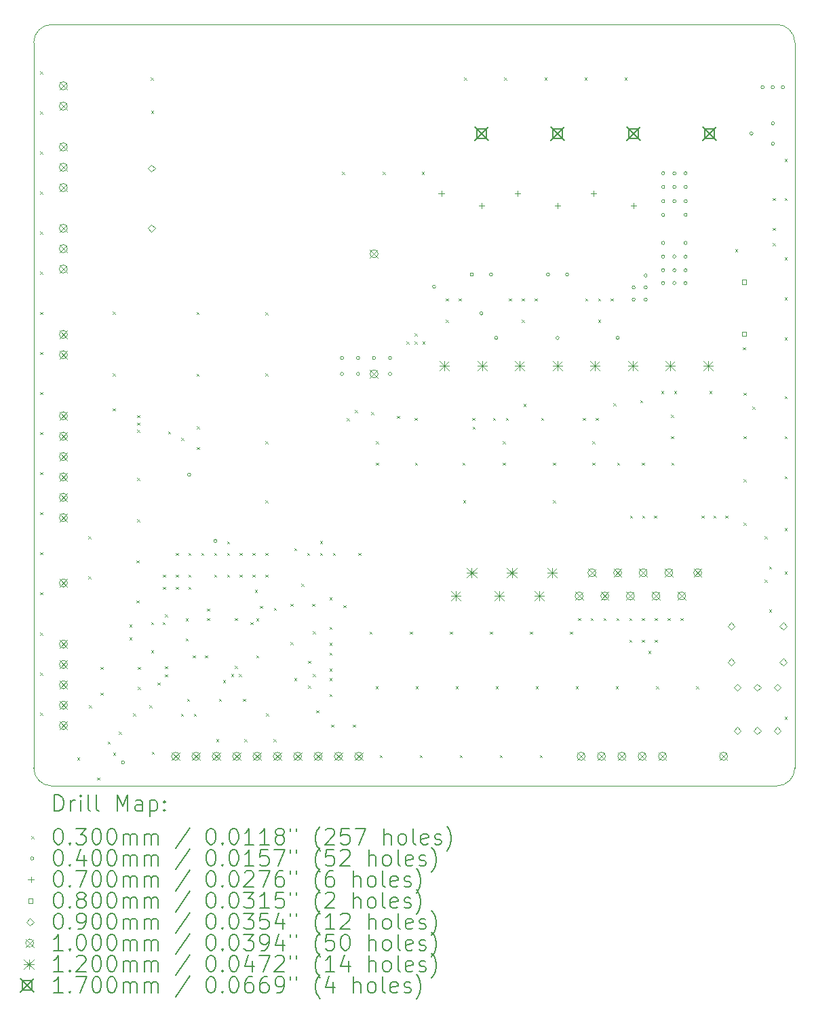
<source format=gbr>
%TF.GenerationSoftware,KiCad,Pcbnew,8.0.2*%
%TF.CreationDate,2024-05-14T20:48:36+07:00*%
%TF.ProjectId,HW.ACIM-INV,48572e41-4349-44d2-9d49-4e562e6b6963,0.0*%
%TF.SameCoordinates,Original*%
%TF.FileFunction,Drillmap*%
%TF.FilePolarity,Positive*%
%FSLAX45Y45*%
G04 Gerber Fmt 4.5, Leading zero omitted, Abs format (unit mm)*
G04 Created by KiCad (PCBNEW 8.0.2) date 2024-05-14 20:48:36*
%MOMM*%
%LPD*%
G01*
G04 APERTURE LIST*
%ADD10C,0.010000*%
%ADD11C,0.200000*%
%ADD12C,0.100000*%
%ADD13C,0.120000*%
%ADD14C,0.170000*%
G04 APERTURE END LIST*
D10*
X19050000Y-3775000D02*
X10000010Y-3775000D01*
X19275000Y-13050000D02*
X19275000Y-4000000D01*
X10000010Y-13275000D02*
G75*
G02*
X9775010Y-13050000I0J225000D01*
G01*
X19275000Y-13050000D02*
G75*
G02*
X19050000Y-13275000I-225000J0D01*
G01*
X9775000Y-4000000D02*
X9775000Y-13050000D01*
X10000010Y-13275000D02*
X19050000Y-13275000D01*
X9775000Y-4000000D02*
G75*
G02*
X10000000Y-3775000I225000J0D01*
G01*
X19050000Y-3775000D02*
G75*
G02*
X19275000Y-4000000I0J-225000D01*
G01*
D11*
D12*
X9857500Y-4360010D02*
X9887500Y-4390010D01*
X9887500Y-4360010D02*
X9857500Y-4390010D01*
X9857500Y-4860010D02*
X9887500Y-4890010D01*
X9887500Y-4860010D02*
X9857500Y-4890010D01*
X9857500Y-5360010D02*
X9887500Y-5390010D01*
X9887500Y-5360010D02*
X9857500Y-5390010D01*
X9857500Y-5860010D02*
X9887500Y-5890010D01*
X9887500Y-5860010D02*
X9857500Y-5890010D01*
X9857500Y-6360010D02*
X9887500Y-6390010D01*
X9887500Y-6360010D02*
X9857500Y-6390010D01*
X9857500Y-6860010D02*
X9887500Y-6890010D01*
X9887500Y-6860010D02*
X9857500Y-6890010D01*
X9857500Y-7360010D02*
X9887500Y-7390010D01*
X9887500Y-7360010D02*
X9857500Y-7390010D01*
X9857500Y-7860010D02*
X9887500Y-7890010D01*
X9887500Y-7860010D02*
X9857500Y-7890010D01*
X9857500Y-8360010D02*
X9887500Y-8390010D01*
X9887500Y-8360010D02*
X9857500Y-8390010D01*
X9857500Y-8860010D02*
X9887500Y-8890010D01*
X9887500Y-8860010D02*
X9857500Y-8890010D01*
X9857500Y-9360010D02*
X9887500Y-9390010D01*
X9887500Y-9360010D02*
X9857500Y-9390010D01*
X9857500Y-9860010D02*
X9887500Y-9890010D01*
X9887500Y-9860010D02*
X9857500Y-9890010D01*
X9857500Y-10360010D02*
X9887500Y-10390010D01*
X9887500Y-10360010D02*
X9857500Y-10390010D01*
X9857500Y-10860010D02*
X9887500Y-10890010D01*
X9887500Y-10860010D02*
X9857500Y-10890010D01*
X9857500Y-11360010D02*
X9887500Y-11390010D01*
X9887500Y-11360010D02*
X9857500Y-11390010D01*
X9857500Y-11860010D02*
X9887500Y-11890010D01*
X9887500Y-11860010D02*
X9857500Y-11890010D01*
X9857500Y-12360010D02*
X9887500Y-12390010D01*
X9887500Y-12360010D02*
X9857500Y-12390010D01*
X10317500Y-12920010D02*
X10347500Y-12950010D01*
X10347500Y-12920010D02*
X10317500Y-12950010D01*
X10457500Y-10160010D02*
X10487500Y-10190010D01*
X10487500Y-10160010D02*
X10457500Y-10190010D01*
X10457500Y-10660010D02*
X10487500Y-10690010D01*
X10487500Y-10660010D02*
X10457500Y-10690010D01*
X10466870Y-12269510D02*
X10496870Y-12299510D01*
X10496870Y-12269510D02*
X10466870Y-12299510D01*
X10567500Y-13170010D02*
X10597500Y-13200010D01*
X10597500Y-13170010D02*
X10567500Y-13200010D01*
X10606870Y-11789510D02*
X10636870Y-11819510D01*
X10636870Y-11789510D02*
X10606870Y-11819510D01*
X10606870Y-12109510D02*
X10636870Y-12139510D01*
X10636870Y-12109510D02*
X10606870Y-12139510D01*
X10696870Y-12719510D02*
X10726870Y-12749510D01*
X10726870Y-12719510D02*
X10696870Y-12749510D01*
X10760000Y-8562520D02*
X10790000Y-8592520D01*
X10790000Y-8562520D02*
X10760000Y-8592520D01*
X10762500Y-7357500D02*
X10792500Y-7387500D01*
X10792500Y-7357500D02*
X10762500Y-7387500D01*
X10762500Y-8127500D02*
X10792500Y-8157500D01*
X10792500Y-8127500D02*
X10762500Y-8157500D01*
X10766870Y-12859510D02*
X10796870Y-12889510D01*
X10796870Y-12859510D02*
X10766870Y-12889510D01*
X10836870Y-12599510D02*
X10866870Y-12629510D01*
X10866870Y-12599510D02*
X10836870Y-12629510D01*
X10969370Y-11262510D02*
X10999370Y-11292510D01*
X10999370Y-11262510D02*
X10969370Y-11292510D01*
X10969370Y-11422510D02*
X10999370Y-11452510D01*
X10999370Y-11422510D02*
X10969370Y-11452510D01*
X11014370Y-12370010D02*
X11044370Y-12400010D01*
X11044370Y-12370010D02*
X11014370Y-12400010D01*
X11057500Y-10460010D02*
X11087500Y-10490010D01*
X11087500Y-10460010D02*
X11057500Y-10490010D01*
X11057500Y-10960010D02*
X11087500Y-10990010D01*
X11087500Y-10960010D02*
X11057500Y-10990010D01*
X11065000Y-8650020D02*
X11095000Y-8680020D01*
X11095000Y-8650020D02*
X11065000Y-8680020D01*
X11065000Y-8740020D02*
X11095000Y-8770020D01*
X11095000Y-8740020D02*
X11065000Y-8770020D01*
X11065000Y-8830020D02*
X11095000Y-8860020D01*
X11095000Y-8830020D02*
X11065000Y-8860020D01*
X11065000Y-9430020D02*
X11095000Y-9460020D01*
X11095000Y-9430020D02*
X11065000Y-9460020D01*
X11065000Y-9950020D02*
X11095000Y-9980020D01*
X11095000Y-9950020D02*
X11065000Y-9980020D01*
X11076870Y-11789510D02*
X11106870Y-11819510D01*
X11106870Y-11789510D02*
X11076870Y-11819510D01*
X11076870Y-12039510D02*
X11106870Y-12069510D01*
X11106870Y-12039510D02*
X11076870Y-12069510D01*
X11216870Y-12269510D02*
X11246870Y-12299510D01*
X11246870Y-12269510D02*
X11216870Y-12299510D01*
X11236500Y-4438500D02*
X11266500Y-4468500D01*
X11266500Y-4438500D02*
X11236500Y-4468500D01*
X11239370Y-11232510D02*
X11269370Y-11262510D01*
X11269370Y-11232510D02*
X11239370Y-11262510D01*
X11239370Y-11582510D02*
X11269370Y-11612510D01*
X11269370Y-11582510D02*
X11239370Y-11612510D01*
X11241500Y-4853500D02*
X11271500Y-4883500D01*
X11271500Y-4853500D02*
X11241500Y-4883500D01*
X11246870Y-12849510D02*
X11276870Y-12879510D01*
X11276870Y-12849510D02*
X11246870Y-12879510D01*
X11321870Y-11982510D02*
X11351870Y-12012510D01*
X11351870Y-11982510D02*
X11321870Y-12012510D01*
X11381870Y-11232510D02*
X11411870Y-11262510D01*
X11411870Y-11232510D02*
X11381870Y-11262510D01*
X11386870Y-10637510D02*
X11416870Y-10667510D01*
X11416870Y-10637510D02*
X11386870Y-10667510D01*
X11386870Y-10790010D02*
X11416870Y-10820010D01*
X11416870Y-10790010D02*
X11386870Y-10820010D01*
X11411870Y-11132510D02*
X11441870Y-11162510D01*
X11441870Y-11132510D02*
X11411870Y-11162510D01*
X11411870Y-11782510D02*
X11441870Y-11812510D01*
X11441870Y-11782510D02*
X11411870Y-11812510D01*
X11411870Y-11882510D02*
X11441870Y-11912510D01*
X11441870Y-11882510D02*
X11411870Y-11912510D01*
X11450000Y-8852520D02*
X11480000Y-8882520D01*
X11480000Y-8852520D02*
X11450000Y-8882520D01*
X11546870Y-10367510D02*
X11576870Y-10397510D01*
X11576870Y-10367510D02*
X11546870Y-10397510D01*
X11546870Y-10637510D02*
X11576870Y-10667510D01*
X11576870Y-10637510D02*
X11546870Y-10667510D01*
X11546870Y-10790010D02*
X11576870Y-10820010D01*
X11576870Y-10790010D02*
X11546870Y-10820010D01*
X11611870Y-12375010D02*
X11641870Y-12405010D01*
X11641870Y-12375010D02*
X11611870Y-12405010D01*
X11615000Y-8930020D02*
X11645000Y-8960020D01*
X11645000Y-8930020D02*
X11615000Y-8960020D01*
X11671870Y-11182510D02*
X11701870Y-11212510D01*
X11701870Y-11182510D02*
X11671870Y-11212510D01*
X11671870Y-11432510D02*
X11701870Y-11462510D01*
X11701870Y-11432510D02*
X11671870Y-11462510D01*
X11686870Y-12187510D02*
X11716870Y-12217510D01*
X11716870Y-12187510D02*
X11686870Y-12217510D01*
X11706870Y-10367510D02*
X11736870Y-10397510D01*
X11736870Y-10367510D02*
X11706870Y-10397510D01*
X11706870Y-10637510D02*
X11736870Y-10667510D01*
X11736870Y-10637510D02*
X11706870Y-10667510D01*
X11706870Y-10790010D02*
X11736870Y-10820010D01*
X11736870Y-10790010D02*
X11706870Y-10820010D01*
X11761870Y-11647510D02*
X11791870Y-11677510D01*
X11791870Y-11647510D02*
X11761870Y-11677510D01*
X11771870Y-12375010D02*
X11801870Y-12405010D01*
X11801870Y-12375010D02*
X11771870Y-12405010D01*
X11807500Y-7362500D02*
X11837500Y-7392500D01*
X11837500Y-7362500D02*
X11807500Y-7392500D01*
X11807500Y-8132500D02*
X11837500Y-8162500D01*
X11837500Y-8132500D02*
X11807500Y-8162500D01*
X11810000Y-8787520D02*
X11840000Y-8817520D01*
X11840000Y-8787520D02*
X11810000Y-8817520D01*
X11810000Y-9047520D02*
X11840000Y-9077520D01*
X11840000Y-9047520D02*
X11810000Y-9077520D01*
X11866870Y-10367510D02*
X11896870Y-10397510D01*
X11896870Y-10367510D02*
X11866870Y-10397510D01*
X11911870Y-11647510D02*
X11941870Y-11677510D01*
X11941870Y-11647510D02*
X11911870Y-11677510D01*
X11936870Y-11060010D02*
X11966870Y-11090010D01*
X11966870Y-11060010D02*
X11936870Y-11090010D01*
X11936870Y-11180010D02*
X11966870Y-11210010D01*
X11966870Y-11180010D02*
X11936870Y-11210010D01*
X12026870Y-10367510D02*
X12056870Y-10397510D01*
X12056870Y-10367510D02*
X12026870Y-10397510D01*
X12026870Y-10637510D02*
X12056870Y-10667510D01*
X12056870Y-10637510D02*
X12026870Y-10667510D01*
X12051870Y-12690010D02*
X12081870Y-12720010D01*
X12081870Y-12690010D02*
X12051870Y-12720010D01*
X12086870Y-12187510D02*
X12116870Y-12217510D01*
X12116870Y-12187510D02*
X12086870Y-12217510D01*
X12136870Y-11952510D02*
X12166870Y-11982510D01*
X12166870Y-11952510D02*
X12136870Y-11982510D01*
X12186870Y-10225010D02*
X12216870Y-10255010D01*
X12216870Y-10225010D02*
X12186870Y-10255010D01*
X12186870Y-10367510D02*
X12216870Y-10397510D01*
X12216870Y-10367510D02*
X12186870Y-10397510D01*
X12186870Y-10637510D02*
X12216870Y-10667510D01*
X12216870Y-10637510D02*
X12186870Y-10667510D01*
X12236870Y-11877510D02*
X12266870Y-11907510D01*
X12266870Y-11877510D02*
X12236870Y-11907510D01*
X12286870Y-11180010D02*
X12316870Y-11210010D01*
X12316870Y-11180010D02*
X12286870Y-11210010D01*
X12286870Y-11777510D02*
X12316870Y-11807510D01*
X12316870Y-11777510D02*
X12286870Y-11807510D01*
X12336870Y-11877510D02*
X12366870Y-11907510D01*
X12366870Y-11877510D02*
X12336870Y-11907510D01*
X12346870Y-10367510D02*
X12376870Y-10397510D01*
X12376870Y-10367510D02*
X12346870Y-10397510D01*
X12346870Y-10637510D02*
X12376870Y-10667510D01*
X12376870Y-10637510D02*
X12346870Y-10667510D01*
X12386870Y-12187510D02*
X12416870Y-12217510D01*
X12416870Y-12187510D02*
X12386870Y-12217510D01*
X12401870Y-12690010D02*
X12431870Y-12720010D01*
X12431870Y-12690010D02*
X12401870Y-12720010D01*
X12481870Y-11232510D02*
X12511870Y-11262510D01*
X12511870Y-11232510D02*
X12481870Y-11262510D01*
X12506870Y-10367510D02*
X12536870Y-10397510D01*
X12536870Y-10367510D02*
X12506870Y-10397510D01*
X12506870Y-10637510D02*
X12536870Y-10667510D01*
X12536870Y-10637510D02*
X12506870Y-10667510D01*
X12536870Y-10827510D02*
X12566870Y-10857510D01*
X12566870Y-10827510D02*
X12536870Y-10857510D01*
X12551870Y-11182510D02*
X12581870Y-11212510D01*
X12581870Y-11182510D02*
X12551870Y-11212510D01*
X12551870Y-11647510D02*
X12581870Y-11677510D01*
X12581870Y-11647510D02*
X12551870Y-11677510D01*
X12596870Y-11029510D02*
X12626870Y-11059510D01*
X12626870Y-11029510D02*
X12596870Y-11059510D01*
X12666870Y-10367510D02*
X12696870Y-10397510D01*
X12696870Y-10367510D02*
X12666870Y-10397510D01*
X12666870Y-10637510D02*
X12696870Y-10667510D01*
X12696870Y-10637510D02*
X12666870Y-10667510D01*
X12667500Y-7367500D02*
X12697500Y-7397500D01*
X12697500Y-7367500D02*
X12667500Y-7397500D01*
X12667500Y-8127500D02*
X12697500Y-8157500D01*
X12697500Y-8127500D02*
X12667500Y-8157500D01*
X12667500Y-8972500D02*
X12697500Y-9002500D01*
X12697500Y-8972500D02*
X12667500Y-9002500D01*
X12667500Y-9712500D02*
X12697500Y-9742500D01*
X12697500Y-9712500D02*
X12667500Y-9742500D01*
X12676870Y-12370010D02*
X12706870Y-12400010D01*
X12706870Y-12370010D02*
X12676870Y-12400010D01*
X12766870Y-12690010D02*
X12796870Y-12720010D01*
X12796870Y-12690010D02*
X12766870Y-12720010D01*
X12771870Y-11052510D02*
X12801870Y-11082510D01*
X12801870Y-11052510D02*
X12771870Y-11082510D01*
X12981870Y-11002510D02*
X13011870Y-11032510D01*
X13011870Y-11002510D02*
X12981870Y-11032510D01*
X12981870Y-11482510D02*
X13011870Y-11512510D01*
X13011870Y-11482510D02*
X12981870Y-11512510D01*
X13026870Y-10307510D02*
X13056870Y-10337510D01*
X13056870Y-10307510D02*
X13026870Y-10337510D01*
X13026870Y-11930010D02*
X13056870Y-11960010D01*
X13056870Y-11930010D02*
X13026870Y-11960010D01*
X13116870Y-10752510D02*
X13146870Y-10782510D01*
X13146870Y-10752510D02*
X13116870Y-10782510D01*
X13186870Y-10367510D02*
X13216870Y-10397510D01*
X13216870Y-10367510D02*
X13186870Y-10397510D01*
X13201870Y-11712510D02*
X13231870Y-11742510D01*
X13231870Y-11712510D02*
X13201870Y-11742510D01*
X13201870Y-12022510D02*
X13231870Y-12052510D01*
X13231870Y-12022510D02*
X13201870Y-12052510D01*
X13251870Y-11002510D02*
X13281870Y-11032510D01*
X13281870Y-11002510D02*
X13251870Y-11032510D01*
X13256870Y-11345010D02*
X13286870Y-11375010D01*
X13286870Y-11345010D02*
X13256870Y-11375010D01*
X13256870Y-11880010D02*
X13286870Y-11910010D01*
X13286870Y-11880010D02*
X13256870Y-11910010D01*
X13301870Y-12330010D02*
X13331870Y-12360010D01*
X13331870Y-12330010D02*
X13301870Y-12360010D01*
X13346870Y-10220010D02*
X13376870Y-10250010D01*
X13376870Y-10220010D02*
X13346870Y-10250010D01*
X13346870Y-10367510D02*
X13376870Y-10397510D01*
X13376870Y-10367510D02*
X13346870Y-10397510D01*
X13466870Y-10922510D02*
X13496870Y-10952510D01*
X13496870Y-10922510D02*
X13466870Y-10952510D01*
X13466870Y-11290010D02*
X13496870Y-11320010D01*
X13496870Y-11290010D02*
X13466870Y-11320010D01*
X13466870Y-11490010D02*
X13496870Y-11520010D01*
X13496870Y-11490010D02*
X13466870Y-11520010D01*
X13466870Y-11610010D02*
X13496870Y-11640010D01*
X13496870Y-11610010D02*
X13466870Y-11640010D01*
X13466870Y-11810010D02*
X13496870Y-11840010D01*
X13496870Y-11810010D02*
X13466870Y-11840010D01*
X13466870Y-11930010D02*
X13496870Y-11960010D01*
X13496870Y-11930010D02*
X13466870Y-11960010D01*
X13466870Y-12130010D02*
X13496870Y-12160010D01*
X13496870Y-12130010D02*
X13466870Y-12160010D01*
X13486870Y-12510010D02*
X13516870Y-12540010D01*
X13516870Y-12510010D02*
X13486870Y-12540010D01*
X13506870Y-10367510D02*
X13536870Y-10397510D01*
X13536870Y-10367510D02*
X13506870Y-10397510D01*
X13621500Y-5613500D02*
X13651500Y-5643500D01*
X13651500Y-5613500D02*
X13621500Y-5643500D01*
X13641870Y-11017510D02*
X13671870Y-11047510D01*
X13671870Y-11017510D02*
X13641870Y-11047510D01*
X13682281Y-8687572D02*
X13712281Y-8717572D01*
X13712281Y-8687572D02*
X13682281Y-8717572D01*
X13756870Y-12510010D02*
X13786870Y-12540010D01*
X13786870Y-12510010D02*
X13756870Y-12540010D01*
X13782500Y-8585000D02*
X13812500Y-8615000D01*
X13812500Y-8585000D02*
X13782500Y-8615000D01*
X13826870Y-10367510D02*
X13856870Y-10397510D01*
X13856870Y-10367510D02*
X13826870Y-10397510D01*
X13967500Y-11350010D02*
X13997500Y-11380010D01*
X13997500Y-11350010D02*
X13967500Y-11380010D01*
X13987500Y-8610000D02*
X14017500Y-8640000D01*
X14017500Y-8610000D02*
X13987500Y-8640000D01*
X14041110Y-12030010D02*
X14071110Y-12060010D01*
X14071110Y-12030010D02*
X14041110Y-12060010D01*
X14047500Y-8972500D02*
X14077500Y-9002500D01*
X14077500Y-8972500D02*
X14047500Y-9002500D01*
X14047500Y-9242500D02*
X14077500Y-9272500D01*
X14077500Y-9242500D02*
X14047500Y-9272500D01*
X14091110Y-12890010D02*
X14121110Y-12920010D01*
X14121110Y-12890010D02*
X14091110Y-12920010D01*
X14131500Y-5613500D02*
X14161500Y-5643500D01*
X14161500Y-5613500D02*
X14131500Y-5643500D01*
X14307500Y-8657500D02*
X14337500Y-8687500D01*
X14337500Y-8657500D02*
X14307500Y-8687500D01*
X14427500Y-7730000D02*
X14457500Y-7760000D01*
X14457500Y-7730000D02*
X14427500Y-7760000D01*
X14467500Y-11350010D02*
X14497500Y-11380010D01*
X14497500Y-11350010D02*
X14467500Y-11380010D01*
X14527500Y-7630000D02*
X14557500Y-7660000D01*
X14557500Y-7630000D02*
X14527500Y-7660000D01*
X14527500Y-7730000D02*
X14557500Y-7760000D01*
X14557500Y-7730000D02*
X14527500Y-7760000D01*
X14527500Y-8682500D02*
X14557500Y-8712500D01*
X14557500Y-8682500D02*
X14527500Y-8712500D01*
X14532500Y-9242500D02*
X14562500Y-9272500D01*
X14562500Y-9242500D02*
X14532500Y-9272500D01*
X14541110Y-12030010D02*
X14571110Y-12060010D01*
X14571110Y-12030010D02*
X14541110Y-12060010D01*
X14591110Y-12890010D02*
X14621110Y-12920010D01*
X14621110Y-12890010D02*
X14591110Y-12920010D01*
X14616500Y-5613500D02*
X14646500Y-5643500D01*
X14646500Y-5613500D02*
X14616500Y-5643500D01*
X14627500Y-7730000D02*
X14657500Y-7760000D01*
X14657500Y-7730000D02*
X14627500Y-7760000D01*
X14917500Y-7191000D02*
X14947500Y-7221000D01*
X14947500Y-7191000D02*
X14917500Y-7221000D01*
X14917500Y-7461000D02*
X14947500Y-7491000D01*
X14947500Y-7461000D02*
X14917500Y-7491000D01*
X14967500Y-11350010D02*
X14997500Y-11380010D01*
X14997500Y-11350010D02*
X14967500Y-11380010D01*
X15041110Y-12030010D02*
X15071110Y-12060010D01*
X15071110Y-12030010D02*
X15041110Y-12060010D01*
X15077500Y-7191000D02*
X15107500Y-7221000D01*
X15107500Y-7191000D02*
X15077500Y-7221000D01*
X15091110Y-12890010D02*
X15121110Y-12920010D01*
X15121110Y-12890010D02*
X15091110Y-12920010D01*
X15127500Y-9242500D02*
X15157500Y-9272500D01*
X15157500Y-9242500D02*
X15127500Y-9272500D01*
X15132500Y-9712500D02*
X15162500Y-9742500D01*
X15162500Y-9712500D02*
X15132500Y-9742500D01*
X15148750Y-4438000D02*
X15178750Y-4468000D01*
X15178750Y-4438000D02*
X15148750Y-4468000D01*
X15247500Y-8682500D02*
X15277500Y-8712500D01*
X15277500Y-8682500D02*
X15247500Y-8712500D01*
X15252571Y-8792719D02*
X15282571Y-8822719D01*
X15282571Y-8792719D02*
X15252571Y-8822719D01*
X15467500Y-11350010D02*
X15497500Y-11380010D01*
X15497500Y-11350010D02*
X15467500Y-11380010D01*
X15507500Y-8682500D02*
X15537500Y-8712500D01*
X15537500Y-8682500D02*
X15507500Y-8712500D01*
X15541110Y-12030010D02*
X15571110Y-12060010D01*
X15571110Y-12030010D02*
X15541110Y-12060010D01*
X15591110Y-12890010D02*
X15621110Y-12920010D01*
X15621110Y-12890010D02*
X15591110Y-12920010D01*
X15627500Y-8972500D02*
X15657500Y-9002500D01*
X15657500Y-8972500D02*
X15627500Y-9002500D01*
X15627500Y-9242500D02*
X15657500Y-9272500D01*
X15657500Y-9242500D02*
X15627500Y-9272500D01*
X15648750Y-4438000D02*
X15678750Y-4468000D01*
X15678750Y-4438000D02*
X15648750Y-4468000D01*
X15667500Y-8682500D02*
X15697500Y-8712500D01*
X15697500Y-8682500D02*
X15667500Y-8712500D01*
X15707500Y-7191000D02*
X15737500Y-7221000D01*
X15737500Y-7191000D02*
X15707500Y-7221000D01*
X15867500Y-7191000D02*
X15897500Y-7221000D01*
X15897500Y-7191000D02*
X15867500Y-7221000D01*
X15867500Y-7461000D02*
X15897500Y-7491000D01*
X15897500Y-7461000D02*
X15867500Y-7491000D01*
X15887500Y-8507500D02*
X15917500Y-8537500D01*
X15917500Y-8507500D02*
X15887500Y-8537500D01*
X15967500Y-11350010D02*
X15997500Y-11380010D01*
X15997500Y-11350010D02*
X15967500Y-11380010D01*
X16027500Y-7191000D02*
X16057500Y-7221000D01*
X16057500Y-7191000D02*
X16027500Y-7221000D01*
X16041110Y-12030010D02*
X16071110Y-12060010D01*
X16071110Y-12030010D02*
X16041110Y-12060010D01*
X16091110Y-12890010D02*
X16121110Y-12920010D01*
X16121110Y-12890010D02*
X16091110Y-12920010D01*
X16107500Y-8682500D02*
X16137500Y-8712500D01*
X16137500Y-8682500D02*
X16107500Y-8712500D01*
X16148750Y-4438000D02*
X16178750Y-4468000D01*
X16178750Y-4438000D02*
X16148750Y-4468000D01*
X16257500Y-9242500D02*
X16287500Y-9272500D01*
X16287500Y-9242500D02*
X16257500Y-9272500D01*
X16257500Y-9712500D02*
X16287500Y-9742500D01*
X16287500Y-9712500D02*
X16257500Y-9742500D01*
X16467500Y-11350010D02*
X16497500Y-11380010D01*
X16497500Y-11350010D02*
X16467500Y-11380010D01*
X16541110Y-12030010D02*
X16571110Y-12060010D01*
X16571110Y-12030010D02*
X16541110Y-12060010D01*
X16567500Y-11180000D02*
X16597500Y-11210000D01*
X16597500Y-11180000D02*
X16567500Y-11210000D01*
X16627500Y-8682500D02*
X16657500Y-8712500D01*
X16657500Y-8682500D02*
X16627500Y-8712500D01*
X16648750Y-4438000D02*
X16678750Y-4468000D01*
X16678750Y-4438000D02*
X16648750Y-4468000D01*
X16657500Y-7191000D02*
X16687500Y-7221000D01*
X16687500Y-7191000D02*
X16657500Y-7221000D01*
X16727500Y-11180000D02*
X16757500Y-11210000D01*
X16757500Y-11180000D02*
X16727500Y-11210000D01*
X16747500Y-8972500D02*
X16777500Y-9002500D01*
X16777500Y-8972500D02*
X16747500Y-9002500D01*
X16747500Y-9242500D02*
X16777500Y-9272500D01*
X16777500Y-9242500D02*
X16747500Y-9272500D01*
X16787500Y-8682500D02*
X16817500Y-8712500D01*
X16817500Y-8682500D02*
X16787500Y-8712500D01*
X16817500Y-7191000D02*
X16847500Y-7221000D01*
X16847500Y-7191000D02*
X16817500Y-7221000D01*
X16817500Y-7461000D02*
X16847500Y-7491000D01*
X16847500Y-7461000D02*
X16817500Y-7491000D01*
X16887500Y-11180000D02*
X16917500Y-11210000D01*
X16917500Y-11180000D02*
X16887500Y-11210000D01*
X16977500Y-7191000D02*
X17007500Y-7221000D01*
X17007500Y-7191000D02*
X16977500Y-7221000D01*
X17007500Y-8502500D02*
X17037500Y-8532500D01*
X17037500Y-8502500D02*
X17007500Y-8532500D01*
X17041110Y-12030010D02*
X17071110Y-12060010D01*
X17071110Y-12030010D02*
X17041110Y-12060010D01*
X17047500Y-11180000D02*
X17077500Y-11210000D01*
X17077500Y-11180000D02*
X17047500Y-11210000D01*
X17057500Y-9242500D02*
X17087500Y-9272500D01*
X17087500Y-9242500D02*
X17057500Y-9272500D01*
X17148750Y-4438000D02*
X17178750Y-4468000D01*
X17178750Y-4438000D02*
X17148750Y-4468000D01*
X17207500Y-11180000D02*
X17237500Y-11210000D01*
X17237500Y-11180000D02*
X17207500Y-11210000D01*
X17207500Y-11450000D02*
X17237500Y-11480000D01*
X17237500Y-11450000D02*
X17207500Y-11480000D01*
X17218750Y-9900500D02*
X17248750Y-9930500D01*
X17248750Y-9900500D02*
X17218750Y-9930500D01*
X17342500Y-8462500D02*
X17372500Y-8492500D01*
X17372500Y-8462500D02*
X17342500Y-8492500D01*
X17367500Y-9242500D02*
X17397500Y-9272500D01*
X17397500Y-9242500D02*
X17367500Y-9272500D01*
X17367500Y-11180000D02*
X17397500Y-11210000D01*
X17397500Y-11180000D02*
X17367500Y-11210000D01*
X17367500Y-11452500D02*
X17397500Y-11482500D01*
X17397500Y-11452500D02*
X17367500Y-11482500D01*
X17368750Y-9900500D02*
X17398750Y-9930500D01*
X17398750Y-9900500D02*
X17368750Y-9930500D01*
X17368750Y-9900500D02*
X17398750Y-9930500D01*
X17398750Y-9900500D02*
X17368750Y-9930500D01*
X17447500Y-11592500D02*
X17477500Y-11622500D01*
X17477500Y-11592500D02*
X17447500Y-11622500D01*
X17518750Y-9900500D02*
X17548750Y-9930500D01*
X17548750Y-9900500D02*
X17518750Y-9930500D01*
X17527500Y-11180000D02*
X17557500Y-11210000D01*
X17557500Y-11180000D02*
X17527500Y-11210000D01*
X17527500Y-11450000D02*
X17557500Y-11480000D01*
X17557500Y-11450000D02*
X17527500Y-11480000D01*
X17541110Y-12030010D02*
X17571110Y-12060010D01*
X17571110Y-12030010D02*
X17541110Y-12060010D01*
X17607500Y-8350000D02*
X17637500Y-8380000D01*
X17637500Y-8350000D02*
X17607500Y-8380000D01*
X17687500Y-11180000D02*
X17717500Y-11210000D01*
X17717500Y-11180000D02*
X17687500Y-11210000D01*
X17727500Y-8642510D02*
X17757500Y-8672510D01*
X17757500Y-8642510D02*
X17727500Y-8672510D01*
X17727500Y-8912500D02*
X17757500Y-8942500D01*
X17757500Y-8912500D02*
X17727500Y-8942500D01*
X17732500Y-9242500D02*
X17762500Y-9272500D01*
X17762500Y-9242500D02*
X17732500Y-9272500D01*
X17767500Y-8350000D02*
X17797500Y-8380000D01*
X17797500Y-8350000D02*
X17767500Y-8380000D01*
X17847500Y-11180000D02*
X17877500Y-11210000D01*
X17877500Y-11180000D02*
X17847500Y-11210000D01*
X18041110Y-12030010D02*
X18071110Y-12060010D01*
X18071110Y-12030010D02*
X18041110Y-12060010D01*
X18108750Y-9900500D02*
X18138750Y-9930500D01*
X18138750Y-9900500D02*
X18108750Y-9930500D01*
X18207500Y-8350000D02*
X18237500Y-8380000D01*
X18237500Y-8350000D02*
X18207500Y-8380000D01*
X18258750Y-9900500D02*
X18288750Y-9930500D01*
X18288750Y-9900500D02*
X18258750Y-9930500D01*
X18408750Y-9900500D02*
X18438750Y-9930500D01*
X18438750Y-9900500D02*
X18408750Y-9930500D01*
X18531250Y-6580500D02*
X18561250Y-6610500D01*
X18561250Y-6580500D02*
X18531250Y-6610500D01*
X18626500Y-7803500D02*
X18656500Y-7833500D01*
X18656500Y-7803500D02*
X18626500Y-7833500D01*
X18633750Y-8370500D02*
X18663750Y-8400500D01*
X18663750Y-8370500D02*
X18633750Y-8400500D01*
X18633750Y-8910500D02*
X18663750Y-8940500D01*
X18663750Y-8910500D02*
X18633750Y-8940500D01*
X18633750Y-9450500D02*
X18663750Y-9480500D01*
X18663750Y-9450500D02*
X18633750Y-9480500D01*
X18633750Y-9990500D02*
X18663750Y-10020500D01*
X18663750Y-9990500D02*
X18633750Y-10020500D01*
X18743750Y-8540500D02*
X18773750Y-8570500D01*
X18773750Y-8540500D02*
X18743750Y-8570500D01*
X18896250Y-10160500D02*
X18926250Y-10190500D01*
X18926250Y-10160500D02*
X18896250Y-10190500D01*
X18896250Y-10700500D02*
X18926250Y-10730500D01*
X18926250Y-10700500D02*
X18896250Y-10730500D01*
X18953750Y-10535500D02*
X18983750Y-10565500D01*
X18983750Y-10535500D02*
X18953750Y-10565500D01*
X18953750Y-11075500D02*
X18983750Y-11105500D01*
X18983750Y-11075500D02*
X18953750Y-11105500D01*
X18998750Y-6500500D02*
X19028750Y-6530500D01*
X19028750Y-6500500D02*
X18998750Y-6530500D01*
X19001250Y-5940500D02*
X19031250Y-5970500D01*
X19031250Y-5940500D02*
X19001250Y-5970500D01*
X19001250Y-6310500D02*
X19031250Y-6340500D01*
X19031250Y-6310500D02*
X19001250Y-6340500D01*
X19146250Y-10060500D02*
X19176250Y-10090500D01*
X19176250Y-10060500D02*
X19146250Y-10090500D01*
X19146250Y-10600500D02*
X19176250Y-10630500D01*
X19176250Y-10600500D02*
X19146250Y-10630500D01*
X19148750Y-5453000D02*
X19178750Y-5483000D01*
X19178750Y-5453000D02*
X19148750Y-5483000D01*
X19148750Y-5938000D02*
X19178750Y-5968000D01*
X19178750Y-5938000D02*
X19148750Y-5968000D01*
X19148750Y-6680500D02*
X19178750Y-6710500D01*
X19178750Y-6680500D02*
X19148750Y-6710500D01*
X19148750Y-7180500D02*
X19178750Y-7210500D01*
X19178750Y-7180500D02*
X19148750Y-7210500D01*
X19148750Y-7680500D02*
X19178750Y-7710500D01*
X19178750Y-7680500D02*
X19148750Y-7710500D01*
X19148750Y-8410500D02*
X19178750Y-8440500D01*
X19178750Y-8410500D02*
X19148750Y-8440500D01*
X19148750Y-8910500D02*
X19178750Y-8940500D01*
X19178750Y-8910500D02*
X19148750Y-8940500D01*
X19148750Y-9410500D02*
X19178750Y-9440500D01*
X19178750Y-9410500D02*
X19148750Y-9440500D01*
X19148750Y-12410500D02*
X19178750Y-12440500D01*
X19178750Y-12410500D02*
X19148750Y-12440500D01*
X10910000Y-12980520D02*
G75*
G02*
X10870000Y-12980520I-20000J0D01*
G01*
X10870000Y-12980520D02*
G75*
G02*
X10910000Y-12980520I20000J0D01*
G01*
X11735000Y-9390520D02*
G75*
G02*
X11695000Y-9390520I-20000J0D01*
G01*
X11695000Y-9390520D02*
G75*
G02*
X11735000Y-9390520I20000J0D01*
G01*
X12061870Y-10220010D02*
G75*
G02*
X12021870Y-10220010I-20000J0D01*
G01*
X12021870Y-10220010D02*
G75*
G02*
X12061870Y-10220010I20000J0D01*
G01*
X13642500Y-7935000D02*
G75*
G02*
X13602500Y-7935000I-20000J0D01*
G01*
X13602500Y-7935000D02*
G75*
G02*
X13642500Y-7935000I20000J0D01*
G01*
X13642500Y-8135000D02*
G75*
G02*
X13602500Y-8135000I-20000J0D01*
G01*
X13602500Y-8135000D02*
G75*
G02*
X13642500Y-8135000I20000J0D01*
G01*
X13842500Y-7935000D02*
G75*
G02*
X13802500Y-7935000I-20000J0D01*
G01*
X13802500Y-7935000D02*
G75*
G02*
X13842500Y-7935000I20000J0D01*
G01*
X13842500Y-8135000D02*
G75*
G02*
X13802500Y-8135000I-20000J0D01*
G01*
X13802500Y-8135000D02*
G75*
G02*
X13842500Y-8135000I20000J0D01*
G01*
X14042500Y-7935000D02*
G75*
G02*
X14002500Y-7935000I-20000J0D01*
G01*
X14002500Y-7935000D02*
G75*
G02*
X14042500Y-7935000I20000J0D01*
G01*
X14242500Y-7935000D02*
G75*
G02*
X14202500Y-7935000I-20000J0D01*
G01*
X14202500Y-7935000D02*
G75*
G02*
X14242500Y-7935000I20000J0D01*
G01*
X14242500Y-8135000D02*
G75*
G02*
X14202500Y-8135000I-20000J0D01*
G01*
X14202500Y-8135000D02*
G75*
G02*
X14242500Y-8135000I20000J0D01*
G01*
X14792500Y-7045010D02*
G75*
G02*
X14752500Y-7045010I-20000J0D01*
G01*
X14752500Y-7045010D02*
G75*
G02*
X14792500Y-7045010I20000J0D01*
G01*
X15262500Y-6894000D02*
G75*
G02*
X15222500Y-6894000I-20000J0D01*
G01*
X15222500Y-6894000D02*
G75*
G02*
X15262500Y-6894000I20000J0D01*
G01*
X15382500Y-7379000D02*
G75*
G02*
X15342500Y-7379000I-20000J0D01*
G01*
X15342500Y-7379000D02*
G75*
G02*
X15382500Y-7379000I20000J0D01*
G01*
X15502500Y-6894000D02*
G75*
G02*
X15462500Y-6894000I-20000J0D01*
G01*
X15462500Y-6894000D02*
G75*
G02*
X15502500Y-6894000I20000J0D01*
G01*
X15567500Y-7685000D02*
G75*
G02*
X15527500Y-7685000I-20000J0D01*
G01*
X15527500Y-7685000D02*
G75*
G02*
X15567500Y-7685000I20000J0D01*
G01*
X16212500Y-6894000D02*
G75*
G02*
X16172500Y-6894000I-20000J0D01*
G01*
X16172500Y-6894000D02*
G75*
G02*
X16212500Y-6894000I20000J0D01*
G01*
X16332500Y-7685000D02*
G75*
G02*
X16292500Y-7685000I-20000J0D01*
G01*
X16292500Y-7685000D02*
G75*
G02*
X16332500Y-7685000I20000J0D01*
G01*
X16452500Y-6894000D02*
G75*
G02*
X16412500Y-6894000I-20000J0D01*
G01*
X16412500Y-6894000D02*
G75*
G02*
X16452500Y-6894000I20000J0D01*
G01*
X17082500Y-7685000D02*
G75*
G02*
X17042500Y-7685000I-20000J0D01*
G01*
X17042500Y-7685000D02*
G75*
G02*
X17082500Y-7685000I20000J0D01*
G01*
X17282500Y-7056000D02*
G75*
G02*
X17242500Y-7056000I-20000J0D01*
G01*
X17242500Y-7056000D02*
G75*
G02*
X17282500Y-7056000I20000J0D01*
G01*
X17282500Y-7206000D02*
G75*
G02*
X17242500Y-7206000I-20000J0D01*
G01*
X17242500Y-7206000D02*
G75*
G02*
X17282500Y-7206000I20000J0D01*
G01*
X17432500Y-6906000D02*
G75*
G02*
X17392500Y-6906000I-20000J0D01*
G01*
X17392500Y-6906000D02*
G75*
G02*
X17432500Y-6906000I20000J0D01*
G01*
X17432500Y-7056000D02*
G75*
G02*
X17392500Y-7056000I-20000J0D01*
G01*
X17392500Y-7056000D02*
G75*
G02*
X17432500Y-7056000I20000J0D01*
G01*
X17432500Y-7206000D02*
G75*
G02*
X17392500Y-7206000I-20000J0D01*
G01*
X17392500Y-7206000D02*
G75*
G02*
X17432500Y-7206000I20000J0D01*
G01*
X17651250Y-5630500D02*
G75*
G02*
X17611250Y-5630500I-20000J0D01*
G01*
X17611250Y-5630500D02*
G75*
G02*
X17651250Y-5630500I20000J0D01*
G01*
X17651250Y-5800500D02*
G75*
G02*
X17611250Y-5800500I-20000J0D01*
G01*
X17611250Y-5800500D02*
G75*
G02*
X17651250Y-5800500I20000J0D01*
G01*
X17651250Y-5980500D02*
G75*
G02*
X17611250Y-5980500I-20000J0D01*
G01*
X17611250Y-5980500D02*
G75*
G02*
X17651250Y-5980500I20000J0D01*
G01*
X17651250Y-6150500D02*
G75*
G02*
X17611250Y-6150500I-20000J0D01*
G01*
X17611250Y-6150500D02*
G75*
G02*
X17651250Y-6150500I20000J0D01*
G01*
X17651250Y-6500500D02*
G75*
G02*
X17611250Y-6500500I-20000J0D01*
G01*
X17611250Y-6500500D02*
G75*
G02*
X17651250Y-6500500I20000J0D01*
G01*
X17651250Y-6670500D02*
G75*
G02*
X17611250Y-6670500I-20000J0D01*
G01*
X17611250Y-6670500D02*
G75*
G02*
X17651250Y-6670500I20000J0D01*
G01*
X17651250Y-6840500D02*
G75*
G02*
X17611250Y-6840500I-20000J0D01*
G01*
X17611250Y-6840500D02*
G75*
G02*
X17651250Y-6840500I20000J0D01*
G01*
X17651250Y-7000500D02*
G75*
G02*
X17611250Y-7000500I-20000J0D01*
G01*
X17611250Y-7000500D02*
G75*
G02*
X17651250Y-7000500I20000J0D01*
G01*
X17791250Y-5630500D02*
G75*
G02*
X17751250Y-5630500I-20000J0D01*
G01*
X17751250Y-5630500D02*
G75*
G02*
X17791250Y-5630500I20000J0D01*
G01*
X17791250Y-5800500D02*
G75*
G02*
X17751250Y-5800500I-20000J0D01*
G01*
X17751250Y-5800500D02*
G75*
G02*
X17791250Y-5800500I20000J0D01*
G01*
X17791250Y-5980500D02*
G75*
G02*
X17751250Y-5980500I-20000J0D01*
G01*
X17751250Y-5980500D02*
G75*
G02*
X17791250Y-5980500I20000J0D01*
G01*
X17791250Y-6670500D02*
G75*
G02*
X17751250Y-6670500I-20000J0D01*
G01*
X17751250Y-6670500D02*
G75*
G02*
X17791250Y-6670500I20000J0D01*
G01*
X17791250Y-6840500D02*
G75*
G02*
X17751250Y-6840500I-20000J0D01*
G01*
X17751250Y-6840500D02*
G75*
G02*
X17791250Y-6840500I20000J0D01*
G01*
X17791250Y-7000500D02*
G75*
G02*
X17751250Y-7000500I-20000J0D01*
G01*
X17751250Y-7000500D02*
G75*
G02*
X17791250Y-7000500I20000J0D01*
G01*
X17931250Y-5630500D02*
G75*
G02*
X17891250Y-5630500I-20000J0D01*
G01*
X17891250Y-5630500D02*
G75*
G02*
X17931250Y-5630500I20000J0D01*
G01*
X17931250Y-5800500D02*
G75*
G02*
X17891250Y-5800500I-20000J0D01*
G01*
X17891250Y-5800500D02*
G75*
G02*
X17931250Y-5800500I20000J0D01*
G01*
X17931250Y-5980500D02*
G75*
G02*
X17891250Y-5980500I-20000J0D01*
G01*
X17891250Y-5980500D02*
G75*
G02*
X17931250Y-5980500I20000J0D01*
G01*
X17931250Y-6150500D02*
G75*
G02*
X17891250Y-6150500I-20000J0D01*
G01*
X17891250Y-6150500D02*
G75*
G02*
X17931250Y-6150500I20000J0D01*
G01*
X17931250Y-6500500D02*
G75*
G02*
X17891250Y-6500500I-20000J0D01*
G01*
X17891250Y-6500500D02*
G75*
G02*
X17931250Y-6500500I20000J0D01*
G01*
X17931250Y-6670500D02*
G75*
G02*
X17891250Y-6670500I-20000J0D01*
G01*
X17891250Y-6670500D02*
G75*
G02*
X17931250Y-6670500I20000J0D01*
G01*
X17931250Y-6840500D02*
G75*
G02*
X17891250Y-6840500I-20000J0D01*
G01*
X17891250Y-6840500D02*
G75*
G02*
X17931250Y-6840500I20000J0D01*
G01*
X17931250Y-7000500D02*
G75*
G02*
X17891250Y-7000500I-20000J0D01*
G01*
X17891250Y-7000500D02*
G75*
G02*
X17931250Y-7000500I20000J0D01*
G01*
X18753200Y-5135000D02*
G75*
G02*
X18713200Y-5135000I-20000J0D01*
G01*
X18713200Y-5135000D02*
G75*
G02*
X18753200Y-5135000I20000J0D01*
G01*
X18892900Y-4558000D02*
G75*
G02*
X18852900Y-4558000I-20000J0D01*
G01*
X18852900Y-4558000D02*
G75*
G02*
X18892900Y-4558000I20000J0D01*
G01*
X19019900Y-4558000D02*
G75*
G02*
X18979900Y-4558000I-20000J0D01*
G01*
X18979900Y-4558000D02*
G75*
G02*
X19019900Y-4558000I20000J0D01*
G01*
X19019900Y-5008000D02*
G75*
G02*
X18979900Y-5008000I-20000J0D01*
G01*
X18979900Y-5008000D02*
G75*
G02*
X19019900Y-5008000I20000J0D01*
G01*
X19019900Y-5262000D02*
G75*
G02*
X18979900Y-5262000I-20000J0D01*
G01*
X18979900Y-5262000D02*
G75*
G02*
X19019900Y-5262000I20000J0D01*
G01*
X19146900Y-4558000D02*
G75*
G02*
X19106900Y-4558000I-20000J0D01*
G01*
X19106900Y-4558000D02*
G75*
G02*
X19146900Y-4558000I20000J0D01*
G01*
X14862500Y-5850000D02*
X14862500Y-5920000D01*
X14827500Y-5885000D02*
X14897500Y-5885000D01*
X15362500Y-6000000D02*
X15362500Y-6070000D01*
X15327500Y-6035000D02*
X15397500Y-6035000D01*
X15812500Y-5850000D02*
X15812500Y-5920000D01*
X15777500Y-5885000D02*
X15847500Y-5885000D01*
X16312500Y-6000000D02*
X16312500Y-6070000D01*
X16277500Y-6035000D02*
X16347500Y-6035000D01*
X16762500Y-5850000D02*
X16762500Y-5920000D01*
X16727500Y-5885000D02*
X16797500Y-5885000D01*
X17262500Y-6000000D02*
X17262500Y-6070000D01*
X17227500Y-6035000D02*
X17297500Y-6035000D01*
X18669535Y-7013784D02*
X18669535Y-6957215D01*
X18612966Y-6957215D01*
X18612966Y-7013784D01*
X18669535Y-7013784D01*
X18669535Y-7663784D02*
X18669535Y-7607215D01*
X18612966Y-7607215D01*
X18612966Y-7663784D01*
X18669535Y-7663784D01*
X11245000Y-5612890D02*
X11290000Y-5567890D01*
X11245000Y-5522890D01*
X11200000Y-5567890D01*
X11245000Y-5612890D01*
X11245000Y-6362890D02*
X11290000Y-6317890D01*
X11245000Y-6272890D01*
X11200000Y-6317890D01*
X11245000Y-6362890D01*
X18481110Y-11325010D02*
X18526110Y-11280010D01*
X18481110Y-11235010D01*
X18436110Y-11280010D01*
X18481110Y-11325010D01*
X18481110Y-11775010D02*
X18526110Y-11730010D01*
X18481110Y-11685010D01*
X18436110Y-11730010D01*
X18481110Y-11775010D01*
X18556110Y-12090010D02*
X18601110Y-12045010D01*
X18556110Y-12000010D01*
X18511110Y-12045010D01*
X18556110Y-12090010D01*
X18556110Y-12630010D02*
X18601110Y-12585010D01*
X18556110Y-12540010D01*
X18511110Y-12585010D01*
X18556110Y-12630010D01*
X18806110Y-12090010D02*
X18851110Y-12045010D01*
X18806110Y-12000010D01*
X18761110Y-12045010D01*
X18806110Y-12090010D01*
X18806110Y-12630010D02*
X18851110Y-12585010D01*
X18806110Y-12540010D01*
X18761110Y-12585010D01*
X18806110Y-12630010D01*
X19056110Y-12090010D02*
X19101110Y-12045010D01*
X19056110Y-12000010D01*
X19011110Y-12045010D01*
X19056110Y-12090010D01*
X19056110Y-12630010D02*
X19101110Y-12585010D01*
X19056110Y-12540010D01*
X19011110Y-12585010D01*
X19056110Y-12630010D01*
X19131110Y-11325010D02*
X19176110Y-11280010D01*
X19131110Y-11235010D01*
X19086110Y-11280010D01*
X19131110Y-11325010D01*
X19131110Y-11775010D02*
X19176110Y-11730010D01*
X19131110Y-11685010D01*
X19086110Y-11730010D01*
X19131110Y-11775010D01*
X10095000Y-4489890D02*
X10195000Y-4589890D01*
X10195000Y-4489890D02*
X10095000Y-4589890D01*
X10195000Y-4539890D02*
G75*
G02*
X10095000Y-4539890I-50000J0D01*
G01*
X10095000Y-4539890D02*
G75*
G02*
X10195000Y-4539890I50000J0D01*
G01*
X10095000Y-4743890D02*
X10195000Y-4843890D01*
X10195000Y-4743890D02*
X10095000Y-4843890D01*
X10195000Y-4793890D02*
G75*
G02*
X10095000Y-4793890I-50000J0D01*
G01*
X10095000Y-4793890D02*
G75*
G02*
X10195000Y-4793890I50000J0D01*
G01*
X10095000Y-5251890D02*
X10195000Y-5351890D01*
X10195000Y-5251890D02*
X10095000Y-5351890D01*
X10195000Y-5301890D02*
G75*
G02*
X10095000Y-5301890I-50000J0D01*
G01*
X10095000Y-5301890D02*
G75*
G02*
X10195000Y-5301890I50000J0D01*
G01*
X10095000Y-5505890D02*
X10195000Y-5605890D01*
X10195000Y-5505890D02*
X10095000Y-5605890D01*
X10195000Y-5555890D02*
G75*
G02*
X10095000Y-5555890I-50000J0D01*
G01*
X10095000Y-5555890D02*
G75*
G02*
X10195000Y-5555890I50000J0D01*
G01*
X10095000Y-5759890D02*
X10195000Y-5859890D01*
X10195000Y-5759890D02*
X10095000Y-5859890D01*
X10195000Y-5809890D02*
G75*
G02*
X10095000Y-5809890I-50000J0D01*
G01*
X10095000Y-5809890D02*
G75*
G02*
X10195000Y-5809890I50000J0D01*
G01*
X10095000Y-6267890D02*
X10195000Y-6367890D01*
X10195000Y-6267890D02*
X10095000Y-6367890D01*
X10195000Y-6317890D02*
G75*
G02*
X10095000Y-6317890I-50000J0D01*
G01*
X10095000Y-6317890D02*
G75*
G02*
X10195000Y-6317890I50000J0D01*
G01*
X10095000Y-6521890D02*
X10195000Y-6621890D01*
X10195000Y-6521890D02*
X10095000Y-6621890D01*
X10195000Y-6571890D02*
G75*
G02*
X10095000Y-6571890I-50000J0D01*
G01*
X10095000Y-6571890D02*
G75*
G02*
X10195000Y-6571890I50000J0D01*
G01*
X10095000Y-6775890D02*
X10195000Y-6875890D01*
X10195000Y-6775890D02*
X10095000Y-6875890D01*
X10195000Y-6825890D02*
G75*
G02*
X10095000Y-6825890I-50000J0D01*
G01*
X10095000Y-6825890D02*
G75*
G02*
X10195000Y-6825890I50000J0D01*
G01*
X10095000Y-7591520D02*
X10195000Y-7691520D01*
X10195000Y-7591520D02*
X10095000Y-7691520D01*
X10195000Y-7641520D02*
G75*
G02*
X10095000Y-7641520I-50000J0D01*
G01*
X10095000Y-7641520D02*
G75*
G02*
X10195000Y-7641520I50000J0D01*
G01*
X10095000Y-7845520D02*
X10195000Y-7945520D01*
X10195000Y-7845520D02*
X10095000Y-7945520D01*
X10195000Y-7895520D02*
G75*
G02*
X10095000Y-7895520I-50000J0D01*
G01*
X10095000Y-7895520D02*
G75*
G02*
X10195000Y-7895520I50000J0D01*
G01*
X10095000Y-8607520D02*
X10195000Y-8707520D01*
X10195000Y-8607520D02*
X10095000Y-8707520D01*
X10195000Y-8657520D02*
G75*
G02*
X10095000Y-8657520I-50000J0D01*
G01*
X10095000Y-8657520D02*
G75*
G02*
X10195000Y-8657520I50000J0D01*
G01*
X10095000Y-8861520D02*
X10195000Y-8961520D01*
X10195000Y-8861520D02*
X10095000Y-8961520D01*
X10195000Y-8911520D02*
G75*
G02*
X10095000Y-8911520I-50000J0D01*
G01*
X10095000Y-8911520D02*
G75*
G02*
X10195000Y-8911520I50000J0D01*
G01*
X10095000Y-9115520D02*
X10195000Y-9215520D01*
X10195000Y-9115520D02*
X10095000Y-9215520D01*
X10195000Y-9165520D02*
G75*
G02*
X10095000Y-9165520I-50000J0D01*
G01*
X10095000Y-9165520D02*
G75*
G02*
X10195000Y-9165520I50000J0D01*
G01*
X10095000Y-9369520D02*
X10195000Y-9469520D01*
X10195000Y-9369520D02*
X10095000Y-9469520D01*
X10195000Y-9419520D02*
G75*
G02*
X10095000Y-9419520I-50000J0D01*
G01*
X10095000Y-9419520D02*
G75*
G02*
X10195000Y-9419520I50000J0D01*
G01*
X10095000Y-9623520D02*
X10195000Y-9723520D01*
X10195000Y-9623520D02*
X10095000Y-9723520D01*
X10195000Y-9673520D02*
G75*
G02*
X10095000Y-9673520I-50000J0D01*
G01*
X10095000Y-9673520D02*
G75*
G02*
X10195000Y-9673520I50000J0D01*
G01*
X10095000Y-9877520D02*
X10195000Y-9977520D01*
X10195000Y-9877520D02*
X10095000Y-9977520D01*
X10195000Y-9927520D02*
G75*
G02*
X10095000Y-9927520I-50000J0D01*
G01*
X10095000Y-9927520D02*
G75*
G02*
X10195000Y-9927520I50000J0D01*
G01*
X10095000Y-10693110D02*
X10195000Y-10793110D01*
X10195000Y-10693110D02*
X10095000Y-10793110D01*
X10195000Y-10743110D02*
G75*
G02*
X10095000Y-10743110I-50000J0D01*
G01*
X10095000Y-10743110D02*
G75*
G02*
X10195000Y-10743110I50000J0D01*
G01*
X10095000Y-11455110D02*
X10195000Y-11555110D01*
X10195000Y-11455110D02*
X10095000Y-11555110D01*
X10195000Y-11505110D02*
G75*
G02*
X10095000Y-11505110I-50000J0D01*
G01*
X10095000Y-11505110D02*
G75*
G02*
X10195000Y-11505110I50000J0D01*
G01*
X10095000Y-11709110D02*
X10195000Y-11809110D01*
X10195000Y-11709110D02*
X10095000Y-11809110D01*
X10195000Y-11759110D02*
G75*
G02*
X10095000Y-11759110I-50000J0D01*
G01*
X10095000Y-11759110D02*
G75*
G02*
X10195000Y-11759110I50000J0D01*
G01*
X10095000Y-11963110D02*
X10195000Y-12063110D01*
X10195000Y-11963110D02*
X10095000Y-12063110D01*
X10195000Y-12013110D02*
G75*
G02*
X10095000Y-12013110I-50000J0D01*
G01*
X10095000Y-12013110D02*
G75*
G02*
X10195000Y-12013110I50000J0D01*
G01*
X10095000Y-12217110D02*
X10195000Y-12317110D01*
X10195000Y-12217110D02*
X10095000Y-12317110D01*
X10195000Y-12267110D02*
G75*
G02*
X10095000Y-12267110I-50000J0D01*
G01*
X10095000Y-12267110D02*
G75*
G02*
X10195000Y-12267110I50000J0D01*
G01*
X10095000Y-12471110D02*
X10195000Y-12571110D01*
X10195000Y-12471110D02*
X10095000Y-12571110D01*
X10195000Y-12521110D02*
G75*
G02*
X10095000Y-12521110I-50000J0D01*
G01*
X10095000Y-12521110D02*
G75*
G02*
X10195000Y-12521110I50000J0D01*
G01*
X11495870Y-12855010D02*
X11595870Y-12955010D01*
X11595870Y-12855010D02*
X11495870Y-12955010D01*
X11595870Y-12905010D02*
G75*
G02*
X11495870Y-12905010I-50000J0D01*
G01*
X11495870Y-12905010D02*
G75*
G02*
X11595870Y-12905010I50000J0D01*
G01*
X11749870Y-12855010D02*
X11849870Y-12955010D01*
X11849870Y-12855010D02*
X11749870Y-12955010D01*
X11849870Y-12905010D02*
G75*
G02*
X11749870Y-12905010I-50000J0D01*
G01*
X11749870Y-12905010D02*
G75*
G02*
X11849870Y-12905010I50000J0D01*
G01*
X12003870Y-12855010D02*
X12103870Y-12955010D01*
X12103870Y-12855010D02*
X12003870Y-12955010D01*
X12103870Y-12905010D02*
G75*
G02*
X12003870Y-12905010I-50000J0D01*
G01*
X12003870Y-12905010D02*
G75*
G02*
X12103870Y-12905010I50000J0D01*
G01*
X12257870Y-12855010D02*
X12357870Y-12955010D01*
X12357870Y-12855010D02*
X12257870Y-12955010D01*
X12357870Y-12905010D02*
G75*
G02*
X12257870Y-12905010I-50000J0D01*
G01*
X12257870Y-12905010D02*
G75*
G02*
X12357870Y-12905010I50000J0D01*
G01*
X12511870Y-12855010D02*
X12611870Y-12955010D01*
X12611870Y-12855010D02*
X12511870Y-12955010D01*
X12611870Y-12905010D02*
G75*
G02*
X12511870Y-12905010I-50000J0D01*
G01*
X12511870Y-12905010D02*
G75*
G02*
X12611870Y-12905010I50000J0D01*
G01*
X12765870Y-12855010D02*
X12865870Y-12955010D01*
X12865870Y-12855010D02*
X12765870Y-12955010D01*
X12865870Y-12905010D02*
G75*
G02*
X12765870Y-12905010I-50000J0D01*
G01*
X12765870Y-12905010D02*
G75*
G02*
X12865870Y-12905010I50000J0D01*
G01*
X13019870Y-12855010D02*
X13119870Y-12955010D01*
X13119870Y-12855010D02*
X13019870Y-12955010D01*
X13119870Y-12905010D02*
G75*
G02*
X13019870Y-12905010I-50000J0D01*
G01*
X13019870Y-12905010D02*
G75*
G02*
X13119870Y-12905010I50000J0D01*
G01*
X13273870Y-12855010D02*
X13373870Y-12955010D01*
X13373870Y-12855010D02*
X13273870Y-12955010D01*
X13373870Y-12905010D02*
G75*
G02*
X13273870Y-12905010I-50000J0D01*
G01*
X13273870Y-12905010D02*
G75*
G02*
X13373870Y-12905010I50000J0D01*
G01*
X13527870Y-12855010D02*
X13627870Y-12955010D01*
X13627870Y-12855010D02*
X13527870Y-12955010D01*
X13627870Y-12905010D02*
G75*
G02*
X13527870Y-12905010I-50000J0D01*
G01*
X13527870Y-12905010D02*
G75*
G02*
X13627870Y-12905010I50000J0D01*
G01*
X13781870Y-12855010D02*
X13881870Y-12955010D01*
X13881870Y-12855010D02*
X13781870Y-12955010D01*
X13881870Y-12905010D02*
G75*
G02*
X13781870Y-12905010I-50000J0D01*
G01*
X13781870Y-12905010D02*
G75*
G02*
X13881870Y-12905010I50000J0D01*
G01*
X13972500Y-6585000D02*
X14072500Y-6685000D01*
X14072500Y-6585000D02*
X13972500Y-6685000D01*
X14072500Y-6635000D02*
G75*
G02*
X13972500Y-6635000I-50000J0D01*
G01*
X13972500Y-6635000D02*
G75*
G02*
X14072500Y-6635000I50000J0D01*
G01*
X13972500Y-8085000D02*
X14072500Y-8185000D01*
X14072500Y-8085000D02*
X13972500Y-8185000D01*
X14072500Y-8135000D02*
G75*
G02*
X13972500Y-8135000I-50000J0D01*
G01*
X13972500Y-8135000D02*
G75*
G02*
X14072500Y-8135000I50000J0D01*
G01*
X16532500Y-10855000D02*
X16632500Y-10955000D01*
X16632500Y-10855000D02*
X16532500Y-10955000D01*
X16632500Y-10905000D02*
G75*
G02*
X16532500Y-10905000I-50000J0D01*
G01*
X16532500Y-10905000D02*
G75*
G02*
X16632500Y-10905000I50000J0D01*
G01*
X16556110Y-12855010D02*
X16656110Y-12955010D01*
X16656110Y-12855010D02*
X16556110Y-12955010D01*
X16656110Y-12905010D02*
G75*
G02*
X16556110Y-12905010I-50000J0D01*
G01*
X16556110Y-12905010D02*
G75*
G02*
X16656110Y-12905010I50000J0D01*
G01*
X16692500Y-10565000D02*
X16792500Y-10665000D01*
X16792500Y-10565000D02*
X16692500Y-10665000D01*
X16792500Y-10615000D02*
G75*
G02*
X16692500Y-10615000I-50000J0D01*
G01*
X16692500Y-10615000D02*
G75*
G02*
X16792500Y-10615000I50000J0D01*
G01*
X16810110Y-12855010D02*
X16910110Y-12955010D01*
X16910110Y-12855010D02*
X16810110Y-12955010D01*
X16910110Y-12905010D02*
G75*
G02*
X16810110Y-12905010I-50000J0D01*
G01*
X16810110Y-12905010D02*
G75*
G02*
X16910110Y-12905010I50000J0D01*
G01*
X16852500Y-10855000D02*
X16952500Y-10955000D01*
X16952500Y-10855000D02*
X16852500Y-10955000D01*
X16952500Y-10905000D02*
G75*
G02*
X16852500Y-10905000I-50000J0D01*
G01*
X16852500Y-10905000D02*
G75*
G02*
X16952500Y-10905000I50000J0D01*
G01*
X17012500Y-10565000D02*
X17112500Y-10665000D01*
X17112500Y-10565000D02*
X17012500Y-10665000D01*
X17112500Y-10615000D02*
G75*
G02*
X17012500Y-10615000I-50000J0D01*
G01*
X17012500Y-10615000D02*
G75*
G02*
X17112500Y-10615000I50000J0D01*
G01*
X17064110Y-12855010D02*
X17164110Y-12955010D01*
X17164110Y-12855010D02*
X17064110Y-12955010D01*
X17164110Y-12905010D02*
G75*
G02*
X17064110Y-12905010I-50000J0D01*
G01*
X17064110Y-12905010D02*
G75*
G02*
X17164110Y-12905010I50000J0D01*
G01*
X17172500Y-10855000D02*
X17272500Y-10955000D01*
X17272500Y-10855000D02*
X17172500Y-10955000D01*
X17272500Y-10905000D02*
G75*
G02*
X17172500Y-10905000I-50000J0D01*
G01*
X17172500Y-10905000D02*
G75*
G02*
X17272500Y-10905000I50000J0D01*
G01*
X17318110Y-12855010D02*
X17418110Y-12955010D01*
X17418110Y-12855010D02*
X17318110Y-12955010D01*
X17418110Y-12905010D02*
G75*
G02*
X17318110Y-12905010I-50000J0D01*
G01*
X17318110Y-12905010D02*
G75*
G02*
X17418110Y-12905010I50000J0D01*
G01*
X17332500Y-10565000D02*
X17432500Y-10665000D01*
X17432500Y-10565000D02*
X17332500Y-10665000D01*
X17432500Y-10615000D02*
G75*
G02*
X17332500Y-10615000I-50000J0D01*
G01*
X17332500Y-10615000D02*
G75*
G02*
X17432500Y-10615000I50000J0D01*
G01*
X17492500Y-10855000D02*
X17592500Y-10955000D01*
X17592500Y-10855000D02*
X17492500Y-10955000D01*
X17592500Y-10905000D02*
G75*
G02*
X17492500Y-10905000I-50000J0D01*
G01*
X17492500Y-10905000D02*
G75*
G02*
X17592500Y-10905000I50000J0D01*
G01*
X17572110Y-12855010D02*
X17672110Y-12955010D01*
X17672110Y-12855010D02*
X17572110Y-12955010D01*
X17672110Y-12905010D02*
G75*
G02*
X17572110Y-12905010I-50000J0D01*
G01*
X17572110Y-12905010D02*
G75*
G02*
X17672110Y-12905010I50000J0D01*
G01*
X17652500Y-10565000D02*
X17752500Y-10665000D01*
X17752500Y-10565000D02*
X17652500Y-10665000D01*
X17752500Y-10615000D02*
G75*
G02*
X17652500Y-10615000I-50000J0D01*
G01*
X17652500Y-10615000D02*
G75*
G02*
X17752500Y-10615000I50000J0D01*
G01*
X17812500Y-10855000D02*
X17912500Y-10955000D01*
X17912500Y-10855000D02*
X17812500Y-10955000D01*
X17912500Y-10905000D02*
G75*
G02*
X17812500Y-10905000I-50000J0D01*
G01*
X17812500Y-10905000D02*
G75*
G02*
X17912500Y-10905000I50000J0D01*
G01*
X18012500Y-10565000D02*
X18112500Y-10665000D01*
X18112500Y-10565000D02*
X18012500Y-10665000D01*
X18112500Y-10615000D02*
G75*
G02*
X18012500Y-10615000I-50000J0D01*
G01*
X18012500Y-10615000D02*
G75*
G02*
X18112500Y-10615000I50000J0D01*
G01*
X18334110Y-12855010D02*
X18434110Y-12955010D01*
X18434110Y-12855010D02*
X18334110Y-12955010D01*
X18434110Y-12905010D02*
G75*
G02*
X18334110Y-12905010I-50000J0D01*
G01*
X18334110Y-12905010D02*
G75*
G02*
X18434110Y-12905010I50000J0D01*
G01*
D13*
X14842500Y-7975000D02*
X14962500Y-8095000D01*
X14962500Y-7975000D02*
X14842500Y-8095000D01*
X14902500Y-7975000D02*
X14902500Y-8095000D01*
X14842500Y-8035000D02*
X14962500Y-8035000D01*
X14982500Y-10845000D02*
X15102500Y-10965000D01*
X15102500Y-10845000D02*
X14982500Y-10965000D01*
X15042500Y-10845000D02*
X15042500Y-10965000D01*
X14982500Y-10905000D02*
X15102500Y-10905000D01*
X15182500Y-10555000D02*
X15302500Y-10675000D01*
X15302500Y-10555000D02*
X15182500Y-10675000D01*
X15242500Y-10555000D02*
X15242500Y-10675000D01*
X15182500Y-10615000D02*
X15302500Y-10615000D01*
X15312500Y-7975000D02*
X15432500Y-8095000D01*
X15432500Y-7975000D02*
X15312500Y-8095000D01*
X15372500Y-7975000D02*
X15372500Y-8095000D01*
X15312500Y-8035000D02*
X15432500Y-8035000D01*
X15522500Y-10845000D02*
X15642500Y-10965000D01*
X15642500Y-10845000D02*
X15522500Y-10965000D01*
X15582500Y-10845000D02*
X15582500Y-10965000D01*
X15522500Y-10905000D02*
X15642500Y-10905000D01*
X15682500Y-10555000D02*
X15802500Y-10675000D01*
X15802500Y-10555000D02*
X15682500Y-10675000D01*
X15742500Y-10555000D02*
X15742500Y-10675000D01*
X15682500Y-10615000D02*
X15802500Y-10615000D01*
X15782500Y-7975000D02*
X15902500Y-8095000D01*
X15902500Y-7975000D02*
X15782500Y-8095000D01*
X15842500Y-7975000D02*
X15842500Y-8095000D01*
X15782500Y-8035000D02*
X15902500Y-8035000D01*
X16022500Y-10845000D02*
X16142500Y-10965000D01*
X16142500Y-10845000D02*
X16022500Y-10965000D01*
X16082500Y-10845000D02*
X16082500Y-10965000D01*
X16022500Y-10905000D02*
X16142500Y-10905000D01*
X16182500Y-10555000D02*
X16302500Y-10675000D01*
X16302500Y-10555000D02*
X16182500Y-10675000D01*
X16242500Y-10555000D02*
X16242500Y-10675000D01*
X16182500Y-10615000D02*
X16302500Y-10615000D01*
X16252500Y-7975000D02*
X16372500Y-8095000D01*
X16372500Y-7975000D02*
X16252500Y-8095000D01*
X16312500Y-7975000D02*
X16312500Y-8095000D01*
X16252500Y-8035000D02*
X16372500Y-8035000D01*
X16722500Y-7975000D02*
X16842500Y-8095000D01*
X16842500Y-7975000D02*
X16722500Y-8095000D01*
X16782500Y-7975000D02*
X16782500Y-8095000D01*
X16722500Y-8035000D02*
X16842500Y-8035000D01*
X17192500Y-7975000D02*
X17312500Y-8095000D01*
X17312500Y-7975000D02*
X17192500Y-8095000D01*
X17252500Y-7975000D02*
X17252500Y-8095000D01*
X17192500Y-8035000D02*
X17312500Y-8035000D01*
X17662500Y-7975000D02*
X17782500Y-8095000D01*
X17782500Y-7975000D02*
X17662500Y-8095000D01*
X17722500Y-7975000D02*
X17722500Y-8095000D01*
X17662500Y-8035000D02*
X17782500Y-8035000D01*
X18132500Y-7975000D02*
X18252500Y-8095000D01*
X18252500Y-7975000D02*
X18132500Y-8095000D01*
X18192500Y-7975000D02*
X18192500Y-8095000D01*
X18132500Y-8035000D02*
X18252500Y-8035000D01*
D14*
X15277500Y-5050000D02*
X15447500Y-5220000D01*
X15447500Y-5050000D02*
X15277500Y-5220000D01*
X15422605Y-5195105D02*
X15422605Y-5074895D01*
X15302395Y-5074895D01*
X15302395Y-5195105D01*
X15422605Y-5195105D01*
X16227500Y-5050000D02*
X16397500Y-5220000D01*
X16397500Y-5050000D02*
X16227500Y-5220000D01*
X16372605Y-5195105D02*
X16372605Y-5074895D01*
X16252395Y-5074895D01*
X16252395Y-5195105D01*
X16372605Y-5195105D01*
X17177500Y-5050000D02*
X17347500Y-5220000D01*
X17347500Y-5050000D02*
X17177500Y-5220000D01*
X17322605Y-5195105D02*
X17322605Y-5074895D01*
X17202395Y-5074895D01*
X17202395Y-5195105D01*
X17322605Y-5195105D01*
X18127500Y-5050000D02*
X18297500Y-5220000D01*
X18297500Y-5050000D02*
X18127500Y-5220000D01*
X18272605Y-5195105D02*
X18272605Y-5074895D01*
X18152395Y-5074895D01*
X18152395Y-5195105D01*
X18272605Y-5195105D01*
D11*
X10035277Y-13586984D02*
X10035277Y-13386984D01*
X10035277Y-13386984D02*
X10082896Y-13386984D01*
X10082896Y-13386984D02*
X10111467Y-13396508D01*
X10111467Y-13396508D02*
X10130515Y-13415555D01*
X10130515Y-13415555D02*
X10140039Y-13434603D01*
X10140039Y-13434603D02*
X10149563Y-13472698D01*
X10149563Y-13472698D02*
X10149563Y-13501269D01*
X10149563Y-13501269D02*
X10140039Y-13539365D01*
X10140039Y-13539365D02*
X10130515Y-13558412D01*
X10130515Y-13558412D02*
X10111467Y-13577460D01*
X10111467Y-13577460D02*
X10082896Y-13586984D01*
X10082896Y-13586984D02*
X10035277Y-13586984D01*
X10235277Y-13586984D02*
X10235277Y-13453650D01*
X10235277Y-13491746D02*
X10244801Y-13472698D01*
X10244801Y-13472698D02*
X10254324Y-13463174D01*
X10254324Y-13463174D02*
X10273372Y-13453650D01*
X10273372Y-13453650D02*
X10292420Y-13453650D01*
X10359086Y-13586984D02*
X10359086Y-13453650D01*
X10359086Y-13386984D02*
X10349563Y-13396508D01*
X10349563Y-13396508D02*
X10359086Y-13406031D01*
X10359086Y-13406031D02*
X10368610Y-13396508D01*
X10368610Y-13396508D02*
X10359086Y-13386984D01*
X10359086Y-13386984D02*
X10359086Y-13406031D01*
X10482896Y-13586984D02*
X10463848Y-13577460D01*
X10463848Y-13577460D02*
X10454324Y-13558412D01*
X10454324Y-13558412D02*
X10454324Y-13386984D01*
X10587658Y-13586984D02*
X10568610Y-13577460D01*
X10568610Y-13577460D02*
X10559086Y-13558412D01*
X10559086Y-13558412D02*
X10559086Y-13386984D01*
X10816229Y-13586984D02*
X10816229Y-13386984D01*
X10816229Y-13386984D02*
X10882896Y-13529841D01*
X10882896Y-13529841D02*
X10949563Y-13386984D01*
X10949563Y-13386984D02*
X10949563Y-13586984D01*
X11130515Y-13586984D02*
X11130515Y-13482222D01*
X11130515Y-13482222D02*
X11120991Y-13463174D01*
X11120991Y-13463174D02*
X11101944Y-13453650D01*
X11101944Y-13453650D02*
X11063848Y-13453650D01*
X11063848Y-13453650D02*
X11044801Y-13463174D01*
X11130515Y-13577460D02*
X11111467Y-13586984D01*
X11111467Y-13586984D02*
X11063848Y-13586984D01*
X11063848Y-13586984D02*
X11044801Y-13577460D01*
X11044801Y-13577460D02*
X11035277Y-13558412D01*
X11035277Y-13558412D02*
X11035277Y-13539365D01*
X11035277Y-13539365D02*
X11044801Y-13520317D01*
X11044801Y-13520317D02*
X11063848Y-13510793D01*
X11063848Y-13510793D02*
X11111467Y-13510793D01*
X11111467Y-13510793D02*
X11130515Y-13501269D01*
X11225753Y-13453650D02*
X11225753Y-13653650D01*
X11225753Y-13463174D02*
X11244801Y-13453650D01*
X11244801Y-13453650D02*
X11282896Y-13453650D01*
X11282896Y-13453650D02*
X11301943Y-13463174D01*
X11301943Y-13463174D02*
X11311467Y-13472698D01*
X11311467Y-13472698D02*
X11320991Y-13491746D01*
X11320991Y-13491746D02*
X11320991Y-13548888D01*
X11320991Y-13548888D02*
X11311467Y-13567936D01*
X11311467Y-13567936D02*
X11301943Y-13577460D01*
X11301943Y-13577460D02*
X11282896Y-13586984D01*
X11282896Y-13586984D02*
X11244801Y-13586984D01*
X11244801Y-13586984D02*
X11225753Y-13577460D01*
X11406705Y-13567936D02*
X11416229Y-13577460D01*
X11416229Y-13577460D02*
X11406705Y-13586984D01*
X11406705Y-13586984D02*
X11397182Y-13577460D01*
X11397182Y-13577460D02*
X11406705Y-13567936D01*
X11406705Y-13567936D02*
X11406705Y-13586984D01*
X11406705Y-13463174D02*
X11416229Y-13472698D01*
X11416229Y-13472698D02*
X11406705Y-13482222D01*
X11406705Y-13482222D02*
X11397182Y-13472698D01*
X11397182Y-13472698D02*
X11406705Y-13463174D01*
X11406705Y-13463174D02*
X11406705Y-13482222D01*
D12*
X9744500Y-13900500D02*
X9774500Y-13930500D01*
X9774500Y-13900500D02*
X9744500Y-13930500D01*
D11*
X10073372Y-13806984D02*
X10092420Y-13806984D01*
X10092420Y-13806984D02*
X10111467Y-13816508D01*
X10111467Y-13816508D02*
X10120991Y-13826031D01*
X10120991Y-13826031D02*
X10130515Y-13845079D01*
X10130515Y-13845079D02*
X10140039Y-13883174D01*
X10140039Y-13883174D02*
X10140039Y-13930793D01*
X10140039Y-13930793D02*
X10130515Y-13968888D01*
X10130515Y-13968888D02*
X10120991Y-13987936D01*
X10120991Y-13987936D02*
X10111467Y-13997460D01*
X10111467Y-13997460D02*
X10092420Y-14006984D01*
X10092420Y-14006984D02*
X10073372Y-14006984D01*
X10073372Y-14006984D02*
X10054324Y-13997460D01*
X10054324Y-13997460D02*
X10044801Y-13987936D01*
X10044801Y-13987936D02*
X10035277Y-13968888D01*
X10035277Y-13968888D02*
X10025753Y-13930793D01*
X10025753Y-13930793D02*
X10025753Y-13883174D01*
X10025753Y-13883174D02*
X10035277Y-13845079D01*
X10035277Y-13845079D02*
X10044801Y-13826031D01*
X10044801Y-13826031D02*
X10054324Y-13816508D01*
X10054324Y-13816508D02*
X10073372Y-13806984D01*
X10225753Y-13987936D02*
X10235277Y-13997460D01*
X10235277Y-13997460D02*
X10225753Y-14006984D01*
X10225753Y-14006984D02*
X10216229Y-13997460D01*
X10216229Y-13997460D02*
X10225753Y-13987936D01*
X10225753Y-13987936D02*
X10225753Y-14006984D01*
X10301944Y-13806984D02*
X10425753Y-13806984D01*
X10425753Y-13806984D02*
X10359086Y-13883174D01*
X10359086Y-13883174D02*
X10387658Y-13883174D01*
X10387658Y-13883174D02*
X10406705Y-13892698D01*
X10406705Y-13892698D02*
X10416229Y-13902222D01*
X10416229Y-13902222D02*
X10425753Y-13921269D01*
X10425753Y-13921269D02*
X10425753Y-13968888D01*
X10425753Y-13968888D02*
X10416229Y-13987936D01*
X10416229Y-13987936D02*
X10406705Y-13997460D01*
X10406705Y-13997460D02*
X10387658Y-14006984D01*
X10387658Y-14006984D02*
X10330515Y-14006984D01*
X10330515Y-14006984D02*
X10311467Y-13997460D01*
X10311467Y-13997460D02*
X10301944Y-13987936D01*
X10549563Y-13806984D02*
X10568610Y-13806984D01*
X10568610Y-13806984D02*
X10587658Y-13816508D01*
X10587658Y-13816508D02*
X10597182Y-13826031D01*
X10597182Y-13826031D02*
X10606705Y-13845079D01*
X10606705Y-13845079D02*
X10616229Y-13883174D01*
X10616229Y-13883174D02*
X10616229Y-13930793D01*
X10616229Y-13930793D02*
X10606705Y-13968888D01*
X10606705Y-13968888D02*
X10597182Y-13987936D01*
X10597182Y-13987936D02*
X10587658Y-13997460D01*
X10587658Y-13997460D02*
X10568610Y-14006984D01*
X10568610Y-14006984D02*
X10549563Y-14006984D01*
X10549563Y-14006984D02*
X10530515Y-13997460D01*
X10530515Y-13997460D02*
X10520991Y-13987936D01*
X10520991Y-13987936D02*
X10511467Y-13968888D01*
X10511467Y-13968888D02*
X10501944Y-13930793D01*
X10501944Y-13930793D02*
X10501944Y-13883174D01*
X10501944Y-13883174D02*
X10511467Y-13845079D01*
X10511467Y-13845079D02*
X10520991Y-13826031D01*
X10520991Y-13826031D02*
X10530515Y-13816508D01*
X10530515Y-13816508D02*
X10549563Y-13806984D01*
X10740039Y-13806984D02*
X10759086Y-13806984D01*
X10759086Y-13806984D02*
X10778134Y-13816508D01*
X10778134Y-13816508D02*
X10787658Y-13826031D01*
X10787658Y-13826031D02*
X10797182Y-13845079D01*
X10797182Y-13845079D02*
X10806705Y-13883174D01*
X10806705Y-13883174D02*
X10806705Y-13930793D01*
X10806705Y-13930793D02*
X10797182Y-13968888D01*
X10797182Y-13968888D02*
X10787658Y-13987936D01*
X10787658Y-13987936D02*
X10778134Y-13997460D01*
X10778134Y-13997460D02*
X10759086Y-14006984D01*
X10759086Y-14006984D02*
X10740039Y-14006984D01*
X10740039Y-14006984D02*
X10720991Y-13997460D01*
X10720991Y-13997460D02*
X10711467Y-13987936D01*
X10711467Y-13987936D02*
X10701944Y-13968888D01*
X10701944Y-13968888D02*
X10692420Y-13930793D01*
X10692420Y-13930793D02*
X10692420Y-13883174D01*
X10692420Y-13883174D02*
X10701944Y-13845079D01*
X10701944Y-13845079D02*
X10711467Y-13826031D01*
X10711467Y-13826031D02*
X10720991Y-13816508D01*
X10720991Y-13816508D02*
X10740039Y-13806984D01*
X10892420Y-14006984D02*
X10892420Y-13873650D01*
X10892420Y-13892698D02*
X10901944Y-13883174D01*
X10901944Y-13883174D02*
X10920991Y-13873650D01*
X10920991Y-13873650D02*
X10949563Y-13873650D01*
X10949563Y-13873650D02*
X10968610Y-13883174D01*
X10968610Y-13883174D02*
X10978134Y-13902222D01*
X10978134Y-13902222D02*
X10978134Y-14006984D01*
X10978134Y-13902222D02*
X10987658Y-13883174D01*
X10987658Y-13883174D02*
X11006705Y-13873650D01*
X11006705Y-13873650D02*
X11035277Y-13873650D01*
X11035277Y-13873650D02*
X11054325Y-13883174D01*
X11054325Y-13883174D02*
X11063848Y-13902222D01*
X11063848Y-13902222D02*
X11063848Y-14006984D01*
X11159086Y-14006984D02*
X11159086Y-13873650D01*
X11159086Y-13892698D02*
X11168610Y-13883174D01*
X11168610Y-13883174D02*
X11187658Y-13873650D01*
X11187658Y-13873650D02*
X11216229Y-13873650D01*
X11216229Y-13873650D02*
X11235277Y-13883174D01*
X11235277Y-13883174D02*
X11244801Y-13902222D01*
X11244801Y-13902222D02*
X11244801Y-14006984D01*
X11244801Y-13902222D02*
X11254324Y-13883174D01*
X11254324Y-13883174D02*
X11273372Y-13873650D01*
X11273372Y-13873650D02*
X11301943Y-13873650D01*
X11301943Y-13873650D02*
X11320991Y-13883174D01*
X11320991Y-13883174D02*
X11330515Y-13902222D01*
X11330515Y-13902222D02*
X11330515Y-14006984D01*
X11720991Y-13797460D02*
X11549563Y-14054603D01*
X11978134Y-13806984D02*
X11997182Y-13806984D01*
X11997182Y-13806984D02*
X12016229Y-13816508D01*
X12016229Y-13816508D02*
X12025753Y-13826031D01*
X12025753Y-13826031D02*
X12035277Y-13845079D01*
X12035277Y-13845079D02*
X12044801Y-13883174D01*
X12044801Y-13883174D02*
X12044801Y-13930793D01*
X12044801Y-13930793D02*
X12035277Y-13968888D01*
X12035277Y-13968888D02*
X12025753Y-13987936D01*
X12025753Y-13987936D02*
X12016229Y-13997460D01*
X12016229Y-13997460D02*
X11997182Y-14006984D01*
X11997182Y-14006984D02*
X11978134Y-14006984D01*
X11978134Y-14006984D02*
X11959086Y-13997460D01*
X11959086Y-13997460D02*
X11949563Y-13987936D01*
X11949563Y-13987936D02*
X11940039Y-13968888D01*
X11940039Y-13968888D02*
X11930515Y-13930793D01*
X11930515Y-13930793D02*
X11930515Y-13883174D01*
X11930515Y-13883174D02*
X11940039Y-13845079D01*
X11940039Y-13845079D02*
X11949563Y-13826031D01*
X11949563Y-13826031D02*
X11959086Y-13816508D01*
X11959086Y-13816508D02*
X11978134Y-13806984D01*
X12130515Y-13987936D02*
X12140039Y-13997460D01*
X12140039Y-13997460D02*
X12130515Y-14006984D01*
X12130515Y-14006984D02*
X12120991Y-13997460D01*
X12120991Y-13997460D02*
X12130515Y-13987936D01*
X12130515Y-13987936D02*
X12130515Y-14006984D01*
X12263848Y-13806984D02*
X12282896Y-13806984D01*
X12282896Y-13806984D02*
X12301944Y-13816508D01*
X12301944Y-13816508D02*
X12311467Y-13826031D01*
X12311467Y-13826031D02*
X12320991Y-13845079D01*
X12320991Y-13845079D02*
X12330515Y-13883174D01*
X12330515Y-13883174D02*
X12330515Y-13930793D01*
X12330515Y-13930793D02*
X12320991Y-13968888D01*
X12320991Y-13968888D02*
X12311467Y-13987936D01*
X12311467Y-13987936D02*
X12301944Y-13997460D01*
X12301944Y-13997460D02*
X12282896Y-14006984D01*
X12282896Y-14006984D02*
X12263848Y-14006984D01*
X12263848Y-14006984D02*
X12244801Y-13997460D01*
X12244801Y-13997460D02*
X12235277Y-13987936D01*
X12235277Y-13987936D02*
X12225753Y-13968888D01*
X12225753Y-13968888D02*
X12216229Y-13930793D01*
X12216229Y-13930793D02*
X12216229Y-13883174D01*
X12216229Y-13883174D02*
X12225753Y-13845079D01*
X12225753Y-13845079D02*
X12235277Y-13826031D01*
X12235277Y-13826031D02*
X12244801Y-13816508D01*
X12244801Y-13816508D02*
X12263848Y-13806984D01*
X12520991Y-14006984D02*
X12406706Y-14006984D01*
X12463848Y-14006984D02*
X12463848Y-13806984D01*
X12463848Y-13806984D02*
X12444801Y-13835555D01*
X12444801Y-13835555D02*
X12425753Y-13854603D01*
X12425753Y-13854603D02*
X12406706Y-13864127D01*
X12711467Y-14006984D02*
X12597182Y-14006984D01*
X12654325Y-14006984D02*
X12654325Y-13806984D01*
X12654325Y-13806984D02*
X12635277Y-13835555D01*
X12635277Y-13835555D02*
X12616229Y-13854603D01*
X12616229Y-13854603D02*
X12597182Y-13864127D01*
X12825753Y-13892698D02*
X12806706Y-13883174D01*
X12806706Y-13883174D02*
X12797182Y-13873650D01*
X12797182Y-13873650D02*
X12787658Y-13854603D01*
X12787658Y-13854603D02*
X12787658Y-13845079D01*
X12787658Y-13845079D02*
X12797182Y-13826031D01*
X12797182Y-13826031D02*
X12806706Y-13816508D01*
X12806706Y-13816508D02*
X12825753Y-13806984D01*
X12825753Y-13806984D02*
X12863848Y-13806984D01*
X12863848Y-13806984D02*
X12882896Y-13816508D01*
X12882896Y-13816508D02*
X12892420Y-13826031D01*
X12892420Y-13826031D02*
X12901944Y-13845079D01*
X12901944Y-13845079D02*
X12901944Y-13854603D01*
X12901944Y-13854603D02*
X12892420Y-13873650D01*
X12892420Y-13873650D02*
X12882896Y-13883174D01*
X12882896Y-13883174D02*
X12863848Y-13892698D01*
X12863848Y-13892698D02*
X12825753Y-13892698D01*
X12825753Y-13892698D02*
X12806706Y-13902222D01*
X12806706Y-13902222D02*
X12797182Y-13911746D01*
X12797182Y-13911746D02*
X12787658Y-13930793D01*
X12787658Y-13930793D02*
X12787658Y-13968888D01*
X12787658Y-13968888D02*
X12797182Y-13987936D01*
X12797182Y-13987936D02*
X12806706Y-13997460D01*
X12806706Y-13997460D02*
X12825753Y-14006984D01*
X12825753Y-14006984D02*
X12863848Y-14006984D01*
X12863848Y-14006984D02*
X12882896Y-13997460D01*
X12882896Y-13997460D02*
X12892420Y-13987936D01*
X12892420Y-13987936D02*
X12901944Y-13968888D01*
X12901944Y-13968888D02*
X12901944Y-13930793D01*
X12901944Y-13930793D02*
X12892420Y-13911746D01*
X12892420Y-13911746D02*
X12882896Y-13902222D01*
X12882896Y-13902222D02*
X12863848Y-13892698D01*
X12978134Y-13806984D02*
X12978134Y-13845079D01*
X13054325Y-13806984D02*
X13054325Y-13845079D01*
X13349563Y-14083174D02*
X13340039Y-14073650D01*
X13340039Y-14073650D02*
X13320991Y-14045079D01*
X13320991Y-14045079D02*
X13311468Y-14026031D01*
X13311468Y-14026031D02*
X13301944Y-13997460D01*
X13301944Y-13997460D02*
X13292420Y-13949841D01*
X13292420Y-13949841D02*
X13292420Y-13911746D01*
X13292420Y-13911746D02*
X13301944Y-13864127D01*
X13301944Y-13864127D02*
X13311468Y-13835555D01*
X13311468Y-13835555D02*
X13320991Y-13816508D01*
X13320991Y-13816508D02*
X13340039Y-13787936D01*
X13340039Y-13787936D02*
X13349563Y-13778412D01*
X13416229Y-13826031D02*
X13425753Y-13816508D01*
X13425753Y-13816508D02*
X13444801Y-13806984D01*
X13444801Y-13806984D02*
X13492420Y-13806984D01*
X13492420Y-13806984D02*
X13511468Y-13816508D01*
X13511468Y-13816508D02*
X13520991Y-13826031D01*
X13520991Y-13826031D02*
X13530515Y-13845079D01*
X13530515Y-13845079D02*
X13530515Y-13864127D01*
X13530515Y-13864127D02*
X13520991Y-13892698D01*
X13520991Y-13892698D02*
X13406706Y-14006984D01*
X13406706Y-14006984D02*
X13530515Y-14006984D01*
X13711468Y-13806984D02*
X13616229Y-13806984D01*
X13616229Y-13806984D02*
X13606706Y-13902222D01*
X13606706Y-13902222D02*
X13616229Y-13892698D01*
X13616229Y-13892698D02*
X13635277Y-13883174D01*
X13635277Y-13883174D02*
X13682896Y-13883174D01*
X13682896Y-13883174D02*
X13701944Y-13892698D01*
X13701944Y-13892698D02*
X13711468Y-13902222D01*
X13711468Y-13902222D02*
X13720991Y-13921269D01*
X13720991Y-13921269D02*
X13720991Y-13968888D01*
X13720991Y-13968888D02*
X13711468Y-13987936D01*
X13711468Y-13987936D02*
X13701944Y-13997460D01*
X13701944Y-13997460D02*
X13682896Y-14006984D01*
X13682896Y-14006984D02*
X13635277Y-14006984D01*
X13635277Y-14006984D02*
X13616229Y-13997460D01*
X13616229Y-13997460D02*
X13606706Y-13987936D01*
X13787658Y-13806984D02*
X13920991Y-13806984D01*
X13920991Y-13806984D02*
X13835277Y-14006984D01*
X14149563Y-14006984D02*
X14149563Y-13806984D01*
X14235277Y-14006984D02*
X14235277Y-13902222D01*
X14235277Y-13902222D02*
X14225753Y-13883174D01*
X14225753Y-13883174D02*
X14206706Y-13873650D01*
X14206706Y-13873650D02*
X14178134Y-13873650D01*
X14178134Y-13873650D02*
X14159087Y-13883174D01*
X14159087Y-13883174D02*
X14149563Y-13892698D01*
X14359087Y-14006984D02*
X14340039Y-13997460D01*
X14340039Y-13997460D02*
X14330515Y-13987936D01*
X14330515Y-13987936D02*
X14320991Y-13968888D01*
X14320991Y-13968888D02*
X14320991Y-13911746D01*
X14320991Y-13911746D02*
X14330515Y-13892698D01*
X14330515Y-13892698D02*
X14340039Y-13883174D01*
X14340039Y-13883174D02*
X14359087Y-13873650D01*
X14359087Y-13873650D02*
X14387658Y-13873650D01*
X14387658Y-13873650D02*
X14406706Y-13883174D01*
X14406706Y-13883174D02*
X14416230Y-13892698D01*
X14416230Y-13892698D02*
X14425753Y-13911746D01*
X14425753Y-13911746D02*
X14425753Y-13968888D01*
X14425753Y-13968888D02*
X14416230Y-13987936D01*
X14416230Y-13987936D02*
X14406706Y-13997460D01*
X14406706Y-13997460D02*
X14387658Y-14006984D01*
X14387658Y-14006984D02*
X14359087Y-14006984D01*
X14540039Y-14006984D02*
X14520991Y-13997460D01*
X14520991Y-13997460D02*
X14511468Y-13978412D01*
X14511468Y-13978412D02*
X14511468Y-13806984D01*
X14692420Y-13997460D02*
X14673372Y-14006984D01*
X14673372Y-14006984D02*
X14635277Y-14006984D01*
X14635277Y-14006984D02*
X14616230Y-13997460D01*
X14616230Y-13997460D02*
X14606706Y-13978412D01*
X14606706Y-13978412D02*
X14606706Y-13902222D01*
X14606706Y-13902222D02*
X14616230Y-13883174D01*
X14616230Y-13883174D02*
X14635277Y-13873650D01*
X14635277Y-13873650D02*
X14673372Y-13873650D01*
X14673372Y-13873650D02*
X14692420Y-13883174D01*
X14692420Y-13883174D02*
X14701944Y-13902222D01*
X14701944Y-13902222D02*
X14701944Y-13921269D01*
X14701944Y-13921269D02*
X14606706Y-13940317D01*
X14778134Y-13997460D02*
X14797182Y-14006984D01*
X14797182Y-14006984D02*
X14835277Y-14006984D01*
X14835277Y-14006984D02*
X14854325Y-13997460D01*
X14854325Y-13997460D02*
X14863849Y-13978412D01*
X14863849Y-13978412D02*
X14863849Y-13968888D01*
X14863849Y-13968888D02*
X14854325Y-13949841D01*
X14854325Y-13949841D02*
X14835277Y-13940317D01*
X14835277Y-13940317D02*
X14806706Y-13940317D01*
X14806706Y-13940317D02*
X14787658Y-13930793D01*
X14787658Y-13930793D02*
X14778134Y-13911746D01*
X14778134Y-13911746D02*
X14778134Y-13902222D01*
X14778134Y-13902222D02*
X14787658Y-13883174D01*
X14787658Y-13883174D02*
X14806706Y-13873650D01*
X14806706Y-13873650D02*
X14835277Y-13873650D01*
X14835277Y-13873650D02*
X14854325Y-13883174D01*
X14930515Y-14083174D02*
X14940039Y-14073650D01*
X14940039Y-14073650D02*
X14959087Y-14045079D01*
X14959087Y-14045079D02*
X14968611Y-14026031D01*
X14968611Y-14026031D02*
X14978134Y-13997460D01*
X14978134Y-13997460D02*
X14987658Y-13949841D01*
X14987658Y-13949841D02*
X14987658Y-13911746D01*
X14987658Y-13911746D02*
X14978134Y-13864127D01*
X14978134Y-13864127D02*
X14968611Y-13835555D01*
X14968611Y-13835555D02*
X14959087Y-13816508D01*
X14959087Y-13816508D02*
X14940039Y-13787936D01*
X14940039Y-13787936D02*
X14930515Y-13778412D01*
D12*
X9774500Y-14179500D02*
G75*
G02*
X9734500Y-14179500I-20000J0D01*
G01*
X9734500Y-14179500D02*
G75*
G02*
X9774500Y-14179500I20000J0D01*
G01*
D11*
X10073372Y-14070984D02*
X10092420Y-14070984D01*
X10092420Y-14070984D02*
X10111467Y-14080508D01*
X10111467Y-14080508D02*
X10120991Y-14090031D01*
X10120991Y-14090031D02*
X10130515Y-14109079D01*
X10130515Y-14109079D02*
X10140039Y-14147174D01*
X10140039Y-14147174D02*
X10140039Y-14194793D01*
X10140039Y-14194793D02*
X10130515Y-14232888D01*
X10130515Y-14232888D02*
X10120991Y-14251936D01*
X10120991Y-14251936D02*
X10111467Y-14261460D01*
X10111467Y-14261460D02*
X10092420Y-14270984D01*
X10092420Y-14270984D02*
X10073372Y-14270984D01*
X10073372Y-14270984D02*
X10054324Y-14261460D01*
X10054324Y-14261460D02*
X10044801Y-14251936D01*
X10044801Y-14251936D02*
X10035277Y-14232888D01*
X10035277Y-14232888D02*
X10025753Y-14194793D01*
X10025753Y-14194793D02*
X10025753Y-14147174D01*
X10025753Y-14147174D02*
X10035277Y-14109079D01*
X10035277Y-14109079D02*
X10044801Y-14090031D01*
X10044801Y-14090031D02*
X10054324Y-14080508D01*
X10054324Y-14080508D02*
X10073372Y-14070984D01*
X10225753Y-14251936D02*
X10235277Y-14261460D01*
X10235277Y-14261460D02*
X10225753Y-14270984D01*
X10225753Y-14270984D02*
X10216229Y-14261460D01*
X10216229Y-14261460D02*
X10225753Y-14251936D01*
X10225753Y-14251936D02*
X10225753Y-14270984D01*
X10406705Y-14137650D02*
X10406705Y-14270984D01*
X10359086Y-14061460D02*
X10311467Y-14204317D01*
X10311467Y-14204317D02*
X10435277Y-14204317D01*
X10549563Y-14070984D02*
X10568610Y-14070984D01*
X10568610Y-14070984D02*
X10587658Y-14080508D01*
X10587658Y-14080508D02*
X10597182Y-14090031D01*
X10597182Y-14090031D02*
X10606705Y-14109079D01*
X10606705Y-14109079D02*
X10616229Y-14147174D01*
X10616229Y-14147174D02*
X10616229Y-14194793D01*
X10616229Y-14194793D02*
X10606705Y-14232888D01*
X10606705Y-14232888D02*
X10597182Y-14251936D01*
X10597182Y-14251936D02*
X10587658Y-14261460D01*
X10587658Y-14261460D02*
X10568610Y-14270984D01*
X10568610Y-14270984D02*
X10549563Y-14270984D01*
X10549563Y-14270984D02*
X10530515Y-14261460D01*
X10530515Y-14261460D02*
X10520991Y-14251936D01*
X10520991Y-14251936D02*
X10511467Y-14232888D01*
X10511467Y-14232888D02*
X10501944Y-14194793D01*
X10501944Y-14194793D02*
X10501944Y-14147174D01*
X10501944Y-14147174D02*
X10511467Y-14109079D01*
X10511467Y-14109079D02*
X10520991Y-14090031D01*
X10520991Y-14090031D02*
X10530515Y-14080508D01*
X10530515Y-14080508D02*
X10549563Y-14070984D01*
X10740039Y-14070984D02*
X10759086Y-14070984D01*
X10759086Y-14070984D02*
X10778134Y-14080508D01*
X10778134Y-14080508D02*
X10787658Y-14090031D01*
X10787658Y-14090031D02*
X10797182Y-14109079D01*
X10797182Y-14109079D02*
X10806705Y-14147174D01*
X10806705Y-14147174D02*
X10806705Y-14194793D01*
X10806705Y-14194793D02*
X10797182Y-14232888D01*
X10797182Y-14232888D02*
X10787658Y-14251936D01*
X10787658Y-14251936D02*
X10778134Y-14261460D01*
X10778134Y-14261460D02*
X10759086Y-14270984D01*
X10759086Y-14270984D02*
X10740039Y-14270984D01*
X10740039Y-14270984D02*
X10720991Y-14261460D01*
X10720991Y-14261460D02*
X10711467Y-14251936D01*
X10711467Y-14251936D02*
X10701944Y-14232888D01*
X10701944Y-14232888D02*
X10692420Y-14194793D01*
X10692420Y-14194793D02*
X10692420Y-14147174D01*
X10692420Y-14147174D02*
X10701944Y-14109079D01*
X10701944Y-14109079D02*
X10711467Y-14090031D01*
X10711467Y-14090031D02*
X10720991Y-14080508D01*
X10720991Y-14080508D02*
X10740039Y-14070984D01*
X10892420Y-14270984D02*
X10892420Y-14137650D01*
X10892420Y-14156698D02*
X10901944Y-14147174D01*
X10901944Y-14147174D02*
X10920991Y-14137650D01*
X10920991Y-14137650D02*
X10949563Y-14137650D01*
X10949563Y-14137650D02*
X10968610Y-14147174D01*
X10968610Y-14147174D02*
X10978134Y-14166222D01*
X10978134Y-14166222D02*
X10978134Y-14270984D01*
X10978134Y-14166222D02*
X10987658Y-14147174D01*
X10987658Y-14147174D02*
X11006705Y-14137650D01*
X11006705Y-14137650D02*
X11035277Y-14137650D01*
X11035277Y-14137650D02*
X11054325Y-14147174D01*
X11054325Y-14147174D02*
X11063848Y-14166222D01*
X11063848Y-14166222D02*
X11063848Y-14270984D01*
X11159086Y-14270984D02*
X11159086Y-14137650D01*
X11159086Y-14156698D02*
X11168610Y-14147174D01*
X11168610Y-14147174D02*
X11187658Y-14137650D01*
X11187658Y-14137650D02*
X11216229Y-14137650D01*
X11216229Y-14137650D02*
X11235277Y-14147174D01*
X11235277Y-14147174D02*
X11244801Y-14166222D01*
X11244801Y-14166222D02*
X11244801Y-14270984D01*
X11244801Y-14166222D02*
X11254324Y-14147174D01*
X11254324Y-14147174D02*
X11273372Y-14137650D01*
X11273372Y-14137650D02*
X11301943Y-14137650D01*
X11301943Y-14137650D02*
X11320991Y-14147174D01*
X11320991Y-14147174D02*
X11330515Y-14166222D01*
X11330515Y-14166222D02*
X11330515Y-14270984D01*
X11720991Y-14061460D02*
X11549563Y-14318603D01*
X11978134Y-14070984D02*
X11997182Y-14070984D01*
X11997182Y-14070984D02*
X12016229Y-14080508D01*
X12016229Y-14080508D02*
X12025753Y-14090031D01*
X12025753Y-14090031D02*
X12035277Y-14109079D01*
X12035277Y-14109079D02*
X12044801Y-14147174D01*
X12044801Y-14147174D02*
X12044801Y-14194793D01*
X12044801Y-14194793D02*
X12035277Y-14232888D01*
X12035277Y-14232888D02*
X12025753Y-14251936D01*
X12025753Y-14251936D02*
X12016229Y-14261460D01*
X12016229Y-14261460D02*
X11997182Y-14270984D01*
X11997182Y-14270984D02*
X11978134Y-14270984D01*
X11978134Y-14270984D02*
X11959086Y-14261460D01*
X11959086Y-14261460D02*
X11949563Y-14251936D01*
X11949563Y-14251936D02*
X11940039Y-14232888D01*
X11940039Y-14232888D02*
X11930515Y-14194793D01*
X11930515Y-14194793D02*
X11930515Y-14147174D01*
X11930515Y-14147174D02*
X11940039Y-14109079D01*
X11940039Y-14109079D02*
X11949563Y-14090031D01*
X11949563Y-14090031D02*
X11959086Y-14080508D01*
X11959086Y-14080508D02*
X11978134Y-14070984D01*
X12130515Y-14251936D02*
X12140039Y-14261460D01*
X12140039Y-14261460D02*
X12130515Y-14270984D01*
X12130515Y-14270984D02*
X12120991Y-14261460D01*
X12120991Y-14261460D02*
X12130515Y-14251936D01*
X12130515Y-14251936D02*
X12130515Y-14270984D01*
X12263848Y-14070984D02*
X12282896Y-14070984D01*
X12282896Y-14070984D02*
X12301944Y-14080508D01*
X12301944Y-14080508D02*
X12311467Y-14090031D01*
X12311467Y-14090031D02*
X12320991Y-14109079D01*
X12320991Y-14109079D02*
X12330515Y-14147174D01*
X12330515Y-14147174D02*
X12330515Y-14194793D01*
X12330515Y-14194793D02*
X12320991Y-14232888D01*
X12320991Y-14232888D02*
X12311467Y-14251936D01*
X12311467Y-14251936D02*
X12301944Y-14261460D01*
X12301944Y-14261460D02*
X12282896Y-14270984D01*
X12282896Y-14270984D02*
X12263848Y-14270984D01*
X12263848Y-14270984D02*
X12244801Y-14261460D01*
X12244801Y-14261460D02*
X12235277Y-14251936D01*
X12235277Y-14251936D02*
X12225753Y-14232888D01*
X12225753Y-14232888D02*
X12216229Y-14194793D01*
X12216229Y-14194793D02*
X12216229Y-14147174D01*
X12216229Y-14147174D02*
X12225753Y-14109079D01*
X12225753Y-14109079D02*
X12235277Y-14090031D01*
X12235277Y-14090031D02*
X12244801Y-14080508D01*
X12244801Y-14080508D02*
X12263848Y-14070984D01*
X12520991Y-14270984D02*
X12406706Y-14270984D01*
X12463848Y-14270984D02*
X12463848Y-14070984D01*
X12463848Y-14070984D02*
X12444801Y-14099555D01*
X12444801Y-14099555D02*
X12425753Y-14118603D01*
X12425753Y-14118603D02*
X12406706Y-14128127D01*
X12701944Y-14070984D02*
X12606706Y-14070984D01*
X12606706Y-14070984D02*
X12597182Y-14166222D01*
X12597182Y-14166222D02*
X12606706Y-14156698D01*
X12606706Y-14156698D02*
X12625753Y-14147174D01*
X12625753Y-14147174D02*
X12673372Y-14147174D01*
X12673372Y-14147174D02*
X12692420Y-14156698D01*
X12692420Y-14156698D02*
X12701944Y-14166222D01*
X12701944Y-14166222D02*
X12711467Y-14185269D01*
X12711467Y-14185269D02*
X12711467Y-14232888D01*
X12711467Y-14232888D02*
X12701944Y-14251936D01*
X12701944Y-14251936D02*
X12692420Y-14261460D01*
X12692420Y-14261460D02*
X12673372Y-14270984D01*
X12673372Y-14270984D02*
X12625753Y-14270984D01*
X12625753Y-14270984D02*
X12606706Y-14261460D01*
X12606706Y-14261460D02*
X12597182Y-14251936D01*
X12778134Y-14070984D02*
X12911467Y-14070984D01*
X12911467Y-14070984D02*
X12825753Y-14270984D01*
X12978134Y-14070984D02*
X12978134Y-14109079D01*
X13054325Y-14070984D02*
X13054325Y-14109079D01*
X13349563Y-14347174D02*
X13340039Y-14337650D01*
X13340039Y-14337650D02*
X13320991Y-14309079D01*
X13320991Y-14309079D02*
X13311468Y-14290031D01*
X13311468Y-14290031D02*
X13301944Y-14261460D01*
X13301944Y-14261460D02*
X13292420Y-14213841D01*
X13292420Y-14213841D02*
X13292420Y-14175746D01*
X13292420Y-14175746D02*
X13301944Y-14128127D01*
X13301944Y-14128127D02*
X13311468Y-14099555D01*
X13311468Y-14099555D02*
X13320991Y-14080508D01*
X13320991Y-14080508D02*
X13340039Y-14051936D01*
X13340039Y-14051936D02*
X13349563Y-14042412D01*
X13520991Y-14070984D02*
X13425753Y-14070984D01*
X13425753Y-14070984D02*
X13416229Y-14166222D01*
X13416229Y-14166222D02*
X13425753Y-14156698D01*
X13425753Y-14156698D02*
X13444801Y-14147174D01*
X13444801Y-14147174D02*
X13492420Y-14147174D01*
X13492420Y-14147174D02*
X13511468Y-14156698D01*
X13511468Y-14156698D02*
X13520991Y-14166222D01*
X13520991Y-14166222D02*
X13530515Y-14185269D01*
X13530515Y-14185269D02*
X13530515Y-14232888D01*
X13530515Y-14232888D02*
X13520991Y-14251936D01*
X13520991Y-14251936D02*
X13511468Y-14261460D01*
X13511468Y-14261460D02*
X13492420Y-14270984D01*
X13492420Y-14270984D02*
X13444801Y-14270984D01*
X13444801Y-14270984D02*
X13425753Y-14261460D01*
X13425753Y-14261460D02*
X13416229Y-14251936D01*
X13606706Y-14090031D02*
X13616229Y-14080508D01*
X13616229Y-14080508D02*
X13635277Y-14070984D01*
X13635277Y-14070984D02*
X13682896Y-14070984D01*
X13682896Y-14070984D02*
X13701944Y-14080508D01*
X13701944Y-14080508D02*
X13711468Y-14090031D01*
X13711468Y-14090031D02*
X13720991Y-14109079D01*
X13720991Y-14109079D02*
X13720991Y-14128127D01*
X13720991Y-14128127D02*
X13711468Y-14156698D01*
X13711468Y-14156698D02*
X13597182Y-14270984D01*
X13597182Y-14270984D02*
X13720991Y-14270984D01*
X13959087Y-14270984D02*
X13959087Y-14070984D01*
X14044801Y-14270984D02*
X14044801Y-14166222D01*
X14044801Y-14166222D02*
X14035277Y-14147174D01*
X14035277Y-14147174D02*
X14016230Y-14137650D01*
X14016230Y-14137650D02*
X13987658Y-14137650D01*
X13987658Y-14137650D02*
X13968610Y-14147174D01*
X13968610Y-14147174D02*
X13959087Y-14156698D01*
X14168610Y-14270984D02*
X14149563Y-14261460D01*
X14149563Y-14261460D02*
X14140039Y-14251936D01*
X14140039Y-14251936D02*
X14130515Y-14232888D01*
X14130515Y-14232888D02*
X14130515Y-14175746D01*
X14130515Y-14175746D02*
X14140039Y-14156698D01*
X14140039Y-14156698D02*
X14149563Y-14147174D01*
X14149563Y-14147174D02*
X14168610Y-14137650D01*
X14168610Y-14137650D02*
X14197182Y-14137650D01*
X14197182Y-14137650D02*
X14216230Y-14147174D01*
X14216230Y-14147174D02*
X14225753Y-14156698D01*
X14225753Y-14156698D02*
X14235277Y-14175746D01*
X14235277Y-14175746D02*
X14235277Y-14232888D01*
X14235277Y-14232888D02*
X14225753Y-14251936D01*
X14225753Y-14251936D02*
X14216230Y-14261460D01*
X14216230Y-14261460D02*
X14197182Y-14270984D01*
X14197182Y-14270984D02*
X14168610Y-14270984D01*
X14349563Y-14270984D02*
X14330515Y-14261460D01*
X14330515Y-14261460D02*
X14320991Y-14242412D01*
X14320991Y-14242412D02*
X14320991Y-14070984D01*
X14501944Y-14261460D02*
X14482896Y-14270984D01*
X14482896Y-14270984D02*
X14444801Y-14270984D01*
X14444801Y-14270984D02*
X14425753Y-14261460D01*
X14425753Y-14261460D02*
X14416230Y-14242412D01*
X14416230Y-14242412D02*
X14416230Y-14166222D01*
X14416230Y-14166222D02*
X14425753Y-14147174D01*
X14425753Y-14147174D02*
X14444801Y-14137650D01*
X14444801Y-14137650D02*
X14482896Y-14137650D01*
X14482896Y-14137650D02*
X14501944Y-14147174D01*
X14501944Y-14147174D02*
X14511468Y-14166222D01*
X14511468Y-14166222D02*
X14511468Y-14185269D01*
X14511468Y-14185269D02*
X14416230Y-14204317D01*
X14587658Y-14261460D02*
X14606706Y-14270984D01*
X14606706Y-14270984D02*
X14644801Y-14270984D01*
X14644801Y-14270984D02*
X14663849Y-14261460D01*
X14663849Y-14261460D02*
X14673372Y-14242412D01*
X14673372Y-14242412D02*
X14673372Y-14232888D01*
X14673372Y-14232888D02*
X14663849Y-14213841D01*
X14663849Y-14213841D02*
X14644801Y-14204317D01*
X14644801Y-14204317D02*
X14616230Y-14204317D01*
X14616230Y-14204317D02*
X14597182Y-14194793D01*
X14597182Y-14194793D02*
X14587658Y-14175746D01*
X14587658Y-14175746D02*
X14587658Y-14166222D01*
X14587658Y-14166222D02*
X14597182Y-14147174D01*
X14597182Y-14147174D02*
X14616230Y-14137650D01*
X14616230Y-14137650D02*
X14644801Y-14137650D01*
X14644801Y-14137650D02*
X14663849Y-14147174D01*
X14740039Y-14347174D02*
X14749563Y-14337650D01*
X14749563Y-14337650D02*
X14768611Y-14309079D01*
X14768611Y-14309079D02*
X14778134Y-14290031D01*
X14778134Y-14290031D02*
X14787658Y-14261460D01*
X14787658Y-14261460D02*
X14797182Y-14213841D01*
X14797182Y-14213841D02*
X14797182Y-14175746D01*
X14797182Y-14175746D02*
X14787658Y-14128127D01*
X14787658Y-14128127D02*
X14778134Y-14099555D01*
X14778134Y-14099555D02*
X14768611Y-14080508D01*
X14768611Y-14080508D02*
X14749563Y-14051936D01*
X14749563Y-14051936D02*
X14740039Y-14042412D01*
D12*
X9739500Y-14408500D02*
X9739500Y-14478500D01*
X9704500Y-14443500D02*
X9774500Y-14443500D01*
D11*
X10073372Y-14334984D02*
X10092420Y-14334984D01*
X10092420Y-14334984D02*
X10111467Y-14344508D01*
X10111467Y-14344508D02*
X10120991Y-14354031D01*
X10120991Y-14354031D02*
X10130515Y-14373079D01*
X10130515Y-14373079D02*
X10140039Y-14411174D01*
X10140039Y-14411174D02*
X10140039Y-14458793D01*
X10140039Y-14458793D02*
X10130515Y-14496888D01*
X10130515Y-14496888D02*
X10120991Y-14515936D01*
X10120991Y-14515936D02*
X10111467Y-14525460D01*
X10111467Y-14525460D02*
X10092420Y-14534984D01*
X10092420Y-14534984D02*
X10073372Y-14534984D01*
X10073372Y-14534984D02*
X10054324Y-14525460D01*
X10054324Y-14525460D02*
X10044801Y-14515936D01*
X10044801Y-14515936D02*
X10035277Y-14496888D01*
X10035277Y-14496888D02*
X10025753Y-14458793D01*
X10025753Y-14458793D02*
X10025753Y-14411174D01*
X10025753Y-14411174D02*
X10035277Y-14373079D01*
X10035277Y-14373079D02*
X10044801Y-14354031D01*
X10044801Y-14354031D02*
X10054324Y-14344508D01*
X10054324Y-14344508D02*
X10073372Y-14334984D01*
X10225753Y-14515936D02*
X10235277Y-14525460D01*
X10235277Y-14525460D02*
X10225753Y-14534984D01*
X10225753Y-14534984D02*
X10216229Y-14525460D01*
X10216229Y-14525460D02*
X10225753Y-14515936D01*
X10225753Y-14515936D02*
X10225753Y-14534984D01*
X10301944Y-14334984D02*
X10435277Y-14334984D01*
X10435277Y-14334984D02*
X10349563Y-14534984D01*
X10549563Y-14334984D02*
X10568610Y-14334984D01*
X10568610Y-14334984D02*
X10587658Y-14344508D01*
X10587658Y-14344508D02*
X10597182Y-14354031D01*
X10597182Y-14354031D02*
X10606705Y-14373079D01*
X10606705Y-14373079D02*
X10616229Y-14411174D01*
X10616229Y-14411174D02*
X10616229Y-14458793D01*
X10616229Y-14458793D02*
X10606705Y-14496888D01*
X10606705Y-14496888D02*
X10597182Y-14515936D01*
X10597182Y-14515936D02*
X10587658Y-14525460D01*
X10587658Y-14525460D02*
X10568610Y-14534984D01*
X10568610Y-14534984D02*
X10549563Y-14534984D01*
X10549563Y-14534984D02*
X10530515Y-14525460D01*
X10530515Y-14525460D02*
X10520991Y-14515936D01*
X10520991Y-14515936D02*
X10511467Y-14496888D01*
X10511467Y-14496888D02*
X10501944Y-14458793D01*
X10501944Y-14458793D02*
X10501944Y-14411174D01*
X10501944Y-14411174D02*
X10511467Y-14373079D01*
X10511467Y-14373079D02*
X10520991Y-14354031D01*
X10520991Y-14354031D02*
X10530515Y-14344508D01*
X10530515Y-14344508D02*
X10549563Y-14334984D01*
X10740039Y-14334984D02*
X10759086Y-14334984D01*
X10759086Y-14334984D02*
X10778134Y-14344508D01*
X10778134Y-14344508D02*
X10787658Y-14354031D01*
X10787658Y-14354031D02*
X10797182Y-14373079D01*
X10797182Y-14373079D02*
X10806705Y-14411174D01*
X10806705Y-14411174D02*
X10806705Y-14458793D01*
X10806705Y-14458793D02*
X10797182Y-14496888D01*
X10797182Y-14496888D02*
X10787658Y-14515936D01*
X10787658Y-14515936D02*
X10778134Y-14525460D01*
X10778134Y-14525460D02*
X10759086Y-14534984D01*
X10759086Y-14534984D02*
X10740039Y-14534984D01*
X10740039Y-14534984D02*
X10720991Y-14525460D01*
X10720991Y-14525460D02*
X10711467Y-14515936D01*
X10711467Y-14515936D02*
X10701944Y-14496888D01*
X10701944Y-14496888D02*
X10692420Y-14458793D01*
X10692420Y-14458793D02*
X10692420Y-14411174D01*
X10692420Y-14411174D02*
X10701944Y-14373079D01*
X10701944Y-14373079D02*
X10711467Y-14354031D01*
X10711467Y-14354031D02*
X10720991Y-14344508D01*
X10720991Y-14344508D02*
X10740039Y-14334984D01*
X10892420Y-14534984D02*
X10892420Y-14401650D01*
X10892420Y-14420698D02*
X10901944Y-14411174D01*
X10901944Y-14411174D02*
X10920991Y-14401650D01*
X10920991Y-14401650D02*
X10949563Y-14401650D01*
X10949563Y-14401650D02*
X10968610Y-14411174D01*
X10968610Y-14411174D02*
X10978134Y-14430222D01*
X10978134Y-14430222D02*
X10978134Y-14534984D01*
X10978134Y-14430222D02*
X10987658Y-14411174D01*
X10987658Y-14411174D02*
X11006705Y-14401650D01*
X11006705Y-14401650D02*
X11035277Y-14401650D01*
X11035277Y-14401650D02*
X11054325Y-14411174D01*
X11054325Y-14411174D02*
X11063848Y-14430222D01*
X11063848Y-14430222D02*
X11063848Y-14534984D01*
X11159086Y-14534984D02*
X11159086Y-14401650D01*
X11159086Y-14420698D02*
X11168610Y-14411174D01*
X11168610Y-14411174D02*
X11187658Y-14401650D01*
X11187658Y-14401650D02*
X11216229Y-14401650D01*
X11216229Y-14401650D02*
X11235277Y-14411174D01*
X11235277Y-14411174D02*
X11244801Y-14430222D01*
X11244801Y-14430222D02*
X11244801Y-14534984D01*
X11244801Y-14430222D02*
X11254324Y-14411174D01*
X11254324Y-14411174D02*
X11273372Y-14401650D01*
X11273372Y-14401650D02*
X11301943Y-14401650D01*
X11301943Y-14401650D02*
X11320991Y-14411174D01*
X11320991Y-14411174D02*
X11330515Y-14430222D01*
X11330515Y-14430222D02*
X11330515Y-14534984D01*
X11720991Y-14325460D02*
X11549563Y-14582603D01*
X11978134Y-14334984D02*
X11997182Y-14334984D01*
X11997182Y-14334984D02*
X12016229Y-14344508D01*
X12016229Y-14344508D02*
X12025753Y-14354031D01*
X12025753Y-14354031D02*
X12035277Y-14373079D01*
X12035277Y-14373079D02*
X12044801Y-14411174D01*
X12044801Y-14411174D02*
X12044801Y-14458793D01*
X12044801Y-14458793D02*
X12035277Y-14496888D01*
X12035277Y-14496888D02*
X12025753Y-14515936D01*
X12025753Y-14515936D02*
X12016229Y-14525460D01*
X12016229Y-14525460D02*
X11997182Y-14534984D01*
X11997182Y-14534984D02*
X11978134Y-14534984D01*
X11978134Y-14534984D02*
X11959086Y-14525460D01*
X11959086Y-14525460D02*
X11949563Y-14515936D01*
X11949563Y-14515936D02*
X11940039Y-14496888D01*
X11940039Y-14496888D02*
X11930515Y-14458793D01*
X11930515Y-14458793D02*
X11930515Y-14411174D01*
X11930515Y-14411174D02*
X11940039Y-14373079D01*
X11940039Y-14373079D02*
X11949563Y-14354031D01*
X11949563Y-14354031D02*
X11959086Y-14344508D01*
X11959086Y-14344508D02*
X11978134Y-14334984D01*
X12130515Y-14515936D02*
X12140039Y-14525460D01*
X12140039Y-14525460D02*
X12130515Y-14534984D01*
X12130515Y-14534984D02*
X12120991Y-14525460D01*
X12120991Y-14525460D02*
X12130515Y-14515936D01*
X12130515Y-14515936D02*
X12130515Y-14534984D01*
X12263848Y-14334984D02*
X12282896Y-14334984D01*
X12282896Y-14334984D02*
X12301944Y-14344508D01*
X12301944Y-14344508D02*
X12311467Y-14354031D01*
X12311467Y-14354031D02*
X12320991Y-14373079D01*
X12320991Y-14373079D02*
X12330515Y-14411174D01*
X12330515Y-14411174D02*
X12330515Y-14458793D01*
X12330515Y-14458793D02*
X12320991Y-14496888D01*
X12320991Y-14496888D02*
X12311467Y-14515936D01*
X12311467Y-14515936D02*
X12301944Y-14525460D01*
X12301944Y-14525460D02*
X12282896Y-14534984D01*
X12282896Y-14534984D02*
X12263848Y-14534984D01*
X12263848Y-14534984D02*
X12244801Y-14525460D01*
X12244801Y-14525460D02*
X12235277Y-14515936D01*
X12235277Y-14515936D02*
X12225753Y-14496888D01*
X12225753Y-14496888D02*
X12216229Y-14458793D01*
X12216229Y-14458793D02*
X12216229Y-14411174D01*
X12216229Y-14411174D02*
X12225753Y-14373079D01*
X12225753Y-14373079D02*
X12235277Y-14354031D01*
X12235277Y-14354031D02*
X12244801Y-14344508D01*
X12244801Y-14344508D02*
X12263848Y-14334984D01*
X12406706Y-14354031D02*
X12416229Y-14344508D01*
X12416229Y-14344508D02*
X12435277Y-14334984D01*
X12435277Y-14334984D02*
X12482896Y-14334984D01*
X12482896Y-14334984D02*
X12501944Y-14344508D01*
X12501944Y-14344508D02*
X12511467Y-14354031D01*
X12511467Y-14354031D02*
X12520991Y-14373079D01*
X12520991Y-14373079D02*
X12520991Y-14392127D01*
X12520991Y-14392127D02*
X12511467Y-14420698D01*
X12511467Y-14420698D02*
X12397182Y-14534984D01*
X12397182Y-14534984D02*
X12520991Y-14534984D01*
X12587658Y-14334984D02*
X12720991Y-14334984D01*
X12720991Y-14334984D02*
X12635277Y-14534984D01*
X12882896Y-14334984D02*
X12844801Y-14334984D01*
X12844801Y-14334984D02*
X12825753Y-14344508D01*
X12825753Y-14344508D02*
X12816229Y-14354031D01*
X12816229Y-14354031D02*
X12797182Y-14382603D01*
X12797182Y-14382603D02*
X12787658Y-14420698D01*
X12787658Y-14420698D02*
X12787658Y-14496888D01*
X12787658Y-14496888D02*
X12797182Y-14515936D01*
X12797182Y-14515936D02*
X12806706Y-14525460D01*
X12806706Y-14525460D02*
X12825753Y-14534984D01*
X12825753Y-14534984D02*
X12863848Y-14534984D01*
X12863848Y-14534984D02*
X12882896Y-14525460D01*
X12882896Y-14525460D02*
X12892420Y-14515936D01*
X12892420Y-14515936D02*
X12901944Y-14496888D01*
X12901944Y-14496888D02*
X12901944Y-14449269D01*
X12901944Y-14449269D02*
X12892420Y-14430222D01*
X12892420Y-14430222D02*
X12882896Y-14420698D01*
X12882896Y-14420698D02*
X12863848Y-14411174D01*
X12863848Y-14411174D02*
X12825753Y-14411174D01*
X12825753Y-14411174D02*
X12806706Y-14420698D01*
X12806706Y-14420698D02*
X12797182Y-14430222D01*
X12797182Y-14430222D02*
X12787658Y-14449269D01*
X12978134Y-14334984D02*
X12978134Y-14373079D01*
X13054325Y-14334984D02*
X13054325Y-14373079D01*
X13349563Y-14611174D02*
X13340039Y-14601650D01*
X13340039Y-14601650D02*
X13320991Y-14573079D01*
X13320991Y-14573079D02*
X13311468Y-14554031D01*
X13311468Y-14554031D02*
X13301944Y-14525460D01*
X13301944Y-14525460D02*
X13292420Y-14477841D01*
X13292420Y-14477841D02*
X13292420Y-14439746D01*
X13292420Y-14439746D02*
X13301944Y-14392127D01*
X13301944Y-14392127D02*
X13311468Y-14363555D01*
X13311468Y-14363555D02*
X13320991Y-14344508D01*
X13320991Y-14344508D02*
X13340039Y-14315936D01*
X13340039Y-14315936D02*
X13349563Y-14306412D01*
X13511468Y-14334984D02*
X13473372Y-14334984D01*
X13473372Y-14334984D02*
X13454325Y-14344508D01*
X13454325Y-14344508D02*
X13444801Y-14354031D01*
X13444801Y-14354031D02*
X13425753Y-14382603D01*
X13425753Y-14382603D02*
X13416229Y-14420698D01*
X13416229Y-14420698D02*
X13416229Y-14496888D01*
X13416229Y-14496888D02*
X13425753Y-14515936D01*
X13425753Y-14515936D02*
X13435277Y-14525460D01*
X13435277Y-14525460D02*
X13454325Y-14534984D01*
X13454325Y-14534984D02*
X13492420Y-14534984D01*
X13492420Y-14534984D02*
X13511468Y-14525460D01*
X13511468Y-14525460D02*
X13520991Y-14515936D01*
X13520991Y-14515936D02*
X13530515Y-14496888D01*
X13530515Y-14496888D02*
X13530515Y-14449269D01*
X13530515Y-14449269D02*
X13520991Y-14430222D01*
X13520991Y-14430222D02*
X13511468Y-14420698D01*
X13511468Y-14420698D02*
X13492420Y-14411174D01*
X13492420Y-14411174D02*
X13454325Y-14411174D01*
X13454325Y-14411174D02*
X13435277Y-14420698D01*
X13435277Y-14420698D02*
X13425753Y-14430222D01*
X13425753Y-14430222D02*
X13416229Y-14449269D01*
X13768610Y-14534984D02*
X13768610Y-14334984D01*
X13854325Y-14534984D02*
X13854325Y-14430222D01*
X13854325Y-14430222D02*
X13844801Y-14411174D01*
X13844801Y-14411174D02*
X13825753Y-14401650D01*
X13825753Y-14401650D02*
X13797182Y-14401650D01*
X13797182Y-14401650D02*
X13778134Y-14411174D01*
X13778134Y-14411174D02*
X13768610Y-14420698D01*
X13978134Y-14534984D02*
X13959087Y-14525460D01*
X13959087Y-14525460D02*
X13949563Y-14515936D01*
X13949563Y-14515936D02*
X13940039Y-14496888D01*
X13940039Y-14496888D02*
X13940039Y-14439746D01*
X13940039Y-14439746D02*
X13949563Y-14420698D01*
X13949563Y-14420698D02*
X13959087Y-14411174D01*
X13959087Y-14411174D02*
X13978134Y-14401650D01*
X13978134Y-14401650D02*
X14006706Y-14401650D01*
X14006706Y-14401650D02*
X14025753Y-14411174D01*
X14025753Y-14411174D02*
X14035277Y-14420698D01*
X14035277Y-14420698D02*
X14044801Y-14439746D01*
X14044801Y-14439746D02*
X14044801Y-14496888D01*
X14044801Y-14496888D02*
X14035277Y-14515936D01*
X14035277Y-14515936D02*
X14025753Y-14525460D01*
X14025753Y-14525460D02*
X14006706Y-14534984D01*
X14006706Y-14534984D02*
X13978134Y-14534984D01*
X14159087Y-14534984D02*
X14140039Y-14525460D01*
X14140039Y-14525460D02*
X14130515Y-14506412D01*
X14130515Y-14506412D02*
X14130515Y-14334984D01*
X14311468Y-14525460D02*
X14292420Y-14534984D01*
X14292420Y-14534984D02*
X14254325Y-14534984D01*
X14254325Y-14534984D02*
X14235277Y-14525460D01*
X14235277Y-14525460D02*
X14225753Y-14506412D01*
X14225753Y-14506412D02*
X14225753Y-14430222D01*
X14225753Y-14430222D02*
X14235277Y-14411174D01*
X14235277Y-14411174D02*
X14254325Y-14401650D01*
X14254325Y-14401650D02*
X14292420Y-14401650D01*
X14292420Y-14401650D02*
X14311468Y-14411174D01*
X14311468Y-14411174D02*
X14320991Y-14430222D01*
X14320991Y-14430222D02*
X14320991Y-14449269D01*
X14320991Y-14449269D02*
X14225753Y-14468317D01*
X14397182Y-14525460D02*
X14416230Y-14534984D01*
X14416230Y-14534984D02*
X14454325Y-14534984D01*
X14454325Y-14534984D02*
X14473372Y-14525460D01*
X14473372Y-14525460D02*
X14482896Y-14506412D01*
X14482896Y-14506412D02*
X14482896Y-14496888D01*
X14482896Y-14496888D02*
X14473372Y-14477841D01*
X14473372Y-14477841D02*
X14454325Y-14468317D01*
X14454325Y-14468317D02*
X14425753Y-14468317D01*
X14425753Y-14468317D02*
X14406706Y-14458793D01*
X14406706Y-14458793D02*
X14397182Y-14439746D01*
X14397182Y-14439746D02*
X14397182Y-14430222D01*
X14397182Y-14430222D02*
X14406706Y-14411174D01*
X14406706Y-14411174D02*
X14425753Y-14401650D01*
X14425753Y-14401650D02*
X14454325Y-14401650D01*
X14454325Y-14401650D02*
X14473372Y-14411174D01*
X14549563Y-14611174D02*
X14559087Y-14601650D01*
X14559087Y-14601650D02*
X14578134Y-14573079D01*
X14578134Y-14573079D02*
X14587658Y-14554031D01*
X14587658Y-14554031D02*
X14597182Y-14525460D01*
X14597182Y-14525460D02*
X14606706Y-14477841D01*
X14606706Y-14477841D02*
X14606706Y-14439746D01*
X14606706Y-14439746D02*
X14597182Y-14392127D01*
X14597182Y-14392127D02*
X14587658Y-14363555D01*
X14587658Y-14363555D02*
X14578134Y-14344508D01*
X14578134Y-14344508D02*
X14559087Y-14315936D01*
X14559087Y-14315936D02*
X14549563Y-14306412D01*
D12*
X9762785Y-14735784D02*
X9762785Y-14679215D01*
X9706216Y-14679215D01*
X9706216Y-14735784D01*
X9762785Y-14735784D01*
D11*
X10073372Y-14598984D02*
X10092420Y-14598984D01*
X10092420Y-14598984D02*
X10111467Y-14608508D01*
X10111467Y-14608508D02*
X10120991Y-14618031D01*
X10120991Y-14618031D02*
X10130515Y-14637079D01*
X10130515Y-14637079D02*
X10140039Y-14675174D01*
X10140039Y-14675174D02*
X10140039Y-14722793D01*
X10140039Y-14722793D02*
X10130515Y-14760888D01*
X10130515Y-14760888D02*
X10120991Y-14779936D01*
X10120991Y-14779936D02*
X10111467Y-14789460D01*
X10111467Y-14789460D02*
X10092420Y-14798984D01*
X10092420Y-14798984D02*
X10073372Y-14798984D01*
X10073372Y-14798984D02*
X10054324Y-14789460D01*
X10054324Y-14789460D02*
X10044801Y-14779936D01*
X10044801Y-14779936D02*
X10035277Y-14760888D01*
X10035277Y-14760888D02*
X10025753Y-14722793D01*
X10025753Y-14722793D02*
X10025753Y-14675174D01*
X10025753Y-14675174D02*
X10035277Y-14637079D01*
X10035277Y-14637079D02*
X10044801Y-14618031D01*
X10044801Y-14618031D02*
X10054324Y-14608508D01*
X10054324Y-14608508D02*
X10073372Y-14598984D01*
X10225753Y-14779936D02*
X10235277Y-14789460D01*
X10235277Y-14789460D02*
X10225753Y-14798984D01*
X10225753Y-14798984D02*
X10216229Y-14789460D01*
X10216229Y-14789460D02*
X10225753Y-14779936D01*
X10225753Y-14779936D02*
X10225753Y-14798984D01*
X10349563Y-14684698D02*
X10330515Y-14675174D01*
X10330515Y-14675174D02*
X10320991Y-14665650D01*
X10320991Y-14665650D02*
X10311467Y-14646603D01*
X10311467Y-14646603D02*
X10311467Y-14637079D01*
X10311467Y-14637079D02*
X10320991Y-14618031D01*
X10320991Y-14618031D02*
X10330515Y-14608508D01*
X10330515Y-14608508D02*
X10349563Y-14598984D01*
X10349563Y-14598984D02*
X10387658Y-14598984D01*
X10387658Y-14598984D02*
X10406705Y-14608508D01*
X10406705Y-14608508D02*
X10416229Y-14618031D01*
X10416229Y-14618031D02*
X10425753Y-14637079D01*
X10425753Y-14637079D02*
X10425753Y-14646603D01*
X10425753Y-14646603D02*
X10416229Y-14665650D01*
X10416229Y-14665650D02*
X10406705Y-14675174D01*
X10406705Y-14675174D02*
X10387658Y-14684698D01*
X10387658Y-14684698D02*
X10349563Y-14684698D01*
X10349563Y-14684698D02*
X10330515Y-14694222D01*
X10330515Y-14694222D02*
X10320991Y-14703746D01*
X10320991Y-14703746D02*
X10311467Y-14722793D01*
X10311467Y-14722793D02*
X10311467Y-14760888D01*
X10311467Y-14760888D02*
X10320991Y-14779936D01*
X10320991Y-14779936D02*
X10330515Y-14789460D01*
X10330515Y-14789460D02*
X10349563Y-14798984D01*
X10349563Y-14798984D02*
X10387658Y-14798984D01*
X10387658Y-14798984D02*
X10406705Y-14789460D01*
X10406705Y-14789460D02*
X10416229Y-14779936D01*
X10416229Y-14779936D02*
X10425753Y-14760888D01*
X10425753Y-14760888D02*
X10425753Y-14722793D01*
X10425753Y-14722793D02*
X10416229Y-14703746D01*
X10416229Y-14703746D02*
X10406705Y-14694222D01*
X10406705Y-14694222D02*
X10387658Y-14684698D01*
X10549563Y-14598984D02*
X10568610Y-14598984D01*
X10568610Y-14598984D02*
X10587658Y-14608508D01*
X10587658Y-14608508D02*
X10597182Y-14618031D01*
X10597182Y-14618031D02*
X10606705Y-14637079D01*
X10606705Y-14637079D02*
X10616229Y-14675174D01*
X10616229Y-14675174D02*
X10616229Y-14722793D01*
X10616229Y-14722793D02*
X10606705Y-14760888D01*
X10606705Y-14760888D02*
X10597182Y-14779936D01*
X10597182Y-14779936D02*
X10587658Y-14789460D01*
X10587658Y-14789460D02*
X10568610Y-14798984D01*
X10568610Y-14798984D02*
X10549563Y-14798984D01*
X10549563Y-14798984D02*
X10530515Y-14789460D01*
X10530515Y-14789460D02*
X10520991Y-14779936D01*
X10520991Y-14779936D02*
X10511467Y-14760888D01*
X10511467Y-14760888D02*
X10501944Y-14722793D01*
X10501944Y-14722793D02*
X10501944Y-14675174D01*
X10501944Y-14675174D02*
X10511467Y-14637079D01*
X10511467Y-14637079D02*
X10520991Y-14618031D01*
X10520991Y-14618031D02*
X10530515Y-14608508D01*
X10530515Y-14608508D02*
X10549563Y-14598984D01*
X10740039Y-14598984D02*
X10759086Y-14598984D01*
X10759086Y-14598984D02*
X10778134Y-14608508D01*
X10778134Y-14608508D02*
X10787658Y-14618031D01*
X10787658Y-14618031D02*
X10797182Y-14637079D01*
X10797182Y-14637079D02*
X10806705Y-14675174D01*
X10806705Y-14675174D02*
X10806705Y-14722793D01*
X10806705Y-14722793D02*
X10797182Y-14760888D01*
X10797182Y-14760888D02*
X10787658Y-14779936D01*
X10787658Y-14779936D02*
X10778134Y-14789460D01*
X10778134Y-14789460D02*
X10759086Y-14798984D01*
X10759086Y-14798984D02*
X10740039Y-14798984D01*
X10740039Y-14798984D02*
X10720991Y-14789460D01*
X10720991Y-14789460D02*
X10711467Y-14779936D01*
X10711467Y-14779936D02*
X10701944Y-14760888D01*
X10701944Y-14760888D02*
X10692420Y-14722793D01*
X10692420Y-14722793D02*
X10692420Y-14675174D01*
X10692420Y-14675174D02*
X10701944Y-14637079D01*
X10701944Y-14637079D02*
X10711467Y-14618031D01*
X10711467Y-14618031D02*
X10720991Y-14608508D01*
X10720991Y-14608508D02*
X10740039Y-14598984D01*
X10892420Y-14798984D02*
X10892420Y-14665650D01*
X10892420Y-14684698D02*
X10901944Y-14675174D01*
X10901944Y-14675174D02*
X10920991Y-14665650D01*
X10920991Y-14665650D02*
X10949563Y-14665650D01*
X10949563Y-14665650D02*
X10968610Y-14675174D01*
X10968610Y-14675174D02*
X10978134Y-14694222D01*
X10978134Y-14694222D02*
X10978134Y-14798984D01*
X10978134Y-14694222D02*
X10987658Y-14675174D01*
X10987658Y-14675174D02*
X11006705Y-14665650D01*
X11006705Y-14665650D02*
X11035277Y-14665650D01*
X11035277Y-14665650D02*
X11054325Y-14675174D01*
X11054325Y-14675174D02*
X11063848Y-14694222D01*
X11063848Y-14694222D02*
X11063848Y-14798984D01*
X11159086Y-14798984D02*
X11159086Y-14665650D01*
X11159086Y-14684698D02*
X11168610Y-14675174D01*
X11168610Y-14675174D02*
X11187658Y-14665650D01*
X11187658Y-14665650D02*
X11216229Y-14665650D01*
X11216229Y-14665650D02*
X11235277Y-14675174D01*
X11235277Y-14675174D02*
X11244801Y-14694222D01*
X11244801Y-14694222D02*
X11244801Y-14798984D01*
X11244801Y-14694222D02*
X11254324Y-14675174D01*
X11254324Y-14675174D02*
X11273372Y-14665650D01*
X11273372Y-14665650D02*
X11301943Y-14665650D01*
X11301943Y-14665650D02*
X11320991Y-14675174D01*
X11320991Y-14675174D02*
X11330515Y-14694222D01*
X11330515Y-14694222D02*
X11330515Y-14798984D01*
X11720991Y-14589460D02*
X11549563Y-14846603D01*
X11978134Y-14598984D02*
X11997182Y-14598984D01*
X11997182Y-14598984D02*
X12016229Y-14608508D01*
X12016229Y-14608508D02*
X12025753Y-14618031D01*
X12025753Y-14618031D02*
X12035277Y-14637079D01*
X12035277Y-14637079D02*
X12044801Y-14675174D01*
X12044801Y-14675174D02*
X12044801Y-14722793D01*
X12044801Y-14722793D02*
X12035277Y-14760888D01*
X12035277Y-14760888D02*
X12025753Y-14779936D01*
X12025753Y-14779936D02*
X12016229Y-14789460D01*
X12016229Y-14789460D02*
X11997182Y-14798984D01*
X11997182Y-14798984D02*
X11978134Y-14798984D01*
X11978134Y-14798984D02*
X11959086Y-14789460D01*
X11959086Y-14789460D02*
X11949563Y-14779936D01*
X11949563Y-14779936D02*
X11940039Y-14760888D01*
X11940039Y-14760888D02*
X11930515Y-14722793D01*
X11930515Y-14722793D02*
X11930515Y-14675174D01*
X11930515Y-14675174D02*
X11940039Y-14637079D01*
X11940039Y-14637079D02*
X11949563Y-14618031D01*
X11949563Y-14618031D02*
X11959086Y-14608508D01*
X11959086Y-14608508D02*
X11978134Y-14598984D01*
X12130515Y-14779936D02*
X12140039Y-14789460D01*
X12140039Y-14789460D02*
X12130515Y-14798984D01*
X12130515Y-14798984D02*
X12120991Y-14789460D01*
X12120991Y-14789460D02*
X12130515Y-14779936D01*
X12130515Y-14779936D02*
X12130515Y-14798984D01*
X12263848Y-14598984D02*
X12282896Y-14598984D01*
X12282896Y-14598984D02*
X12301944Y-14608508D01*
X12301944Y-14608508D02*
X12311467Y-14618031D01*
X12311467Y-14618031D02*
X12320991Y-14637079D01*
X12320991Y-14637079D02*
X12330515Y-14675174D01*
X12330515Y-14675174D02*
X12330515Y-14722793D01*
X12330515Y-14722793D02*
X12320991Y-14760888D01*
X12320991Y-14760888D02*
X12311467Y-14779936D01*
X12311467Y-14779936D02*
X12301944Y-14789460D01*
X12301944Y-14789460D02*
X12282896Y-14798984D01*
X12282896Y-14798984D02*
X12263848Y-14798984D01*
X12263848Y-14798984D02*
X12244801Y-14789460D01*
X12244801Y-14789460D02*
X12235277Y-14779936D01*
X12235277Y-14779936D02*
X12225753Y-14760888D01*
X12225753Y-14760888D02*
X12216229Y-14722793D01*
X12216229Y-14722793D02*
X12216229Y-14675174D01*
X12216229Y-14675174D02*
X12225753Y-14637079D01*
X12225753Y-14637079D02*
X12235277Y-14618031D01*
X12235277Y-14618031D02*
X12244801Y-14608508D01*
X12244801Y-14608508D02*
X12263848Y-14598984D01*
X12397182Y-14598984D02*
X12520991Y-14598984D01*
X12520991Y-14598984D02*
X12454325Y-14675174D01*
X12454325Y-14675174D02*
X12482896Y-14675174D01*
X12482896Y-14675174D02*
X12501944Y-14684698D01*
X12501944Y-14684698D02*
X12511467Y-14694222D01*
X12511467Y-14694222D02*
X12520991Y-14713269D01*
X12520991Y-14713269D02*
X12520991Y-14760888D01*
X12520991Y-14760888D02*
X12511467Y-14779936D01*
X12511467Y-14779936D02*
X12501944Y-14789460D01*
X12501944Y-14789460D02*
X12482896Y-14798984D01*
X12482896Y-14798984D02*
X12425753Y-14798984D01*
X12425753Y-14798984D02*
X12406706Y-14789460D01*
X12406706Y-14789460D02*
X12397182Y-14779936D01*
X12711467Y-14798984D02*
X12597182Y-14798984D01*
X12654325Y-14798984D02*
X12654325Y-14598984D01*
X12654325Y-14598984D02*
X12635277Y-14627555D01*
X12635277Y-14627555D02*
X12616229Y-14646603D01*
X12616229Y-14646603D02*
X12597182Y-14656127D01*
X12892420Y-14598984D02*
X12797182Y-14598984D01*
X12797182Y-14598984D02*
X12787658Y-14694222D01*
X12787658Y-14694222D02*
X12797182Y-14684698D01*
X12797182Y-14684698D02*
X12816229Y-14675174D01*
X12816229Y-14675174D02*
X12863848Y-14675174D01*
X12863848Y-14675174D02*
X12882896Y-14684698D01*
X12882896Y-14684698D02*
X12892420Y-14694222D01*
X12892420Y-14694222D02*
X12901944Y-14713269D01*
X12901944Y-14713269D02*
X12901944Y-14760888D01*
X12901944Y-14760888D02*
X12892420Y-14779936D01*
X12892420Y-14779936D02*
X12882896Y-14789460D01*
X12882896Y-14789460D02*
X12863848Y-14798984D01*
X12863848Y-14798984D02*
X12816229Y-14798984D01*
X12816229Y-14798984D02*
X12797182Y-14789460D01*
X12797182Y-14789460D02*
X12787658Y-14779936D01*
X12978134Y-14598984D02*
X12978134Y-14637079D01*
X13054325Y-14598984D02*
X13054325Y-14637079D01*
X13349563Y-14875174D02*
X13340039Y-14865650D01*
X13340039Y-14865650D02*
X13320991Y-14837079D01*
X13320991Y-14837079D02*
X13311468Y-14818031D01*
X13311468Y-14818031D02*
X13301944Y-14789460D01*
X13301944Y-14789460D02*
X13292420Y-14741841D01*
X13292420Y-14741841D02*
X13292420Y-14703746D01*
X13292420Y-14703746D02*
X13301944Y-14656127D01*
X13301944Y-14656127D02*
X13311468Y-14627555D01*
X13311468Y-14627555D02*
X13320991Y-14608508D01*
X13320991Y-14608508D02*
X13340039Y-14579936D01*
X13340039Y-14579936D02*
X13349563Y-14570412D01*
X13416229Y-14618031D02*
X13425753Y-14608508D01*
X13425753Y-14608508D02*
X13444801Y-14598984D01*
X13444801Y-14598984D02*
X13492420Y-14598984D01*
X13492420Y-14598984D02*
X13511468Y-14608508D01*
X13511468Y-14608508D02*
X13520991Y-14618031D01*
X13520991Y-14618031D02*
X13530515Y-14637079D01*
X13530515Y-14637079D02*
X13530515Y-14656127D01*
X13530515Y-14656127D02*
X13520991Y-14684698D01*
X13520991Y-14684698D02*
X13406706Y-14798984D01*
X13406706Y-14798984D02*
X13530515Y-14798984D01*
X13768610Y-14798984D02*
X13768610Y-14598984D01*
X13854325Y-14798984D02*
X13854325Y-14694222D01*
X13854325Y-14694222D02*
X13844801Y-14675174D01*
X13844801Y-14675174D02*
X13825753Y-14665650D01*
X13825753Y-14665650D02*
X13797182Y-14665650D01*
X13797182Y-14665650D02*
X13778134Y-14675174D01*
X13778134Y-14675174D02*
X13768610Y-14684698D01*
X13978134Y-14798984D02*
X13959087Y-14789460D01*
X13959087Y-14789460D02*
X13949563Y-14779936D01*
X13949563Y-14779936D02*
X13940039Y-14760888D01*
X13940039Y-14760888D02*
X13940039Y-14703746D01*
X13940039Y-14703746D02*
X13949563Y-14684698D01*
X13949563Y-14684698D02*
X13959087Y-14675174D01*
X13959087Y-14675174D02*
X13978134Y-14665650D01*
X13978134Y-14665650D02*
X14006706Y-14665650D01*
X14006706Y-14665650D02*
X14025753Y-14675174D01*
X14025753Y-14675174D02*
X14035277Y-14684698D01*
X14035277Y-14684698D02*
X14044801Y-14703746D01*
X14044801Y-14703746D02*
X14044801Y-14760888D01*
X14044801Y-14760888D02*
X14035277Y-14779936D01*
X14035277Y-14779936D02*
X14025753Y-14789460D01*
X14025753Y-14789460D02*
X14006706Y-14798984D01*
X14006706Y-14798984D02*
X13978134Y-14798984D01*
X14159087Y-14798984D02*
X14140039Y-14789460D01*
X14140039Y-14789460D02*
X14130515Y-14770412D01*
X14130515Y-14770412D02*
X14130515Y-14598984D01*
X14311468Y-14789460D02*
X14292420Y-14798984D01*
X14292420Y-14798984D02*
X14254325Y-14798984D01*
X14254325Y-14798984D02*
X14235277Y-14789460D01*
X14235277Y-14789460D02*
X14225753Y-14770412D01*
X14225753Y-14770412D02*
X14225753Y-14694222D01*
X14225753Y-14694222D02*
X14235277Y-14675174D01*
X14235277Y-14675174D02*
X14254325Y-14665650D01*
X14254325Y-14665650D02*
X14292420Y-14665650D01*
X14292420Y-14665650D02*
X14311468Y-14675174D01*
X14311468Y-14675174D02*
X14320991Y-14694222D01*
X14320991Y-14694222D02*
X14320991Y-14713269D01*
X14320991Y-14713269D02*
X14225753Y-14732317D01*
X14397182Y-14789460D02*
X14416230Y-14798984D01*
X14416230Y-14798984D02*
X14454325Y-14798984D01*
X14454325Y-14798984D02*
X14473372Y-14789460D01*
X14473372Y-14789460D02*
X14482896Y-14770412D01*
X14482896Y-14770412D02*
X14482896Y-14760888D01*
X14482896Y-14760888D02*
X14473372Y-14741841D01*
X14473372Y-14741841D02*
X14454325Y-14732317D01*
X14454325Y-14732317D02*
X14425753Y-14732317D01*
X14425753Y-14732317D02*
X14406706Y-14722793D01*
X14406706Y-14722793D02*
X14397182Y-14703746D01*
X14397182Y-14703746D02*
X14397182Y-14694222D01*
X14397182Y-14694222D02*
X14406706Y-14675174D01*
X14406706Y-14675174D02*
X14425753Y-14665650D01*
X14425753Y-14665650D02*
X14454325Y-14665650D01*
X14454325Y-14665650D02*
X14473372Y-14675174D01*
X14549563Y-14875174D02*
X14559087Y-14865650D01*
X14559087Y-14865650D02*
X14578134Y-14837079D01*
X14578134Y-14837079D02*
X14587658Y-14818031D01*
X14587658Y-14818031D02*
X14597182Y-14789460D01*
X14597182Y-14789460D02*
X14606706Y-14741841D01*
X14606706Y-14741841D02*
X14606706Y-14703746D01*
X14606706Y-14703746D02*
X14597182Y-14656127D01*
X14597182Y-14656127D02*
X14587658Y-14627555D01*
X14587658Y-14627555D02*
X14578134Y-14608508D01*
X14578134Y-14608508D02*
X14559087Y-14579936D01*
X14559087Y-14579936D02*
X14549563Y-14570412D01*
D12*
X9729500Y-15016500D02*
X9774500Y-14971500D01*
X9729500Y-14926500D01*
X9684500Y-14971500D01*
X9729500Y-15016500D01*
D11*
X10073372Y-14862984D02*
X10092420Y-14862984D01*
X10092420Y-14862984D02*
X10111467Y-14872508D01*
X10111467Y-14872508D02*
X10120991Y-14882031D01*
X10120991Y-14882031D02*
X10130515Y-14901079D01*
X10130515Y-14901079D02*
X10140039Y-14939174D01*
X10140039Y-14939174D02*
X10140039Y-14986793D01*
X10140039Y-14986793D02*
X10130515Y-15024888D01*
X10130515Y-15024888D02*
X10120991Y-15043936D01*
X10120991Y-15043936D02*
X10111467Y-15053460D01*
X10111467Y-15053460D02*
X10092420Y-15062984D01*
X10092420Y-15062984D02*
X10073372Y-15062984D01*
X10073372Y-15062984D02*
X10054324Y-15053460D01*
X10054324Y-15053460D02*
X10044801Y-15043936D01*
X10044801Y-15043936D02*
X10035277Y-15024888D01*
X10035277Y-15024888D02*
X10025753Y-14986793D01*
X10025753Y-14986793D02*
X10025753Y-14939174D01*
X10025753Y-14939174D02*
X10035277Y-14901079D01*
X10035277Y-14901079D02*
X10044801Y-14882031D01*
X10044801Y-14882031D02*
X10054324Y-14872508D01*
X10054324Y-14872508D02*
X10073372Y-14862984D01*
X10225753Y-15043936D02*
X10235277Y-15053460D01*
X10235277Y-15053460D02*
X10225753Y-15062984D01*
X10225753Y-15062984D02*
X10216229Y-15053460D01*
X10216229Y-15053460D02*
X10225753Y-15043936D01*
X10225753Y-15043936D02*
X10225753Y-15062984D01*
X10330515Y-15062984D02*
X10368610Y-15062984D01*
X10368610Y-15062984D02*
X10387658Y-15053460D01*
X10387658Y-15053460D02*
X10397182Y-15043936D01*
X10397182Y-15043936D02*
X10416229Y-15015365D01*
X10416229Y-15015365D02*
X10425753Y-14977269D01*
X10425753Y-14977269D02*
X10425753Y-14901079D01*
X10425753Y-14901079D02*
X10416229Y-14882031D01*
X10416229Y-14882031D02*
X10406705Y-14872508D01*
X10406705Y-14872508D02*
X10387658Y-14862984D01*
X10387658Y-14862984D02*
X10349563Y-14862984D01*
X10349563Y-14862984D02*
X10330515Y-14872508D01*
X10330515Y-14872508D02*
X10320991Y-14882031D01*
X10320991Y-14882031D02*
X10311467Y-14901079D01*
X10311467Y-14901079D02*
X10311467Y-14948698D01*
X10311467Y-14948698D02*
X10320991Y-14967746D01*
X10320991Y-14967746D02*
X10330515Y-14977269D01*
X10330515Y-14977269D02*
X10349563Y-14986793D01*
X10349563Y-14986793D02*
X10387658Y-14986793D01*
X10387658Y-14986793D02*
X10406705Y-14977269D01*
X10406705Y-14977269D02*
X10416229Y-14967746D01*
X10416229Y-14967746D02*
X10425753Y-14948698D01*
X10549563Y-14862984D02*
X10568610Y-14862984D01*
X10568610Y-14862984D02*
X10587658Y-14872508D01*
X10587658Y-14872508D02*
X10597182Y-14882031D01*
X10597182Y-14882031D02*
X10606705Y-14901079D01*
X10606705Y-14901079D02*
X10616229Y-14939174D01*
X10616229Y-14939174D02*
X10616229Y-14986793D01*
X10616229Y-14986793D02*
X10606705Y-15024888D01*
X10606705Y-15024888D02*
X10597182Y-15043936D01*
X10597182Y-15043936D02*
X10587658Y-15053460D01*
X10587658Y-15053460D02*
X10568610Y-15062984D01*
X10568610Y-15062984D02*
X10549563Y-15062984D01*
X10549563Y-15062984D02*
X10530515Y-15053460D01*
X10530515Y-15053460D02*
X10520991Y-15043936D01*
X10520991Y-15043936D02*
X10511467Y-15024888D01*
X10511467Y-15024888D02*
X10501944Y-14986793D01*
X10501944Y-14986793D02*
X10501944Y-14939174D01*
X10501944Y-14939174D02*
X10511467Y-14901079D01*
X10511467Y-14901079D02*
X10520991Y-14882031D01*
X10520991Y-14882031D02*
X10530515Y-14872508D01*
X10530515Y-14872508D02*
X10549563Y-14862984D01*
X10740039Y-14862984D02*
X10759086Y-14862984D01*
X10759086Y-14862984D02*
X10778134Y-14872508D01*
X10778134Y-14872508D02*
X10787658Y-14882031D01*
X10787658Y-14882031D02*
X10797182Y-14901079D01*
X10797182Y-14901079D02*
X10806705Y-14939174D01*
X10806705Y-14939174D02*
X10806705Y-14986793D01*
X10806705Y-14986793D02*
X10797182Y-15024888D01*
X10797182Y-15024888D02*
X10787658Y-15043936D01*
X10787658Y-15043936D02*
X10778134Y-15053460D01*
X10778134Y-15053460D02*
X10759086Y-15062984D01*
X10759086Y-15062984D02*
X10740039Y-15062984D01*
X10740039Y-15062984D02*
X10720991Y-15053460D01*
X10720991Y-15053460D02*
X10711467Y-15043936D01*
X10711467Y-15043936D02*
X10701944Y-15024888D01*
X10701944Y-15024888D02*
X10692420Y-14986793D01*
X10692420Y-14986793D02*
X10692420Y-14939174D01*
X10692420Y-14939174D02*
X10701944Y-14901079D01*
X10701944Y-14901079D02*
X10711467Y-14882031D01*
X10711467Y-14882031D02*
X10720991Y-14872508D01*
X10720991Y-14872508D02*
X10740039Y-14862984D01*
X10892420Y-15062984D02*
X10892420Y-14929650D01*
X10892420Y-14948698D02*
X10901944Y-14939174D01*
X10901944Y-14939174D02*
X10920991Y-14929650D01*
X10920991Y-14929650D02*
X10949563Y-14929650D01*
X10949563Y-14929650D02*
X10968610Y-14939174D01*
X10968610Y-14939174D02*
X10978134Y-14958222D01*
X10978134Y-14958222D02*
X10978134Y-15062984D01*
X10978134Y-14958222D02*
X10987658Y-14939174D01*
X10987658Y-14939174D02*
X11006705Y-14929650D01*
X11006705Y-14929650D02*
X11035277Y-14929650D01*
X11035277Y-14929650D02*
X11054325Y-14939174D01*
X11054325Y-14939174D02*
X11063848Y-14958222D01*
X11063848Y-14958222D02*
X11063848Y-15062984D01*
X11159086Y-15062984D02*
X11159086Y-14929650D01*
X11159086Y-14948698D02*
X11168610Y-14939174D01*
X11168610Y-14939174D02*
X11187658Y-14929650D01*
X11187658Y-14929650D02*
X11216229Y-14929650D01*
X11216229Y-14929650D02*
X11235277Y-14939174D01*
X11235277Y-14939174D02*
X11244801Y-14958222D01*
X11244801Y-14958222D02*
X11244801Y-15062984D01*
X11244801Y-14958222D02*
X11254324Y-14939174D01*
X11254324Y-14939174D02*
X11273372Y-14929650D01*
X11273372Y-14929650D02*
X11301943Y-14929650D01*
X11301943Y-14929650D02*
X11320991Y-14939174D01*
X11320991Y-14939174D02*
X11330515Y-14958222D01*
X11330515Y-14958222D02*
X11330515Y-15062984D01*
X11720991Y-14853460D02*
X11549563Y-15110603D01*
X11978134Y-14862984D02*
X11997182Y-14862984D01*
X11997182Y-14862984D02*
X12016229Y-14872508D01*
X12016229Y-14872508D02*
X12025753Y-14882031D01*
X12025753Y-14882031D02*
X12035277Y-14901079D01*
X12035277Y-14901079D02*
X12044801Y-14939174D01*
X12044801Y-14939174D02*
X12044801Y-14986793D01*
X12044801Y-14986793D02*
X12035277Y-15024888D01*
X12035277Y-15024888D02*
X12025753Y-15043936D01*
X12025753Y-15043936D02*
X12016229Y-15053460D01*
X12016229Y-15053460D02*
X11997182Y-15062984D01*
X11997182Y-15062984D02*
X11978134Y-15062984D01*
X11978134Y-15062984D02*
X11959086Y-15053460D01*
X11959086Y-15053460D02*
X11949563Y-15043936D01*
X11949563Y-15043936D02*
X11940039Y-15024888D01*
X11940039Y-15024888D02*
X11930515Y-14986793D01*
X11930515Y-14986793D02*
X11930515Y-14939174D01*
X11930515Y-14939174D02*
X11940039Y-14901079D01*
X11940039Y-14901079D02*
X11949563Y-14882031D01*
X11949563Y-14882031D02*
X11959086Y-14872508D01*
X11959086Y-14872508D02*
X11978134Y-14862984D01*
X12130515Y-15043936D02*
X12140039Y-15053460D01*
X12140039Y-15053460D02*
X12130515Y-15062984D01*
X12130515Y-15062984D02*
X12120991Y-15053460D01*
X12120991Y-15053460D02*
X12130515Y-15043936D01*
X12130515Y-15043936D02*
X12130515Y-15062984D01*
X12263848Y-14862984D02*
X12282896Y-14862984D01*
X12282896Y-14862984D02*
X12301944Y-14872508D01*
X12301944Y-14872508D02*
X12311467Y-14882031D01*
X12311467Y-14882031D02*
X12320991Y-14901079D01*
X12320991Y-14901079D02*
X12330515Y-14939174D01*
X12330515Y-14939174D02*
X12330515Y-14986793D01*
X12330515Y-14986793D02*
X12320991Y-15024888D01*
X12320991Y-15024888D02*
X12311467Y-15043936D01*
X12311467Y-15043936D02*
X12301944Y-15053460D01*
X12301944Y-15053460D02*
X12282896Y-15062984D01*
X12282896Y-15062984D02*
X12263848Y-15062984D01*
X12263848Y-15062984D02*
X12244801Y-15053460D01*
X12244801Y-15053460D02*
X12235277Y-15043936D01*
X12235277Y-15043936D02*
X12225753Y-15024888D01*
X12225753Y-15024888D02*
X12216229Y-14986793D01*
X12216229Y-14986793D02*
X12216229Y-14939174D01*
X12216229Y-14939174D02*
X12225753Y-14901079D01*
X12225753Y-14901079D02*
X12235277Y-14882031D01*
X12235277Y-14882031D02*
X12244801Y-14872508D01*
X12244801Y-14872508D02*
X12263848Y-14862984D01*
X12397182Y-14862984D02*
X12520991Y-14862984D01*
X12520991Y-14862984D02*
X12454325Y-14939174D01*
X12454325Y-14939174D02*
X12482896Y-14939174D01*
X12482896Y-14939174D02*
X12501944Y-14948698D01*
X12501944Y-14948698D02*
X12511467Y-14958222D01*
X12511467Y-14958222D02*
X12520991Y-14977269D01*
X12520991Y-14977269D02*
X12520991Y-15024888D01*
X12520991Y-15024888D02*
X12511467Y-15043936D01*
X12511467Y-15043936D02*
X12501944Y-15053460D01*
X12501944Y-15053460D02*
X12482896Y-15062984D01*
X12482896Y-15062984D02*
X12425753Y-15062984D01*
X12425753Y-15062984D02*
X12406706Y-15053460D01*
X12406706Y-15053460D02*
X12397182Y-15043936D01*
X12701944Y-14862984D02*
X12606706Y-14862984D01*
X12606706Y-14862984D02*
X12597182Y-14958222D01*
X12597182Y-14958222D02*
X12606706Y-14948698D01*
X12606706Y-14948698D02*
X12625753Y-14939174D01*
X12625753Y-14939174D02*
X12673372Y-14939174D01*
X12673372Y-14939174D02*
X12692420Y-14948698D01*
X12692420Y-14948698D02*
X12701944Y-14958222D01*
X12701944Y-14958222D02*
X12711467Y-14977269D01*
X12711467Y-14977269D02*
X12711467Y-15024888D01*
X12711467Y-15024888D02*
X12701944Y-15043936D01*
X12701944Y-15043936D02*
X12692420Y-15053460D01*
X12692420Y-15053460D02*
X12673372Y-15062984D01*
X12673372Y-15062984D02*
X12625753Y-15062984D01*
X12625753Y-15062984D02*
X12606706Y-15053460D01*
X12606706Y-15053460D02*
X12597182Y-15043936D01*
X12882896Y-14929650D02*
X12882896Y-15062984D01*
X12835277Y-14853460D02*
X12787658Y-14996317D01*
X12787658Y-14996317D02*
X12911467Y-14996317D01*
X12978134Y-14862984D02*
X12978134Y-14901079D01*
X13054325Y-14862984D02*
X13054325Y-14901079D01*
X13349563Y-15139174D02*
X13340039Y-15129650D01*
X13340039Y-15129650D02*
X13320991Y-15101079D01*
X13320991Y-15101079D02*
X13311468Y-15082031D01*
X13311468Y-15082031D02*
X13301944Y-15053460D01*
X13301944Y-15053460D02*
X13292420Y-15005841D01*
X13292420Y-15005841D02*
X13292420Y-14967746D01*
X13292420Y-14967746D02*
X13301944Y-14920127D01*
X13301944Y-14920127D02*
X13311468Y-14891555D01*
X13311468Y-14891555D02*
X13320991Y-14872508D01*
X13320991Y-14872508D02*
X13340039Y-14843936D01*
X13340039Y-14843936D02*
X13349563Y-14834412D01*
X13530515Y-15062984D02*
X13416229Y-15062984D01*
X13473372Y-15062984D02*
X13473372Y-14862984D01*
X13473372Y-14862984D02*
X13454325Y-14891555D01*
X13454325Y-14891555D02*
X13435277Y-14910603D01*
X13435277Y-14910603D02*
X13416229Y-14920127D01*
X13606706Y-14882031D02*
X13616229Y-14872508D01*
X13616229Y-14872508D02*
X13635277Y-14862984D01*
X13635277Y-14862984D02*
X13682896Y-14862984D01*
X13682896Y-14862984D02*
X13701944Y-14872508D01*
X13701944Y-14872508D02*
X13711468Y-14882031D01*
X13711468Y-14882031D02*
X13720991Y-14901079D01*
X13720991Y-14901079D02*
X13720991Y-14920127D01*
X13720991Y-14920127D02*
X13711468Y-14948698D01*
X13711468Y-14948698D02*
X13597182Y-15062984D01*
X13597182Y-15062984D02*
X13720991Y-15062984D01*
X13959087Y-15062984D02*
X13959087Y-14862984D01*
X14044801Y-15062984D02*
X14044801Y-14958222D01*
X14044801Y-14958222D02*
X14035277Y-14939174D01*
X14035277Y-14939174D02*
X14016230Y-14929650D01*
X14016230Y-14929650D02*
X13987658Y-14929650D01*
X13987658Y-14929650D02*
X13968610Y-14939174D01*
X13968610Y-14939174D02*
X13959087Y-14948698D01*
X14168610Y-15062984D02*
X14149563Y-15053460D01*
X14149563Y-15053460D02*
X14140039Y-15043936D01*
X14140039Y-15043936D02*
X14130515Y-15024888D01*
X14130515Y-15024888D02*
X14130515Y-14967746D01*
X14130515Y-14967746D02*
X14140039Y-14948698D01*
X14140039Y-14948698D02*
X14149563Y-14939174D01*
X14149563Y-14939174D02*
X14168610Y-14929650D01*
X14168610Y-14929650D02*
X14197182Y-14929650D01*
X14197182Y-14929650D02*
X14216230Y-14939174D01*
X14216230Y-14939174D02*
X14225753Y-14948698D01*
X14225753Y-14948698D02*
X14235277Y-14967746D01*
X14235277Y-14967746D02*
X14235277Y-15024888D01*
X14235277Y-15024888D02*
X14225753Y-15043936D01*
X14225753Y-15043936D02*
X14216230Y-15053460D01*
X14216230Y-15053460D02*
X14197182Y-15062984D01*
X14197182Y-15062984D02*
X14168610Y-15062984D01*
X14349563Y-15062984D02*
X14330515Y-15053460D01*
X14330515Y-15053460D02*
X14320991Y-15034412D01*
X14320991Y-15034412D02*
X14320991Y-14862984D01*
X14501944Y-15053460D02*
X14482896Y-15062984D01*
X14482896Y-15062984D02*
X14444801Y-15062984D01*
X14444801Y-15062984D02*
X14425753Y-15053460D01*
X14425753Y-15053460D02*
X14416230Y-15034412D01*
X14416230Y-15034412D02*
X14416230Y-14958222D01*
X14416230Y-14958222D02*
X14425753Y-14939174D01*
X14425753Y-14939174D02*
X14444801Y-14929650D01*
X14444801Y-14929650D02*
X14482896Y-14929650D01*
X14482896Y-14929650D02*
X14501944Y-14939174D01*
X14501944Y-14939174D02*
X14511468Y-14958222D01*
X14511468Y-14958222D02*
X14511468Y-14977269D01*
X14511468Y-14977269D02*
X14416230Y-14996317D01*
X14587658Y-15053460D02*
X14606706Y-15062984D01*
X14606706Y-15062984D02*
X14644801Y-15062984D01*
X14644801Y-15062984D02*
X14663849Y-15053460D01*
X14663849Y-15053460D02*
X14673372Y-15034412D01*
X14673372Y-15034412D02*
X14673372Y-15024888D01*
X14673372Y-15024888D02*
X14663849Y-15005841D01*
X14663849Y-15005841D02*
X14644801Y-14996317D01*
X14644801Y-14996317D02*
X14616230Y-14996317D01*
X14616230Y-14996317D02*
X14597182Y-14986793D01*
X14597182Y-14986793D02*
X14587658Y-14967746D01*
X14587658Y-14967746D02*
X14587658Y-14958222D01*
X14587658Y-14958222D02*
X14597182Y-14939174D01*
X14597182Y-14939174D02*
X14616230Y-14929650D01*
X14616230Y-14929650D02*
X14644801Y-14929650D01*
X14644801Y-14929650D02*
X14663849Y-14939174D01*
X14740039Y-15139174D02*
X14749563Y-15129650D01*
X14749563Y-15129650D02*
X14768611Y-15101079D01*
X14768611Y-15101079D02*
X14778134Y-15082031D01*
X14778134Y-15082031D02*
X14787658Y-15053460D01*
X14787658Y-15053460D02*
X14797182Y-15005841D01*
X14797182Y-15005841D02*
X14797182Y-14967746D01*
X14797182Y-14967746D02*
X14787658Y-14920127D01*
X14787658Y-14920127D02*
X14778134Y-14891555D01*
X14778134Y-14891555D02*
X14768611Y-14872508D01*
X14768611Y-14872508D02*
X14749563Y-14843936D01*
X14749563Y-14843936D02*
X14740039Y-14834412D01*
D12*
X9674500Y-15185500D02*
X9774500Y-15285500D01*
X9774500Y-15185500D02*
X9674500Y-15285500D01*
X9774500Y-15235500D02*
G75*
G02*
X9674500Y-15235500I-50000J0D01*
G01*
X9674500Y-15235500D02*
G75*
G02*
X9774500Y-15235500I50000J0D01*
G01*
D11*
X10140039Y-15326984D02*
X10025753Y-15326984D01*
X10082896Y-15326984D02*
X10082896Y-15126984D01*
X10082896Y-15126984D02*
X10063848Y-15155555D01*
X10063848Y-15155555D02*
X10044801Y-15174603D01*
X10044801Y-15174603D02*
X10025753Y-15184127D01*
X10225753Y-15307936D02*
X10235277Y-15317460D01*
X10235277Y-15317460D02*
X10225753Y-15326984D01*
X10225753Y-15326984D02*
X10216229Y-15317460D01*
X10216229Y-15317460D02*
X10225753Y-15307936D01*
X10225753Y-15307936D02*
X10225753Y-15326984D01*
X10359086Y-15126984D02*
X10378134Y-15126984D01*
X10378134Y-15126984D02*
X10397182Y-15136508D01*
X10397182Y-15136508D02*
X10406705Y-15146031D01*
X10406705Y-15146031D02*
X10416229Y-15165079D01*
X10416229Y-15165079D02*
X10425753Y-15203174D01*
X10425753Y-15203174D02*
X10425753Y-15250793D01*
X10425753Y-15250793D02*
X10416229Y-15288888D01*
X10416229Y-15288888D02*
X10406705Y-15307936D01*
X10406705Y-15307936D02*
X10397182Y-15317460D01*
X10397182Y-15317460D02*
X10378134Y-15326984D01*
X10378134Y-15326984D02*
X10359086Y-15326984D01*
X10359086Y-15326984D02*
X10340039Y-15317460D01*
X10340039Y-15317460D02*
X10330515Y-15307936D01*
X10330515Y-15307936D02*
X10320991Y-15288888D01*
X10320991Y-15288888D02*
X10311467Y-15250793D01*
X10311467Y-15250793D02*
X10311467Y-15203174D01*
X10311467Y-15203174D02*
X10320991Y-15165079D01*
X10320991Y-15165079D02*
X10330515Y-15146031D01*
X10330515Y-15146031D02*
X10340039Y-15136508D01*
X10340039Y-15136508D02*
X10359086Y-15126984D01*
X10549563Y-15126984D02*
X10568610Y-15126984D01*
X10568610Y-15126984D02*
X10587658Y-15136508D01*
X10587658Y-15136508D02*
X10597182Y-15146031D01*
X10597182Y-15146031D02*
X10606705Y-15165079D01*
X10606705Y-15165079D02*
X10616229Y-15203174D01*
X10616229Y-15203174D02*
X10616229Y-15250793D01*
X10616229Y-15250793D02*
X10606705Y-15288888D01*
X10606705Y-15288888D02*
X10597182Y-15307936D01*
X10597182Y-15307936D02*
X10587658Y-15317460D01*
X10587658Y-15317460D02*
X10568610Y-15326984D01*
X10568610Y-15326984D02*
X10549563Y-15326984D01*
X10549563Y-15326984D02*
X10530515Y-15317460D01*
X10530515Y-15317460D02*
X10520991Y-15307936D01*
X10520991Y-15307936D02*
X10511467Y-15288888D01*
X10511467Y-15288888D02*
X10501944Y-15250793D01*
X10501944Y-15250793D02*
X10501944Y-15203174D01*
X10501944Y-15203174D02*
X10511467Y-15165079D01*
X10511467Y-15165079D02*
X10520991Y-15146031D01*
X10520991Y-15146031D02*
X10530515Y-15136508D01*
X10530515Y-15136508D02*
X10549563Y-15126984D01*
X10740039Y-15126984D02*
X10759086Y-15126984D01*
X10759086Y-15126984D02*
X10778134Y-15136508D01*
X10778134Y-15136508D02*
X10787658Y-15146031D01*
X10787658Y-15146031D02*
X10797182Y-15165079D01*
X10797182Y-15165079D02*
X10806705Y-15203174D01*
X10806705Y-15203174D02*
X10806705Y-15250793D01*
X10806705Y-15250793D02*
X10797182Y-15288888D01*
X10797182Y-15288888D02*
X10787658Y-15307936D01*
X10787658Y-15307936D02*
X10778134Y-15317460D01*
X10778134Y-15317460D02*
X10759086Y-15326984D01*
X10759086Y-15326984D02*
X10740039Y-15326984D01*
X10740039Y-15326984D02*
X10720991Y-15317460D01*
X10720991Y-15317460D02*
X10711467Y-15307936D01*
X10711467Y-15307936D02*
X10701944Y-15288888D01*
X10701944Y-15288888D02*
X10692420Y-15250793D01*
X10692420Y-15250793D02*
X10692420Y-15203174D01*
X10692420Y-15203174D02*
X10701944Y-15165079D01*
X10701944Y-15165079D02*
X10711467Y-15146031D01*
X10711467Y-15146031D02*
X10720991Y-15136508D01*
X10720991Y-15136508D02*
X10740039Y-15126984D01*
X10892420Y-15326984D02*
X10892420Y-15193650D01*
X10892420Y-15212698D02*
X10901944Y-15203174D01*
X10901944Y-15203174D02*
X10920991Y-15193650D01*
X10920991Y-15193650D02*
X10949563Y-15193650D01*
X10949563Y-15193650D02*
X10968610Y-15203174D01*
X10968610Y-15203174D02*
X10978134Y-15222222D01*
X10978134Y-15222222D02*
X10978134Y-15326984D01*
X10978134Y-15222222D02*
X10987658Y-15203174D01*
X10987658Y-15203174D02*
X11006705Y-15193650D01*
X11006705Y-15193650D02*
X11035277Y-15193650D01*
X11035277Y-15193650D02*
X11054325Y-15203174D01*
X11054325Y-15203174D02*
X11063848Y-15222222D01*
X11063848Y-15222222D02*
X11063848Y-15326984D01*
X11159086Y-15326984D02*
X11159086Y-15193650D01*
X11159086Y-15212698D02*
X11168610Y-15203174D01*
X11168610Y-15203174D02*
X11187658Y-15193650D01*
X11187658Y-15193650D02*
X11216229Y-15193650D01*
X11216229Y-15193650D02*
X11235277Y-15203174D01*
X11235277Y-15203174D02*
X11244801Y-15222222D01*
X11244801Y-15222222D02*
X11244801Y-15326984D01*
X11244801Y-15222222D02*
X11254324Y-15203174D01*
X11254324Y-15203174D02*
X11273372Y-15193650D01*
X11273372Y-15193650D02*
X11301943Y-15193650D01*
X11301943Y-15193650D02*
X11320991Y-15203174D01*
X11320991Y-15203174D02*
X11330515Y-15222222D01*
X11330515Y-15222222D02*
X11330515Y-15326984D01*
X11720991Y-15117460D02*
X11549563Y-15374603D01*
X11978134Y-15126984D02*
X11997182Y-15126984D01*
X11997182Y-15126984D02*
X12016229Y-15136508D01*
X12016229Y-15136508D02*
X12025753Y-15146031D01*
X12025753Y-15146031D02*
X12035277Y-15165079D01*
X12035277Y-15165079D02*
X12044801Y-15203174D01*
X12044801Y-15203174D02*
X12044801Y-15250793D01*
X12044801Y-15250793D02*
X12035277Y-15288888D01*
X12035277Y-15288888D02*
X12025753Y-15307936D01*
X12025753Y-15307936D02*
X12016229Y-15317460D01*
X12016229Y-15317460D02*
X11997182Y-15326984D01*
X11997182Y-15326984D02*
X11978134Y-15326984D01*
X11978134Y-15326984D02*
X11959086Y-15317460D01*
X11959086Y-15317460D02*
X11949563Y-15307936D01*
X11949563Y-15307936D02*
X11940039Y-15288888D01*
X11940039Y-15288888D02*
X11930515Y-15250793D01*
X11930515Y-15250793D02*
X11930515Y-15203174D01*
X11930515Y-15203174D02*
X11940039Y-15165079D01*
X11940039Y-15165079D02*
X11949563Y-15146031D01*
X11949563Y-15146031D02*
X11959086Y-15136508D01*
X11959086Y-15136508D02*
X11978134Y-15126984D01*
X12130515Y-15307936D02*
X12140039Y-15317460D01*
X12140039Y-15317460D02*
X12130515Y-15326984D01*
X12130515Y-15326984D02*
X12120991Y-15317460D01*
X12120991Y-15317460D02*
X12130515Y-15307936D01*
X12130515Y-15307936D02*
X12130515Y-15326984D01*
X12263848Y-15126984D02*
X12282896Y-15126984D01*
X12282896Y-15126984D02*
X12301944Y-15136508D01*
X12301944Y-15136508D02*
X12311467Y-15146031D01*
X12311467Y-15146031D02*
X12320991Y-15165079D01*
X12320991Y-15165079D02*
X12330515Y-15203174D01*
X12330515Y-15203174D02*
X12330515Y-15250793D01*
X12330515Y-15250793D02*
X12320991Y-15288888D01*
X12320991Y-15288888D02*
X12311467Y-15307936D01*
X12311467Y-15307936D02*
X12301944Y-15317460D01*
X12301944Y-15317460D02*
X12282896Y-15326984D01*
X12282896Y-15326984D02*
X12263848Y-15326984D01*
X12263848Y-15326984D02*
X12244801Y-15317460D01*
X12244801Y-15317460D02*
X12235277Y-15307936D01*
X12235277Y-15307936D02*
X12225753Y-15288888D01*
X12225753Y-15288888D02*
X12216229Y-15250793D01*
X12216229Y-15250793D02*
X12216229Y-15203174D01*
X12216229Y-15203174D02*
X12225753Y-15165079D01*
X12225753Y-15165079D02*
X12235277Y-15146031D01*
X12235277Y-15146031D02*
X12244801Y-15136508D01*
X12244801Y-15136508D02*
X12263848Y-15126984D01*
X12397182Y-15126984D02*
X12520991Y-15126984D01*
X12520991Y-15126984D02*
X12454325Y-15203174D01*
X12454325Y-15203174D02*
X12482896Y-15203174D01*
X12482896Y-15203174D02*
X12501944Y-15212698D01*
X12501944Y-15212698D02*
X12511467Y-15222222D01*
X12511467Y-15222222D02*
X12520991Y-15241269D01*
X12520991Y-15241269D02*
X12520991Y-15288888D01*
X12520991Y-15288888D02*
X12511467Y-15307936D01*
X12511467Y-15307936D02*
X12501944Y-15317460D01*
X12501944Y-15317460D02*
X12482896Y-15326984D01*
X12482896Y-15326984D02*
X12425753Y-15326984D01*
X12425753Y-15326984D02*
X12406706Y-15317460D01*
X12406706Y-15317460D02*
X12397182Y-15307936D01*
X12616229Y-15326984D02*
X12654325Y-15326984D01*
X12654325Y-15326984D02*
X12673372Y-15317460D01*
X12673372Y-15317460D02*
X12682896Y-15307936D01*
X12682896Y-15307936D02*
X12701944Y-15279365D01*
X12701944Y-15279365D02*
X12711467Y-15241269D01*
X12711467Y-15241269D02*
X12711467Y-15165079D01*
X12711467Y-15165079D02*
X12701944Y-15146031D01*
X12701944Y-15146031D02*
X12692420Y-15136508D01*
X12692420Y-15136508D02*
X12673372Y-15126984D01*
X12673372Y-15126984D02*
X12635277Y-15126984D01*
X12635277Y-15126984D02*
X12616229Y-15136508D01*
X12616229Y-15136508D02*
X12606706Y-15146031D01*
X12606706Y-15146031D02*
X12597182Y-15165079D01*
X12597182Y-15165079D02*
X12597182Y-15212698D01*
X12597182Y-15212698D02*
X12606706Y-15231746D01*
X12606706Y-15231746D02*
X12616229Y-15241269D01*
X12616229Y-15241269D02*
X12635277Y-15250793D01*
X12635277Y-15250793D02*
X12673372Y-15250793D01*
X12673372Y-15250793D02*
X12692420Y-15241269D01*
X12692420Y-15241269D02*
X12701944Y-15231746D01*
X12701944Y-15231746D02*
X12711467Y-15212698D01*
X12882896Y-15193650D02*
X12882896Y-15326984D01*
X12835277Y-15117460D02*
X12787658Y-15260317D01*
X12787658Y-15260317D02*
X12911467Y-15260317D01*
X12978134Y-15126984D02*
X12978134Y-15165079D01*
X13054325Y-15126984D02*
X13054325Y-15165079D01*
X13349563Y-15403174D02*
X13340039Y-15393650D01*
X13340039Y-15393650D02*
X13320991Y-15365079D01*
X13320991Y-15365079D02*
X13311468Y-15346031D01*
X13311468Y-15346031D02*
X13301944Y-15317460D01*
X13301944Y-15317460D02*
X13292420Y-15269841D01*
X13292420Y-15269841D02*
X13292420Y-15231746D01*
X13292420Y-15231746D02*
X13301944Y-15184127D01*
X13301944Y-15184127D02*
X13311468Y-15155555D01*
X13311468Y-15155555D02*
X13320991Y-15136508D01*
X13320991Y-15136508D02*
X13340039Y-15107936D01*
X13340039Y-15107936D02*
X13349563Y-15098412D01*
X13520991Y-15126984D02*
X13425753Y-15126984D01*
X13425753Y-15126984D02*
X13416229Y-15222222D01*
X13416229Y-15222222D02*
X13425753Y-15212698D01*
X13425753Y-15212698D02*
X13444801Y-15203174D01*
X13444801Y-15203174D02*
X13492420Y-15203174D01*
X13492420Y-15203174D02*
X13511468Y-15212698D01*
X13511468Y-15212698D02*
X13520991Y-15222222D01*
X13520991Y-15222222D02*
X13530515Y-15241269D01*
X13530515Y-15241269D02*
X13530515Y-15288888D01*
X13530515Y-15288888D02*
X13520991Y-15307936D01*
X13520991Y-15307936D02*
X13511468Y-15317460D01*
X13511468Y-15317460D02*
X13492420Y-15326984D01*
X13492420Y-15326984D02*
X13444801Y-15326984D01*
X13444801Y-15326984D02*
X13425753Y-15317460D01*
X13425753Y-15317460D02*
X13416229Y-15307936D01*
X13654325Y-15126984D02*
X13673372Y-15126984D01*
X13673372Y-15126984D02*
X13692420Y-15136508D01*
X13692420Y-15136508D02*
X13701944Y-15146031D01*
X13701944Y-15146031D02*
X13711468Y-15165079D01*
X13711468Y-15165079D02*
X13720991Y-15203174D01*
X13720991Y-15203174D02*
X13720991Y-15250793D01*
X13720991Y-15250793D02*
X13711468Y-15288888D01*
X13711468Y-15288888D02*
X13701944Y-15307936D01*
X13701944Y-15307936D02*
X13692420Y-15317460D01*
X13692420Y-15317460D02*
X13673372Y-15326984D01*
X13673372Y-15326984D02*
X13654325Y-15326984D01*
X13654325Y-15326984D02*
X13635277Y-15317460D01*
X13635277Y-15317460D02*
X13625753Y-15307936D01*
X13625753Y-15307936D02*
X13616229Y-15288888D01*
X13616229Y-15288888D02*
X13606706Y-15250793D01*
X13606706Y-15250793D02*
X13606706Y-15203174D01*
X13606706Y-15203174D02*
X13616229Y-15165079D01*
X13616229Y-15165079D02*
X13625753Y-15146031D01*
X13625753Y-15146031D02*
X13635277Y-15136508D01*
X13635277Y-15136508D02*
X13654325Y-15126984D01*
X13959087Y-15326984D02*
X13959087Y-15126984D01*
X14044801Y-15326984D02*
X14044801Y-15222222D01*
X14044801Y-15222222D02*
X14035277Y-15203174D01*
X14035277Y-15203174D02*
X14016230Y-15193650D01*
X14016230Y-15193650D02*
X13987658Y-15193650D01*
X13987658Y-15193650D02*
X13968610Y-15203174D01*
X13968610Y-15203174D02*
X13959087Y-15212698D01*
X14168610Y-15326984D02*
X14149563Y-15317460D01*
X14149563Y-15317460D02*
X14140039Y-15307936D01*
X14140039Y-15307936D02*
X14130515Y-15288888D01*
X14130515Y-15288888D02*
X14130515Y-15231746D01*
X14130515Y-15231746D02*
X14140039Y-15212698D01*
X14140039Y-15212698D02*
X14149563Y-15203174D01*
X14149563Y-15203174D02*
X14168610Y-15193650D01*
X14168610Y-15193650D02*
X14197182Y-15193650D01*
X14197182Y-15193650D02*
X14216230Y-15203174D01*
X14216230Y-15203174D02*
X14225753Y-15212698D01*
X14225753Y-15212698D02*
X14235277Y-15231746D01*
X14235277Y-15231746D02*
X14235277Y-15288888D01*
X14235277Y-15288888D02*
X14225753Y-15307936D01*
X14225753Y-15307936D02*
X14216230Y-15317460D01*
X14216230Y-15317460D02*
X14197182Y-15326984D01*
X14197182Y-15326984D02*
X14168610Y-15326984D01*
X14349563Y-15326984D02*
X14330515Y-15317460D01*
X14330515Y-15317460D02*
X14320991Y-15298412D01*
X14320991Y-15298412D02*
X14320991Y-15126984D01*
X14501944Y-15317460D02*
X14482896Y-15326984D01*
X14482896Y-15326984D02*
X14444801Y-15326984D01*
X14444801Y-15326984D02*
X14425753Y-15317460D01*
X14425753Y-15317460D02*
X14416230Y-15298412D01*
X14416230Y-15298412D02*
X14416230Y-15222222D01*
X14416230Y-15222222D02*
X14425753Y-15203174D01*
X14425753Y-15203174D02*
X14444801Y-15193650D01*
X14444801Y-15193650D02*
X14482896Y-15193650D01*
X14482896Y-15193650D02*
X14501944Y-15203174D01*
X14501944Y-15203174D02*
X14511468Y-15222222D01*
X14511468Y-15222222D02*
X14511468Y-15241269D01*
X14511468Y-15241269D02*
X14416230Y-15260317D01*
X14587658Y-15317460D02*
X14606706Y-15326984D01*
X14606706Y-15326984D02*
X14644801Y-15326984D01*
X14644801Y-15326984D02*
X14663849Y-15317460D01*
X14663849Y-15317460D02*
X14673372Y-15298412D01*
X14673372Y-15298412D02*
X14673372Y-15288888D01*
X14673372Y-15288888D02*
X14663849Y-15269841D01*
X14663849Y-15269841D02*
X14644801Y-15260317D01*
X14644801Y-15260317D02*
X14616230Y-15260317D01*
X14616230Y-15260317D02*
X14597182Y-15250793D01*
X14597182Y-15250793D02*
X14587658Y-15231746D01*
X14587658Y-15231746D02*
X14587658Y-15222222D01*
X14587658Y-15222222D02*
X14597182Y-15203174D01*
X14597182Y-15203174D02*
X14616230Y-15193650D01*
X14616230Y-15193650D02*
X14644801Y-15193650D01*
X14644801Y-15193650D02*
X14663849Y-15203174D01*
X14740039Y-15403174D02*
X14749563Y-15393650D01*
X14749563Y-15393650D02*
X14768611Y-15365079D01*
X14768611Y-15365079D02*
X14778134Y-15346031D01*
X14778134Y-15346031D02*
X14787658Y-15317460D01*
X14787658Y-15317460D02*
X14797182Y-15269841D01*
X14797182Y-15269841D02*
X14797182Y-15231746D01*
X14797182Y-15231746D02*
X14787658Y-15184127D01*
X14787658Y-15184127D02*
X14778134Y-15155555D01*
X14778134Y-15155555D02*
X14768611Y-15136508D01*
X14768611Y-15136508D02*
X14749563Y-15107936D01*
X14749563Y-15107936D02*
X14740039Y-15098412D01*
D13*
X9654500Y-15439500D02*
X9774500Y-15559500D01*
X9774500Y-15439500D02*
X9654500Y-15559500D01*
X9714500Y-15439500D02*
X9714500Y-15559500D01*
X9654500Y-15499500D02*
X9774500Y-15499500D01*
D11*
X10140039Y-15590984D02*
X10025753Y-15590984D01*
X10082896Y-15590984D02*
X10082896Y-15390984D01*
X10082896Y-15390984D02*
X10063848Y-15419555D01*
X10063848Y-15419555D02*
X10044801Y-15438603D01*
X10044801Y-15438603D02*
X10025753Y-15448127D01*
X10225753Y-15571936D02*
X10235277Y-15581460D01*
X10235277Y-15581460D02*
X10225753Y-15590984D01*
X10225753Y-15590984D02*
X10216229Y-15581460D01*
X10216229Y-15581460D02*
X10225753Y-15571936D01*
X10225753Y-15571936D02*
X10225753Y-15590984D01*
X10311467Y-15410031D02*
X10320991Y-15400508D01*
X10320991Y-15400508D02*
X10340039Y-15390984D01*
X10340039Y-15390984D02*
X10387658Y-15390984D01*
X10387658Y-15390984D02*
X10406705Y-15400508D01*
X10406705Y-15400508D02*
X10416229Y-15410031D01*
X10416229Y-15410031D02*
X10425753Y-15429079D01*
X10425753Y-15429079D02*
X10425753Y-15448127D01*
X10425753Y-15448127D02*
X10416229Y-15476698D01*
X10416229Y-15476698D02*
X10301944Y-15590984D01*
X10301944Y-15590984D02*
X10425753Y-15590984D01*
X10549563Y-15390984D02*
X10568610Y-15390984D01*
X10568610Y-15390984D02*
X10587658Y-15400508D01*
X10587658Y-15400508D02*
X10597182Y-15410031D01*
X10597182Y-15410031D02*
X10606705Y-15429079D01*
X10606705Y-15429079D02*
X10616229Y-15467174D01*
X10616229Y-15467174D02*
X10616229Y-15514793D01*
X10616229Y-15514793D02*
X10606705Y-15552888D01*
X10606705Y-15552888D02*
X10597182Y-15571936D01*
X10597182Y-15571936D02*
X10587658Y-15581460D01*
X10587658Y-15581460D02*
X10568610Y-15590984D01*
X10568610Y-15590984D02*
X10549563Y-15590984D01*
X10549563Y-15590984D02*
X10530515Y-15581460D01*
X10530515Y-15581460D02*
X10520991Y-15571936D01*
X10520991Y-15571936D02*
X10511467Y-15552888D01*
X10511467Y-15552888D02*
X10501944Y-15514793D01*
X10501944Y-15514793D02*
X10501944Y-15467174D01*
X10501944Y-15467174D02*
X10511467Y-15429079D01*
X10511467Y-15429079D02*
X10520991Y-15410031D01*
X10520991Y-15410031D02*
X10530515Y-15400508D01*
X10530515Y-15400508D02*
X10549563Y-15390984D01*
X10740039Y-15390984D02*
X10759086Y-15390984D01*
X10759086Y-15390984D02*
X10778134Y-15400508D01*
X10778134Y-15400508D02*
X10787658Y-15410031D01*
X10787658Y-15410031D02*
X10797182Y-15429079D01*
X10797182Y-15429079D02*
X10806705Y-15467174D01*
X10806705Y-15467174D02*
X10806705Y-15514793D01*
X10806705Y-15514793D02*
X10797182Y-15552888D01*
X10797182Y-15552888D02*
X10787658Y-15571936D01*
X10787658Y-15571936D02*
X10778134Y-15581460D01*
X10778134Y-15581460D02*
X10759086Y-15590984D01*
X10759086Y-15590984D02*
X10740039Y-15590984D01*
X10740039Y-15590984D02*
X10720991Y-15581460D01*
X10720991Y-15581460D02*
X10711467Y-15571936D01*
X10711467Y-15571936D02*
X10701944Y-15552888D01*
X10701944Y-15552888D02*
X10692420Y-15514793D01*
X10692420Y-15514793D02*
X10692420Y-15467174D01*
X10692420Y-15467174D02*
X10701944Y-15429079D01*
X10701944Y-15429079D02*
X10711467Y-15410031D01*
X10711467Y-15410031D02*
X10720991Y-15400508D01*
X10720991Y-15400508D02*
X10740039Y-15390984D01*
X10892420Y-15590984D02*
X10892420Y-15457650D01*
X10892420Y-15476698D02*
X10901944Y-15467174D01*
X10901944Y-15467174D02*
X10920991Y-15457650D01*
X10920991Y-15457650D02*
X10949563Y-15457650D01*
X10949563Y-15457650D02*
X10968610Y-15467174D01*
X10968610Y-15467174D02*
X10978134Y-15486222D01*
X10978134Y-15486222D02*
X10978134Y-15590984D01*
X10978134Y-15486222D02*
X10987658Y-15467174D01*
X10987658Y-15467174D02*
X11006705Y-15457650D01*
X11006705Y-15457650D02*
X11035277Y-15457650D01*
X11035277Y-15457650D02*
X11054325Y-15467174D01*
X11054325Y-15467174D02*
X11063848Y-15486222D01*
X11063848Y-15486222D02*
X11063848Y-15590984D01*
X11159086Y-15590984D02*
X11159086Y-15457650D01*
X11159086Y-15476698D02*
X11168610Y-15467174D01*
X11168610Y-15467174D02*
X11187658Y-15457650D01*
X11187658Y-15457650D02*
X11216229Y-15457650D01*
X11216229Y-15457650D02*
X11235277Y-15467174D01*
X11235277Y-15467174D02*
X11244801Y-15486222D01*
X11244801Y-15486222D02*
X11244801Y-15590984D01*
X11244801Y-15486222D02*
X11254324Y-15467174D01*
X11254324Y-15467174D02*
X11273372Y-15457650D01*
X11273372Y-15457650D02*
X11301943Y-15457650D01*
X11301943Y-15457650D02*
X11320991Y-15467174D01*
X11320991Y-15467174D02*
X11330515Y-15486222D01*
X11330515Y-15486222D02*
X11330515Y-15590984D01*
X11720991Y-15381460D02*
X11549563Y-15638603D01*
X11978134Y-15390984D02*
X11997182Y-15390984D01*
X11997182Y-15390984D02*
X12016229Y-15400508D01*
X12016229Y-15400508D02*
X12025753Y-15410031D01*
X12025753Y-15410031D02*
X12035277Y-15429079D01*
X12035277Y-15429079D02*
X12044801Y-15467174D01*
X12044801Y-15467174D02*
X12044801Y-15514793D01*
X12044801Y-15514793D02*
X12035277Y-15552888D01*
X12035277Y-15552888D02*
X12025753Y-15571936D01*
X12025753Y-15571936D02*
X12016229Y-15581460D01*
X12016229Y-15581460D02*
X11997182Y-15590984D01*
X11997182Y-15590984D02*
X11978134Y-15590984D01*
X11978134Y-15590984D02*
X11959086Y-15581460D01*
X11959086Y-15581460D02*
X11949563Y-15571936D01*
X11949563Y-15571936D02*
X11940039Y-15552888D01*
X11940039Y-15552888D02*
X11930515Y-15514793D01*
X11930515Y-15514793D02*
X11930515Y-15467174D01*
X11930515Y-15467174D02*
X11940039Y-15429079D01*
X11940039Y-15429079D02*
X11949563Y-15410031D01*
X11949563Y-15410031D02*
X11959086Y-15400508D01*
X11959086Y-15400508D02*
X11978134Y-15390984D01*
X12130515Y-15571936D02*
X12140039Y-15581460D01*
X12140039Y-15581460D02*
X12130515Y-15590984D01*
X12130515Y-15590984D02*
X12120991Y-15581460D01*
X12120991Y-15581460D02*
X12130515Y-15571936D01*
X12130515Y-15571936D02*
X12130515Y-15590984D01*
X12263848Y-15390984D02*
X12282896Y-15390984D01*
X12282896Y-15390984D02*
X12301944Y-15400508D01*
X12301944Y-15400508D02*
X12311467Y-15410031D01*
X12311467Y-15410031D02*
X12320991Y-15429079D01*
X12320991Y-15429079D02*
X12330515Y-15467174D01*
X12330515Y-15467174D02*
X12330515Y-15514793D01*
X12330515Y-15514793D02*
X12320991Y-15552888D01*
X12320991Y-15552888D02*
X12311467Y-15571936D01*
X12311467Y-15571936D02*
X12301944Y-15581460D01*
X12301944Y-15581460D02*
X12282896Y-15590984D01*
X12282896Y-15590984D02*
X12263848Y-15590984D01*
X12263848Y-15590984D02*
X12244801Y-15581460D01*
X12244801Y-15581460D02*
X12235277Y-15571936D01*
X12235277Y-15571936D02*
X12225753Y-15552888D01*
X12225753Y-15552888D02*
X12216229Y-15514793D01*
X12216229Y-15514793D02*
X12216229Y-15467174D01*
X12216229Y-15467174D02*
X12225753Y-15429079D01*
X12225753Y-15429079D02*
X12235277Y-15410031D01*
X12235277Y-15410031D02*
X12244801Y-15400508D01*
X12244801Y-15400508D02*
X12263848Y-15390984D01*
X12501944Y-15457650D02*
X12501944Y-15590984D01*
X12454325Y-15381460D02*
X12406706Y-15524317D01*
X12406706Y-15524317D02*
X12530515Y-15524317D01*
X12587658Y-15390984D02*
X12720991Y-15390984D01*
X12720991Y-15390984D02*
X12635277Y-15590984D01*
X12787658Y-15410031D02*
X12797182Y-15400508D01*
X12797182Y-15400508D02*
X12816229Y-15390984D01*
X12816229Y-15390984D02*
X12863848Y-15390984D01*
X12863848Y-15390984D02*
X12882896Y-15400508D01*
X12882896Y-15400508D02*
X12892420Y-15410031D01*
X12892420Y-15410031D02*
X12901944Y-15429079D01*
X12901944Y-15429079D02*
X12901944Y-15448127D01*
X12901944Y-15448127D02*
X12892420Y-15476698D01*
X12892420Y-15476698D02*
X12778134Y-15590984D01*
X12778134Y-15590984D02*
X12901944Y-15590984D01*
X12978134Y-15390984D02*
X12978134Y-15429079D01*
X13054325Y-15390984D02*
X13054325Y-15429079D01*
X13349563Y-15667174D02*
X13340039Y-15657650D01*
X13340039Y-15657650D02*
X13320991Y-15629079D01*
X13320991Y-15629079D02*
X13311468Y-15610031D01*
X13311468Y-15610031D02*
X13301944Y-15581460D01*
X13301944Y-15581460D02*
X13292420Y-15533841D01*
X13292420Y-15533841D02*
X13292420Y-15495746D01*
X13292420Y-15495746D02*
X13301944Y-15448127D01*
X13301944Y-15448127D02*
X13311468Y-15419555D01*
X13311468Y-15419555D02*
X13320991Y-15400508D01*
X13320991Y-15400508D02*
X13340039Y-15371936D01*
X13340039Y-15371936D02*
X13349563Y-15362412D01*
X13530515Y-15590984D02*
X13416229Y-15590984D01*
X13473372Y-15590984D02*
X13473372Y-15390984D01*
X13473372Y-15390984D02*
X13454325Y-15419555D01*
X13454325Y-15419555D02*
X13435277Y-15438603D01*
X13435277Y-15438603D02*
X13416229Y-15448127D01*
X13701944Y-15457650D02*
X13701944Y-15590984D01*
X13654325Y-15381460D02*
X13606706Y-15524317D01*
X13606706Y-15524317D02*
X13730515Y-15524317D01*
X13959087Y-15590984D02*
X13959087Y-15390984D01*
X14044801Y-15590984D02*
X14044801Y-15486222D01*
X14044801Y-15486222D02*
X14035277Y-15467174D01*
X14035277Y-15467174D02*
X14016230Y-15457650D01*
X14016230Y-15457650D02*
X13987658Y-15457650D01*
X13987658Y-15457650D02*
X13968610Y-15467174D01*
X13968610Y-15467174D02*
X13959087Y-15476698D01*
X14168610Y-15590984D02*
X14149563Y-15581460D01*
X14149563Y-15581460D02*
X14140039Y-15571936D01*
X14140039Y-15571936D02*
X14130515Y-15552888D01*
X14130515Y-15552888D02*
X14130515Y-15495746D01*
X14130515Y-15495746D02*
X14140039Y-15476698D01*
X14140039Y-15476698D02*
X14149563Y-15467174D01*
X14149563Y-15467174D02*
X14168610Y-15457650D01*
X14168610Y-15457650D02*
X14197182Y-15457650D01*
X14197182Y-15457650D02*
X14216230Y-15467174D01*
X14216230Y-15467174D02*
X14225753Y-15476698D01*
X14225753Y-15476698D02*
X14235277Y-15495746D01*
X14235277Y-15495746D02*
X14235277Y-15552888D01*
X14235277Y-15552888D02*
X14225753Y-15571936D01*
X14225753Y-15571936D02*
X14216230Y-15581460D01*
X14216230Y-15581460D02*
X14197182Y-15590984D01*
X14197182Y-15590984D02*
X14168610Y-15590984D01*
X14349563Y-15590984D02*
X14330515Y-15581460D01*
X14330515Y-15581460D02*
X14320991Y-15562412D01*
X14320991Y-15562412D02*
X14320991Y-15390984D01*
X14501944Y-15581460D02*
X14482896Y-15590984D01*
X14482896Y-15590984D02*
X14444801Y-15590984D01*
X14444801Y-15590984D02*
X14425753Y-15581460D01*
X14425753Y-15581460D02*
X14416230Y-15562412D01*
X14416230Y-15562412D02*
X14416230Y-15486222D01*
X14416230Y-15486222D02*
X14425753Y-15467174D01*
X14425753Y-15467174D02*
X14444801Y-15457650D01*
X14444801Y-15457650D02*
X14482896Y-15457650D01*
X14482896Y-15457650D02*
X14501944Y-15467174D01*
X14501944Y-15467174D02*
X14511468Y-15486222D01*
X14511468Y-15486222D02*
X14511468Y-15505269D01*
X14511468Y-15505269D02*
X14416230Y-15524317D01*
X14587658Y-15581460D02*
X14606706Y-15590984D01*
X14606706Y-15590984D02*
X14644801Y-15590984D01*
X14644801Y-15590984D02*
X14663849Y-15581460D01*
X14663849Y-15581460D02*
X14673372Y-15562412D01*
X14673372Y-15562412D02*
X14673372Y-15552888D01*
X14673372Y-15552888D02*
X14663849Y-15533841D01*
X14663849Y-15533841D02*
X14644801Y-15524317D01*
X14644801Y-15524317D02*
X14616230Y-15524317D01*
X14616230Y-15524317D02*
X14597182Y-15514793D01*
X14597182Y-15514793D02*
X14587658Y-15495746D01*
X14587658Y-15495746D02*
X14587658Y-15486222D01*
X14587658Y-15486222D02*
X14597182Y-15467174D01*
X14597182Y-15467174D02*
X14616230Y-15457650D01*
X14616230Y-15457650D02*
X14644801Y-15457650D01*
X14644801Y-15457650D02*
X14663849Y-15467174D01*
X14740039Y-15667174D02*
X14749563Y-15657650D01*
X14749563Y-15657650D02*
X14768611Y-15629079D01*
X14768611Y-15629079D02*
X14778134Y-15610031D01*
X14778134Y-15610031D02*
X14787658Y-15581460D01*
X14787658Y-15581460D02*
X14797182Y-15533841D01*
X14797182Y-15533841D02*
X14797182Y-15495746D01*
X14797182Y-15495746D02*
X14787658Y-15448127D01*
X14787658Y-15448127D02*
X14778134Y-15419555D01*
X14778134Y-15419555D02*
X14768611Y-15400508D01*
X14768611Y-15400508D02*
X14749563Y-15371936D01*
X14749563Y-15371936D02*
X14740039Y-15362412D01*
D14*
X9604500Y-15678500D02*
X9774500Y-15848500D01*
X9774500Y-15678500D02*
X9604500Y-15848500D01*
X9749605Y-15823605D02*
X9749605Y-15703395D01*
X9629395Y-15703395D01*
X9629395Y-15823605D01*
X9749605Y-15823605D01*
D11*
X10140039Y-15854984D02*
X10025753Y-15854984D01*
X10082896Y-15854984D02*
X10082896Y-15654984D01*
X10082896Y-15654984D02*
X10063848Y-15683555D01*
X10063848Y-15683555D02*
X10044801Y-15702603D01*
X10044801Y-15702603D02*
X10025753Y-15712127D01*
X10225753Y-15835936D02*
X10235277Y-15845460D01*
X10235277Y-15845460D02*
X10225753Y-15854984D01*
X10225753Y-15854984D02*
X10216229Y-15845460D01*
X10216229Y-15845460D02*
X10225753Y-15835936D01*
X10225753Y-15835936D02*
X10225753Y-15854984D01*
X10301944Y-15654984D02*
X10435277Y-15654984D01*
X10435277Y-15654984D02*
X10349563Y-15854984D01*
X10549563Y-15654984D02*
X10568610Y-15654984D01*
X10568610Y-15654984D02*
X10587658Y-15664508D01*
X10587658Y-15664508D02*
X10597182Y-15674031D01*
X10597182Y-15674031D02*
X10606705Y-15693079D01*
X10606705Y-15693079D02*
X10616229Y-15731174D01*
X10616229Y-15731174D02*
X10616229Y-15778793D01*
X10616229Y-15778793D02*
X10606705Y-15816888D01*
X10606705Y-15816888D02*
X10597182Y-15835936D01*
X10597182Y-15835936D02*
X10587658Y-15845460D01*
X10587658Y-15845460D02*
X10568610Y-15854984D01*
X10568610Y-15854984D02*
X10549563Y-15854984D01*
X10549563Y-15854984D02*
X10530515Y-15845460D01*
X10530515Y-15845460D02*
X10520991Y-15835936D01*
X10520991Y-15835936D02*
X10511467Y-15816888D01*
X10511467Y-15816888D02*
X10501944Y-15778793D01*
X10501944Y-15778793D02*
X10501944Y-15731174D01*
X10501944Y-15731174D02*
X10511467Y-15693079D01*
X10511467Y-15693079D02*
X10520991Y-15674031D01*
X10520991Y-15674031D02*
X10530515Y-15664508D01*
X10530515Y-15664508D02*
X10549563Y-15654984D01*
X10740039Y-15654984D02*
X10759086Y-15654984D01*
X10759086Y-15654984D02*
X10778134Y-15664508D01*
X10778134Y-15664508D02*
X10787658Y-15674031D01*
X10787658Y-15674031D02*
X10797182Y-15693079D01*
X10797182Y-15693079D02*
X10806705Y-15731174D01*
X10806705Y-15731174D02*
X10806705Y-15778793D01*
X10806705Y-15778793D02*
X10797182Y-15816888D01*
X10797182Y-15816888D02*
X10787658Y-15835936D01*
X10787658Y-15835936D02*
X10778134Y-15845460D01*
X10778134Y-15845460D02*
X10759086Y-15854984D01*
X10759086Y-15854984D02*
X10740039Y-15854984D01*
X10740039Y-15854984D02*
X10720991Y-15845460D01*
X10720991Y-15845460D02*
X10711467Y-15835936D01*
X10711467Y-15835936D02*
X10701944Y-15816888D01*
X10701944Y-15816888D02*
X10692420Y-15778793D01*
X10692420Y-15778793D02*
X10692420Y-15731174D01*
X10692420Y-15731174D02*
X10701944Y-15693079D01*
X10701944Y-15693079D02*
X10711467Y-15674031D01*
X10711467Y-15674031D02*
X10720991Y-15664508D01*
X10720991Y-15664508D02*
X10740039Y-15654984D01*
X10892420Y-15854984D02*
X10892420Y-15721650D01*
X10892420Y-15740698D02*
X10901944Y-15731174D01*
X10901944Y-15731174D02*
X10920991Y-15721650D01*
X10920991Y-15721650D02*
X10949563Y-15721650D01*
X10949563Y-15721650D02*
X10968610Y-15731174D01*
X10968610Y-15731174D02*
X10978134Y-15750222D01*
X10978134Y-15750222D02*
X10978134Y-15854984D01*
X10978134Y-15750222D02*
X10987658Y-15731174D01*
X10987658Y-15731174D02*
X11006705Y-15721650D01*
X11006705Y-15721650D02*
X11035277Y-15721650D01*
X11035277Y-15721650D02*
X11054325Y-15731174D01*
X11054325Y-15731174D02*
X11063848Y-15750222D01*
X11063848Y-15750222D02*
X11063848Y-15854984D01*
X11159086Y-15854984D02*
X11159086Y-15721650D01*
X11159086Y-15740698D02*
X11168610Y-15731174D01*
X11168610Y-15731174D02*
X11187658Y-15721650D01*
X11187658Y-15721650D02*
X11216229Y-15721650D01*
X11216229Y-15721650D02*
X11235277Y-15731174D01*
X11235277Y-15731174D02*
X11244801Y-15750222D01*
X11244801Y-15750222D02*
X11244801Y-15854984D01*
X11244801Y-15750222D02*
X11254324Y-15731174D01*
X11254324Y-15731174D02*
X11273372Y-15721650D01*
X11273372Y-15721650D02*
X11301943Y-15721650D01*
X11301943Y-15721650D02*
X11320991Y-15731174D01*
X11320991Y-15731174D02*
X11330515Y-15750222D01*
X11330515Y-15750222D02*
X11330515Y-15854984D01*
X11720991Y-15645460D02*
X11549563Y-15902603D01*
X11978134Y-15654984D02*
X11997182Y-15654984D01*
X11997182Y-15654984D02*
X12016229Y-15664508D01*
X12016229Y-15664508D02*
X12025753Y-15674031D01*
X12025753Y-15674031D02*
X12035277Y-15693079D01*
X12035277Y-15693079D02*
X12044801Y-15731174D01*
X12044801Y-15731174D02*
X12044801Y-15778793D01*
X12044801Y-15778793D02*
X12035277Y-15816888D01*
X12035277Y-15816888D02*
X12025753Y-15835936D01*
X12025753Y-15835936D02*
X12016229Y-15845460D01*
X12016229Y-15845460D02*
X11997182Y-15854984D01*
X11997182Y-15854984D02*
X11978134Y-15854984D01*
X11978134Y-15854984D02*
X11959086Y-15845460D01*
X11959086Y-15845460D02*
X11949563Y-15835936D01*
X11949563Y-15835936D02*
X11940039Y-15816888D01*
X11940039Y-15816888D02*
X11930515Y-15778793D01*
X11930515Y-15778793D02*
X11930515Y-15731174D01*
X11930515Y-15731174D02*
X11940039Y-15693079D01*
X11940039Y-15693079D02*
X11949563Y-15674031D01*
X11949563Y-15674031D02*
X11959086Y-15664508D01*
X11959086Y-15664508D02*
X11978134Y-15654984D01*
X12130515Y-15835936D02*
X12140039Y-15845460D01*
X12140039Y-15845460D02*
X12130515Y-15854984D01*
X12130515Y-15854984D02*
X12120991Y-15845460D01*
X12120991Y-15845460D02*
X12130515Y-15835936D01*
X12130515Y-15835936D02*
X12130515Y-15854984D01*
X12263848Y-15654984D02*
X12282896Y-15654984D01*
X12282896Y-15654984D02*
X12301944Y-15664508D01*
X12301944Y-15664508D02*
X12311467Y-15674031D01*
X12311467Y-15674031D02*
X12320991Y-15693079D01*
X12320991Y-15693079D02*
X12330515Y-15731174D01*
X12330515Y-15731174D02*
X12330515Y-15778793D01*
X12330515Y-15778793D02*
X12320991Y-15816888D01*
X12320991Y-15816888D02*
X12311467Y-15835936D01*
X12311467Y-15835936D02*
X12301944Y-15845460D01*
X12301944Y-15845460D02*
X12282896Y-15854984D01*
X12282896Y-15854984D02*
X12263848Y-15854984D01*
X12263848Y-15854984D02*
X12244801Y-15845460D01*
X12244801Y-15845460D02*
X12235277Y-15835936D01*
X12235277Y-15835936D02*
X12225753Y-15816888D01*
X12225753Y-15816888D02*
X12216229Y-15778793D01*
X12216229Y-15778793D02*
X12216229Y-15731174D01*
X12216229Y-15731174D02*
X12225753Y-15693079D01*
X12225753Y-15693079D02*
X12235277Y-15674031D01*
X12235277Y-15674031D02*
X12244801Y-15664508D01*
X12244801Y-15664508D02*
X12263848Y-15654984D01*
X12501944Y-15654984D02*
X12463848Y-15654984D01*
X12463848Y-15654984D02*
X12444801Y-15664508D01*
X12444801Y-15664508D02*
X12435277Y-15674031D01*
X12435277Y-15674031D02*
X12416229Y-15702603D01*
X12416229Y-15702603D02*
X12406706Y-15740698D01*
X12406706Y-15740698D02*
X12406706Y-15816888D01*
X12406706Y-15816888D02*
X12416229Y-15835936D01*
X12416229Y-15835936D02*
X12425753Y-15845460D01*
X12425753Y-15845460D02*
X12444801Y-15854984D01*
X12444801Y-15854984D02*
X12482896Y-15854984D01*
X12482896Y-15854984D02*
X12501944Y-15845460D01*
X12501944Y-15845460D02*
X12511467Y-15835936D01*
X12511467Y-15835936D02*
X12520991Y-15816888D01*
X12520991Y-15816888D02*
X12520991Y-15769269D01*
X12520991Y-15769269D02*
X12511467Y-15750222D01*
X12511467Y-15750222D02*
X12501944Y-15740698D01*
X12501944Y-15740698D02*
X12482896Y-15731174D01*
X12482896Y-15731174D02*
X12444801Y-15731174D01*
X12444801Y-15731174D02*
X12425753Y-15740698D01*
X12425753Y-15740698D02*
X12416229Y-15750222D01*
X12416229Y-15750222D02*
X12406706Y-15769269D01*
X12692420Y-15654984D02*
X12654325Y-15654984D01*
X12654325Y-15654984D02*
X12635277Y-15664508D01*
X12635277Y-15664508D02*
X12625753Y-15674031D01*
X12625753Y-15674031D02*
X12606706Y-15702603D01*
X12606706Y-15702603D02*
X12597182Y-15740698D01*
X12597182Y-15740698D02*
X12597182Y-15816888D01*
X12597182Y-15816888D02*
X12606706Y-15835936D01*
X12606706Y-15835936D02*
X12616229Y-15845460D01*
X12616229Y-15845460D02*
X12635277Y-15854984D01*
X12635277Y-15854984D02*
X12673372Y-15854984D01*
X12673372Y-15854984D02*
X12692420Y-15845460D01*
X12692420Y-15845460D02*
X12701944Y-15835936D01*
X12701944Y-15835936D02*
X12711467Y-15816888D01*
X12711467Y-15816888D02*
X12711467Y-15769269D01*
X12711467Y-15769269D02*
X12701944Y-15750222D01*
X12701944Y-15750222D02*
X12692420Y-15740698D01*
X12692420Y-15740698D02*
X12673372Y-15731174D01*
X12673372Y-15731174D02*
X12635277Y-15731174D01*
X12635277Y-15731174D02*
X12616229Y-15740698D01*
X12616229Y-15740698D02*
X12606706Y-15750222D01*
X12606706Y-15750222D02*
X12597182Y-15769269D01*
X12806706Y-15854984D02*
X12844801Y-15854984D01*
X12844801Y-15854984D02*
X12863848Y-15845460D01*
X12863848Y-15845460D02*
X12873372Y-15835936D01*
X12873372Y-15835936D02*
X12892420Y-15807365D01*
X12892420Y-15807365D02*
X12901944Y-15769269D01*
X12901944Y-15769269D02*
X12901944Y-15693079D01*
X12901944Y-15693079D02*
X12892420Y-15674031D01*
X12892420Y-15674031D02*
X12882896Y-15664508D01*
X12882896Y-15664508D02*
X12863848Y-15654984D01*
X12863848Y-15654984D02*
X12825753Y-15654984D01*
X12825753Y-15654984D02*
X12806706Y-15664508D01*
X12806706Y-15664508D02*
X12797182Y-15674031D01*
X12797182Y-15674031D02*
X12787658Y-15693079D01*
X12787658Y-15693079D02*
X12787658Y-15740698D01*
X12787658Y-15740698D02*
X12797182Y-15759746D01*
X12797182Y-15759746D02*
X12806706Y-15769269D01*
X12806706Y-15769269D02*
X12825753Y-15778793D01*
X12825753Y-15778793D02*
X12863848Y-15778793D01*
X12863848Y-15778793D02*
X12882896Y-15769269D01*
X12882896Y-15769269D02*
X12892420Y-15759746D01*
X12892420Y-15759746D02*
X12901944Y-15740698D01*
X12978134Y-15654984D02*
X12978134Y-15693079D01*
X13054325Y-15654984D02*
X13054325Y-15693079D01*
X13349563Y-15931174D02*
X13340039Y-15921650D01*
X13340039Y-15921650D02*
X13320991Y-15893079D01*
X13320991Y-15893079D02*
X13311468Y-15874031D01*
X13311468Y-15874031D02*
X13301944Y-15845460D01*
X13301944Y-15845460D02*
X13292420Y-15797841D01*
X13292420Y-15797841D02*
X13292420Y-15759746D01*
X13292420Y-15759746D02*
X13301944Y-15712127D01*
X13301944Y-15712127D02*
X13311468Y-15683555D01*
X13311468Y-15683555D02*
X13320991Y-15664508D01*
X13320991Y-15664508D02*
X13340039Y-15635936D01*
X13340039Y-15635936D02*
X13349563Y-15626412D01*
X13511468Y-15721650D02*
X13511468Y-15854984D01*
X13463848Y-15645460D02*
X13416229Y-15788317D01*
X13416229Y-15788317D02*
X13540039Y-15788317D01*
X13768610Y-15854984D02*
X13768610Y-15654984D01*
X13854325Y-15854984D02*
X13854325Y-15750222D01*
X13854325Y-15750222D02*
X13844801Y-15731174D01*
X13844801Y-15731174D02*
X13825753Y-15721650D01*
X13825753Y-15721650D02*
X13797182Y-15721650D01*
X13797182Y-15721650D02*
X13778134Y-15731174D01*
X13778134Y-15731174D02*
X13768610Y-15740698D01*
X13978134Y-15854984D02*
X13959087Y-15845460D01*
X13959087Y-15845460D02*
X13949563Y-15835936D01*
X13949563Y-15835936D02*
X13940039Y-15816888D01*
X13940039Y-15816888D02*
X13940039Y-15759746D01*
X13940039Y-15759746D02*
X13949563Y-15740698D01*
X13949563Y-15740698D02*
X13959087Y-15731174D01*
X13959087Y-15731174D02*
X13978134Y-15721650D01*
X13978134Y-15721650D02*
X14006706Y-15721650D01*
X14006706Y-15721650D02*
X14025753Y-15731174D01*
X14025753Y-15731174D02*
X14035277Y-15740698D01*
X14035277Y-15740698D02*
X14044801Y-15759746D01*
X14044801Y-15759746D02*
X14044801Y-15816888D01*
X14044801Y-15816888D02*
X14035277Y-15835936D01*
X14035277Y-15835936D02*
X14025753Y-15845460D01*
X14025753Y-15845460D02*
X14006706Y-15854984D01*
X14006706Y-15854984D02*
X13978134Y-15854984D01*
X14159087Y-15854984D02*
X14140039Y-15845460D01*
X14140039Y-15845460D02*
X14130515Y-15826412D01*
X14130515Y-15826412D02*
X14130515Y-15654984D01*
X14311468Y-15845460D02*
X14292420Y-15854984D01*
X14292420Y-15854984D02*
X14254325Y-15854984D01*
X14254325Y-15854984D02*
X14235277Y-15845460D01*
X14235277Y-15845460D02*
X14225753Y-15826412D01*
X14225753Y-15826412D02*
X14225753Y-15750222D01*
X14225753Y-15750222D02*
X14235277Y-15731174D01*
X14235277Y-15731174D02*
X14254325Y-15721650D01*
X14254325Y-15721650D02*
X14292420Y-15721650D01*
X14292420Y-15721650D02*
X14311468Y-15731174D01*
X14311468Y-15731174D02*
X14320991Y-15750222D01*
X14320991Y-15750222D02*
X14320991Y-15769269D01*
X14320991Y-15769269D02*
X14225753Y-15788317D01*
X14397182Y-15845460D02*
X14416230Y-15854984D01*
X14416230Y-15854984D02*
X14454325Y-15854984D01*
X14454325Y-15854984D02*
X14473372Y-15845460D01*
X14473372Y-15845460D02*
X14482896Y-15826412D01*
X14482896Y-15826412D02*
X14482896Y-15816888D01*
X14482896Y-15816888D02*
X14473372Y-15797841D01*
X14473372Y-15797841D02*
X14454325Y-15788317D01*
X14454325Y-15788317D02*
X14425753Y-15788317D01*
X14425753Y-15788317D02*
X14406706Y-15778793D01*
X14406706Y-15778793D02*
X14397182Y-15759746D01*
X14397182Y-15759746D02*
X14397182Y-15750222D01*
X14397182Y-15750222D02*
X14406706Y-15731174D01*
X14406706Y-15731174D02*
X14425753Y-15721650D01*
X14425753Y-15721650D02*
X14454325Y-15721650D01*
X14454325Y-15721650D02*
X14473372Y-15731174D01*
X14549563Y-15931174D02*
X14559087Y-15921650D01*
X14559087Y-15921650D02*
X14578134Y-15893079D01*
X14578134Y-15893079D02*
X14587658Y-15874031D01*
X14587658Y-15874031D02*
X14597182Y-15845460D01*
X14597182Y-15845460D02*
X14606706Y-15797841D01*
X14606706Y-15797841D02*
X14606706Y-15759746D01*
X14606706Y-15759746D02*
X14597182Y-15712127D01*
X14597182Y-15712127D02*
X14587658Y-15683555D01*
X14587658Y-15683555D02*
X14578134Y-15664508D01*
X14578134Y-15664508D02*
X14559087Y-15635936D01*
X14559087Y-15635936D02*
X14549563Y-15626412D01*
M02*

</source>
